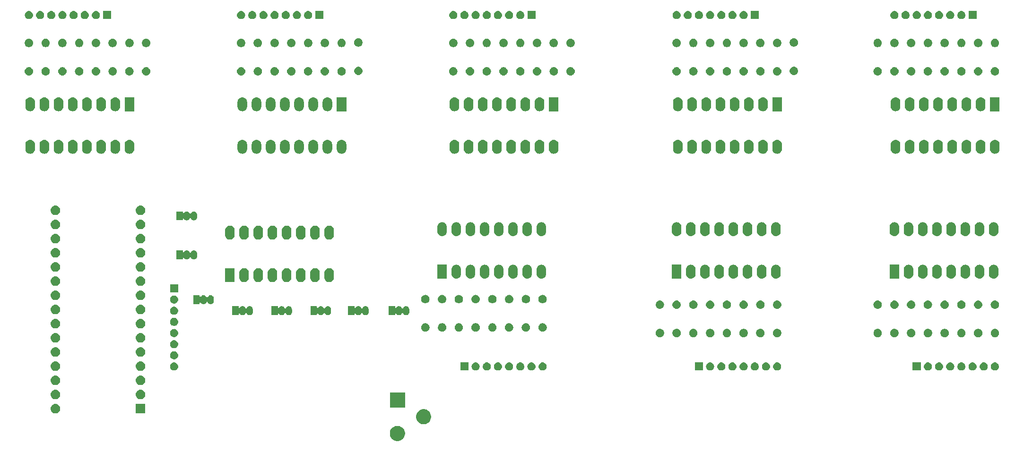
<source format=gts>
G04 #@! TF.GenerationSoftware,KiCad,Pcbnew,(5.1.4-0-10_14)*
G04 #@! TF.CreationDate,2019-12-07T21:02:57+00:00*
G04 #@! TF.ProjectId,LED_cube_with_74HCT595,4c45445f-6375-4626-955f-776974685f37,rev?*
G04 #@! TF.SameCoordinates,Original*
G04 #@! TF.FileFunction,Soldermask,Top*
G04 #@! TF.FilePolarity,Negative*
%FSLAX46Y46*%
G04 Gerber Fmt 4.6, Leading zero omitted, Abs format (unit mm)*
G04 Created by KiCad (PCBNEW (5.1.4-0-10_14)) date 2019-12-07 21:02:57*
%MOMM*%
%LPD*%
G04 APERTURE LIST*
%ADD10C,0.100000*%
G04 APERTURE END LIST*
D10*
G36*
X93394072Y-101700918D02*
G01*
X93639939Y-101802759D01*
X93861212Y-101950610D01*
X94049390Y-102138788D01*
X94197241Y-102360061D01*
X94299082Y-102605928D01*
X94351000Y-102866938D01*
X94351000Y-103133062D01*
X94299082Y-103394072D01*
X94197241Y-103639939D01*
X94049390Y-103861212D01*
X93861212Y-104049390D01*
X93639939Y-104197241D01*
X93639938Y-104197242D01*
X93639937Y-104197242D01*
X93394072Y-104299082D01*
X93133063Y-104351000D01*
X92866937Y-104351000D01*
X92605928Y-104299082D01*
X92360063Y-104197242D01*
X92360062Y-104197242D01*
X92360061Y-104197241D01*
X92138788Y-104049390D01*
X91950610Y-103861212D01*
X91802759Y-103639939D01*
X91700918Y-103394072D01*
X91649000Y-103133062D01*
X91649000Y-102866938D01*
X91700918Y-102605928D01*
X91802759Y-102360061D01*
X91950610Y-102138788D01*
X92138788Y-101950610D01*
X92360061Y-101802759D01*
X92605928Y-101700918D01*
X92866937Y-101649000D01*
X93133063Y-101649000D01*
X93394072Y-101700918D01*
X93394072Y-101700918D01*
G37*
G36*
X98094072Y-98700918D02*
G01*
X98156613Y-98726823D01*
X98339939Y-98802759D01*
X98561212Y-98950610D01*
X98749390Y-99138788D01*
X98897241Y-99360061D01*
X98999082Y-99605928D01*
X99051000Y-99866938D01*
X99051000Y-100133062D01*
X98999082Y-100394072D01*
X98897241Y-100639939D01*
X98749390Y-100861212D01*
X98561212Y-101049390D01*
X98339939Y-101197241D01*
X98339938Y-101197242D01*
X98339937Y-101197242D01*
X98094072Y-101299082D01*
X97833063Y-101351000D01*
X97566937Y-101351000D01*
X97305928Y-101299082D01*
X97060063Y-101197242D01*
X97060062Y-101197242D01*
X97060061Y-101197241D01*
X96838788Y-101049390D01*
X96650610Y-100861212D01*
X96502759Y-100639939D01*
X96400918Y-100394072D01*
X96349000Y-100133062D01*
X96349000Y-99866938D01*
X96400918Y-99605928D01*
X96502759Y-99360061D01*
X96650610Y-99138788D01*
X96838788Y-98950610D01*
X97060061Y-98802759D01*
X97243388Y-98726823D01*
X97305928Y-98700918D01*
X97566937Y-98649000D01*
X97833063Y-98649000D01*
X98094072Y-98700918D01*
X98094072Y-98700918D01*
G37*
G36*
X31926823Y-97721313D02*
G01*
X32087242Y-97769976D01*
X32219906Y-97840886D01*
X32235078Y-97848996D01*
X32364659Y-97955341D01*
X32471004Y-98084922D01*
X32471005Y-98084924D01*
X32550024Y-98232758D01*
X32598687Y-98393177D01*
X32615117Y-98560000D01*
X32598687Y-98726823D01*
X32550024Y-98887242D01*
X32516153Y-98950610D01*
X32471004Y-99035078D01*
X32364659Y-99164659D01*
X32235078Y-99271004D01*
X32235076Y-99271005D01*
X32087242Y-99350024D01*
X31926823Y-99398687D01*
X31801804Y-99411000D01*
X31718196Y-99411000D01*
X31593177Y-99398687D01*
X31432758Y-99350024D01*
X31284924Y-99271005D01*
X31284922Y-99271004D01*
X31155341Y-99164659D01*
X31048996Y-99035078D01*
X31003847Y-98950610D01*
X30969976Y-98887242D01*
X30921313Y-98726823D01*
X30904883Y-98560000D01*
X30921313Y-98393177D01*
X30969976Y-98232758D01*
X31048995Y-98084924D01*
X31048996Y-98084922D01*
X31155341Y-97955341D01*
X31284922Y-97848996D01*
X31300094Y-97840886D01*
X31432758Y-97769976D01*
X31593177Y-97721313D01*
X31718196Y-97709000D01*
X31801804Y-97709000D01*
X31926823Y-97721313D01*
X31926823Y-97721313D01*
G37*
G36*
X47851000Y-99411000D02*
G01*
X46149000Y-99411000D01*
X46149000Y-97709000D01*
X47851000Y-97709000D01*
X47851000Y-99411000D01*
X47851000Y-99411000D01*
G37*
G36*
X94351000Y-98351000D02*
G01*
X91649000Y-98351000D01*
X91649000Y-95649000D01*
X94351000Y-95649000D01*
X94351000Y-98351000D01*
X94351000Y-98351000D01*
G37*
G36*
X47166823Y-95181313D02*
G01*
X47327242Y-95229976D01*
X47459906Y-95300886D01*
X47475078Y-95308996D01*
X47604659Y-95415341D01*
X47711004Y-95544922D01*
X47711005Y-95544924D01*
X47790024Y-95692758D01*
X47838687Y-95853177D01*
X47855117Y-96020000D01*
X47838687Y-96186823D01*
X47790024Y-96347242D01*
X47719114Y-96479906D01*
X47711004Y-96495078D01*
X47604659Y-96624659D01*
X47475078Y-96731004D01*
X47475076Y-96731005D01*
X47327242Y-96810024D01*
X47166823Y-96858687D01*
X47041804Y-96871000D01*
X46958196Y-96871000D01*
X46833177Y-96858687D01*
X46672758Y-96810024D01*
X46524924Y-96731005D01*
X46524922Y-96731004D01*
X46395341Y-96624659D01*
X46288996Y-96495078D01*
X46280886Y-96479906D01*
X46209976Y-96347242D01*
X46161313Y-96186823D01*
X46144883Y-96020000D01*
X46161313Y-95853177D01*
X46209976Y-95692758D01*
X46288995Y-95544924D01*
X46288996Y-95544922D01*
X46395341Y-95415341D01*
X46524922Y-95308996D01*
X46540094Y-95300886D01*
X46672758Y-95229976D01*
X46833177Y-95181313D01*
X46958196Y-95169000D01*
X47041804Y-95169000D01*
X47166823Y-95181313D01*
X47166823Y-95181313D01*
G37*
G36*
X31926823Y-95181313D02*
G01*
X32087242Y-95229976D01*
X32219906Y-95300886D01*
X32235078Y-95308996D01*
X32364659Y-95415341D01*
X32471004Y-95544922D01*
X32471005Y-95544924D01*
X32550024Y-95692758D01*
X32598687Y-95853177D01*
X32615117Y-96020000D01*
X32598687Y-96186823D01*
X32550024Y-96347242D01*
X32479114Y-96479906D01*
X32471004Y-96495078D01*
X32364659Y-96624659D01*
X32235078Y-96731004D01*
X32235076Y-96731005D01*
X32087242Y-96810024D01*
X31926823Y-96858687D01*
X31801804Y-96871000D01*
X31718196Y-96871000D01*
X31593177Y-96858687D01*
X31432758Y-96810024D01*
X31284924Y-96731005D01*
X31284922Y-96731004D01*
X31155341Y-96624659D01*
X31048996Y-96495078D01*
X31040886Y-96479906D01*
X30969976Y-96347242D01*
X30921313Y-96186823D01*
X30904883Y-96020000D01*
X30921313Y-95853177D01*
X30969976Y-95692758D01*
X31048995Y-95544924D01*
X31048996Y-95544922D01*
X31155341Y-95415341D01*
X31284922Y-95308996D01*
X31300094Y-95300886D01*
X31432758Y-95229976D01*
X31593177Y-95181313D01*
X31718196Y-95169000D01*
X31801804Y-95169000D01*
X31926823Y-95181313D01*
X31926823Y-95181313D01*
G37*
G36*
X47166823Y-92641313D02*
G01*
X47327242Y-92689976D01*
X47459906Y-92760886D01*
X47475078Y-92768996D01*
X47604659Y-92875341D01*
X47711004Y-93004922D01*
X47711005Y-93004924D01*
X47790024Y-93152758D01*
X47838687Y-93313177D01*
X47855117Y-93480000D01*
X47838687Y-93646823D01*
X47790024Y-93807242D01*
X47719114Y-93939906D01*
X47711004Y-93955078D01*
X47604659Y-94084659D01*
X47475078Y-94191004D01*
X47475076Y-94191005D01*
X47327242Y-94270024D01*
X47166823Y-94318687D01*
X47041804Y-94331000D01*
X46958196Y-94331000D01*
X46833177Y-94318687D01*
X46672758Y-94270024D01*
X46524924Y-94191005D01*
X46524922Y-94191004D01*
X46395341Y-94084659D01*
X46288996Y-93955078D01*
X46280886Y-93939906D01*
X46209976Y-93807242D01*
X46161313Y-93646823D01*
X46144883Y-93480000D01*
X46161313Y-93313177D01*
X46209976Y-93152758D01*
X46288995Y-93004924D01*
X46288996Y-93004922D01*
X46395341Y-92875341D01*
X46524922Y-92768996D01*
X46540094Y-92760886D01*
X46672758Y-92689976D01*
X46833177Y-92641313D01*
X46958196Y-92629000D01*
X47041804Y-92629000D01*
X47166823Y-92641313D01*
X47166823Y-92641313D01*
G37*
G36*
X31926823Y-92641313D02*
G01*
X32087242Y-92689976D01*
X32219906Y-92760886D01*
X32235078Y-92768996D01*
X32364659Y-92875341D01*
X32471004Y-93004922D01*
X32471005Y-93004924D01*
X32550024Y-93152758D01*
X32598687Y-93313177D01*
X32615117Y-93480000D01*
X32598687Y-93646823D01*
X32550024Y-93807242D01*
X32479114Y-93939906D01*
X32471004Y-93955078D01*
X32364659Y-94084659D01*
X32235078Y-94191004D01*
X32235076Y-94191005D01*
X32087242Y-94270024D01*
X31926823Y-94318687D01*
X31801804Y-94331000D01*
X31718196Y-94331000D01*
X31593177Y-94318687D01*
X31432758Y-94270024D01*
X31284924Y-94191005D01*
X31284922Y-94191004D01*
X31155341Y-94084659D01*
X31048996Y-93955078D01*
X31040886Y-93939906D01*
X30969976Y-93807242D01*
X30921313Y-93646823D01*
X30904883Y-93480000D01*
X30921313Y-93313177D01*
X30969976Y-93152758D01*
X31048995Y-93004924D01*
X31048996Y-93004922D01*
X31155341Y-92875341D01*
X31284922Y-92768996D01*
X31300094Y-92760886D01*
X31432758Y-92689976D01*
X31593177Y-92641313D01*
X31718196Y-92629000D01*
X31801804Y-92629000D01*
X31926823Y-92641313D01*
X31926823Y-92641313D01*
G37*
G36*
X47166823Y-90101313D02*
G01*
X47327242Y-90149976D01*
X47459906Y-90220886D01*
X47475078Y-90228996D01*
X47604659Y-90335341D01*
X47711004Y-90464922D01*
X47711005Y-90464924D01*
X47790024Y-90612758D01*
X47838687Y-90773177D01*
X47855117Y-90940000D01*
X47838687Y-91106823D01*
X47790024Y-91267242D01*
X47719114Y-91399906D01*
X47711004Y-91415078D01*
X47604659Y-91544659D01*
X47475078Y-91651004D01*
X47475076Y-91651005D01*
X47327242Y-91730024D01*
X47166823Y-91778687D01*
X47041804Y-91791000D01*
X46958196Y-91791000D01*
X46833177Y-91778687D01*
X46672758Y-91730024D01*
X46524924Y-91651005D01*
X46524922Y-91651004D01*
X46395341Y-91544659D01*
X46288996Y-91415078D01*
X46280886Y-91399906D01*
X46209976Y-91267242D01*
X46161313Y-91106823D01*
X46144883Y-90940000D01*
X46161313Y-90773177D01*
X46209976Y-90612758D01*
X46288995Y-90464924D01*
X46288996Y-90464922D01*
X46395341Y-90335341D01*
X46524922Y-90228996D01*
X46540094Y-90220886D01*
X46672758Y-90149976D01*
X46833177Y-90101313D01*
X46958196Y-90089000D01*
X47041804Y-90089000D01*
X47166823Y-90101313D01*
X47166823Y-90101313D01*
G37*
G36*
X31926823Y-90101313D02*
G01*
X32087242Y-90149976D01*
X32219906Y-90220886D01*
X32235078Y-90228996D01*
X32364659Y-90335341D01*
X32471004Y-90464922D01*
X32471005Y-90464924D01*
X32550024Y-90612758D01*
X32598687Y-90773177D01*
X32615117Y-90940000D01*
X32598687Y-91106823D01*
X32550024Y-91267242D01*
X32479114Y-91399906D01*
X32471004Y-91415078D01*
X32364659Y-91544659D01*
X32235078Y-91651004D01*
X32235076Y-91651005D01*
X32087242Y-91730024D01*
X31926823Y-91778687D01*
X31801804Y-91791000D01*
X31718196Y-91791000D01*
X31593177Y-91778687D01*
X31432758Y-91730024D01*
X31284924Y-91651005D01*
X31284922Y-91651004D01*
X31155341Y-91544659D01*
X31048996Y-91415078D01*
X31040886Y-91399906D01*
X30969976Y-91267242D01*
X30921313Y-91106823D01*
X30904883Y-90940000D01*
X30921313Y-90773177D01*
X30969976Y-90612758D01*
X31048995Y-90464924D01*
X31048996Y-90464922D01*
X31155341Y-90335341D01*
X31284922Y-90228996D01*
X31300094Y-90220886D01*
X31432758Y-90149976D01*
X31593177Y-90101313D01*
X31718196Y-90089000D01*
X31801804Y-90089000D01*
X31926823Y-90101313D01*
X31926823Y-90101313D01*
G37*
G36*
X155071213Y-90277502D02*
G01*
X155142321Y-90284505D01*
X155279172Y-90326019D01*
X155279175Y-90326020D01*
X155405294Y-90393432D01*
X155515843Y-90484157D01*
X155606568Y-90594706D01*
X155673980Y-90720825D01*
X155673981Y-90720828D01*
X155715495Y-90857679D01*
X155729512Y-91000000D01*
X155715495Y-91142321D01*
X155677601Y-91267239D01*
X155673980Y-91279175D01*
X155606568Y-91405294D01*
X155515843Y-91515843D01*
X155405294Y-91606568D01*
X155279175Y-91673980D01*
X155279172Y-91673981D01*
X155142321Y-91715495D01*
X155071213Y-91722498D01*
X155035660Y-91726000D01*
X154964340Y-91726000D01*
X154928787Y-91722498D01*
X154857679Y-91715495D01*
X154720828Y-91673981D01*
X154720825Y-91673980D01*
X154594706Y-91606568D01*
X154484157Y-91515843D01*
X154393432Y-91405294D01*
X154326020Y-91279175D01*
X154322399Y-91267239D01*
X154284505Y-91142321D01*
X154270488Y-91000000D01*
X154284505Y-90857679D01*
X154326019Y-90720828D01*
X154326020Y-90720825D01*
X154393432Y-90594706D01*
X154484157Y-90484157D01*
X154594706Y-90393432D01*
X154720825Y-90326020D01*
X154720828Y-90326019D01*
X154857679Y-90284505D01*
X154928787Y-90277502D01*
X154964340Y-90274000D01*
X155035660Y-90274000D01*
X155071213Y-90277502D01*
X155071213Y-90277502D01*
G37*
G36*
X153071213Y-90277502D02*
G01*
X153142321Y-90284505D01*
X153279172Y-90326019D01*
X153279175Y-90326020D01*
X153405294Y-90393432D01*
X153515843Y-90484157D01*
X153606568Y-90594706D01*
X153673980Y-90720825D01*
X153673981Y-90720828D01*
X153715495Y-90857679D01*
X153729512Y-91000000D01*
X153715495Y-91142321D01*
X153677601Y-91267239D01*
X153673980Y-91279175D01*
X153606568Y-91405294D01*
X153515843Y-91515843D01*
X153405294Y-91606568D01*
X153279175Y-91673980D01*
X153279172Y-91673981D01*
X153142321Y-91715495D01*
X153071213Y-91722498D01*
X153035660Y-91726000D01*
X152964340Y-91726000D01*
X152928787Y-91722498D01*
X152857679Y-91715495D01*
X152720828Y-91673981D01*
X152720825Y-91673980D01*
X152594706Y-91606568D01*
X152484157Y-91515843D01*
X152393432Y-91405294D01*
X152326020Y-91279175D01*
X152322399Y-91267239D01*
X152284505Y-91142321D01*
X152270488Y-91000000D01*
X152284505Y-90857679D01*
X152326019Y-90720828D01*
X152326020Y-90720825D01*
X152393432Y-90594706D01*
X152484157Y-90484157D01*
X152594706Y-90393432D01*
X152720825Y-90326020D01*
X152720828Y-90326019D01*
X152857679Y-90284505D01*
X152928787Y-90277502D01*
X152964340Y-90274000D01*
X153035660Y-90274000D01*
X153071213Y-90277502D01*
X153071213Y-90277502D01*
G37*
G36*
X151071213Y-90277502D02*
G01*
X151142321Y-90284505D01*
X151279172Y-90326019D01*
X151279175Y-90326020D01*
X151405294Y-90393432D01*
X151515843Y-90484157D01*
X151606568Y-90594706D01*
X151673980Y-90720825D01*
X151673981Y-90720828D01*
X151715495Y-90857679D01*
X151729512Y-91000000D01*
X151715495Y-91142321D01*
X151677601Y-91267239D01*
X151673980Y-91279175D01*
X151606568Y-91405294D01*
X151515843Y-91515843D01*
X151405294Y-91606568D01*
X151279175Y-91673980D01*
X151279172Y-91673981D01*
X151142321Y-91715495D01*
X151071213Y-91722498D01*
X151035660Y-91726000D01*
X150964340Y-91726000D01*
X150928787Y-91722498D01*
X150857679Y-91715495D01*
X150720828Y-91673981D01*
X150720825Y-91673980D01*
X150594706Y-91606568D01*
X150484157Y-91515843D01*
X150393432Y-91405294D01*
X150326020Y-91279175D01*
X150322399Y-91267239D01*
X150284505Y-91142321D01*
X150270488Y-91000000D01*
X150284505Y-90857679D01*
X150326019Y-90720828D01*
X150326020Y-90720825D01*
X150393432Y-90594706D01*
X150484157Y-90484157D01*
X150594706Y-90393432D01*
X150720825Y-90326020D01*
X150720828Y-90326019D01*
X150857679Y-90284505D01*
X150928787Y-90277502D01*
X150964340Y-90274000D01*
X151035660Y-90274000D01*
X151071213Y-90277502D01*
X151071213Y-90277502D01*
G37*
G36*
X149071213Y-90277502D02*
G01*
X149142321Y-90284505D01*
X149279172Y-90326019D01*
X149279175Y-90326020D01*
X149405294Y-90393432D01*
X149515843Y-90484157D01*
X149606568Y-90594706D01*
X149673980Y-90720825D01*
X149673981Y-90720828D01*
X149715495Y-90857679D01*
X149729512Y-91000000D01*
X149715495Y-91142321D01*
X149677601Y-91267239D01*
X149673980Y-91279175D01*
X149606568Y-91405294D01*
X149515843Y-91515843D01*
X149405294Y-91606568D01*
X149279175Y-91673980D01*
X149279172Y-91673981D01*
X149142321Y-91715495D01*
X149071213Y-91722498D01*
X149035660Y-91726000D01*
X148964340Y-91726000D01*
X148928787Y-91722498D01*
X148857679Y-91715495D01*
X148720828Y-91673981D01*
X148720825Y-91673980D01*
X148594706Y-91606568D01*
X148484157Y-91515843D01*
X148393432Y-91405294D01*
X148326020Y-91279175D01*
X148322399Y-91267239D01*
X148284505Y-91142321D01*
X148270488Y-91000000D01*
X148284505Y-90857679D01*
X148326019Y-90720828D01*
X148326020Y-90720825D01*
X148393432Y-90594706D01*
X148484157Y-90484157D01*
X148594706Y-90393432D01*
X148720825Y-90326020D01*
X148720828Y-90326019D01*
X148857679Y-90284505D01*
X148928787Y-90277502D01*
X148964340Y-90274000D01*
X149035660Y-90274000D01*
X149071213Y-90277502D01*
X149071213Y-90277502D01*
G37*
G36*
X147726000Y-91726000D02*
G01*
X146274000Y-91726000D01*
X146274000Y-90274000D01*
X147726000Y-90274000D01*
X147726000Y-91726000D01*
X147726000Y-91726000D01*
G37*
G36*
X119071213Y-90277502D02*
G01*
X119142321Y-90284505D01*
X119279172Y-90326019D01*
X119279175Y-90326020D01*
X119405294Y-90393432D01*
X119515843Y-90484157D01*
X119606568Y-90594706D01*
X119673980Y-90720825D01*
X119673981Y-90720828D01*
X119715495Y-90857679D01*
X119729512Y-91000000D01*
X119715495Y-91142321D01*
X119677601Y-91267239D01*
X119673980Y-91279175D01*
X119606568Y-91405294D01*
X119515843Y-91515843D01*
X119405294Y-91606568D01*
X119279175Y-91673980D01*
X119279172Y-91673981D01*
X119142321Y-91715495D01*
X119071213Y-91722498D01*
X119035660Y-91726000D01*
X118964340Y-91726000D01*
X118928787Y-91722498D01*
X118857679Y-91715495D01*
X118720828Y-91673981D01*
X118720825Y-91673980D01*
X118594706Y-91606568D01*
X118484157Y-91515843D01*
X118393432Y-91405294D01*
X118326020Y-91279175D01*
X118322399Y-91267239D01*
X118284505Y-91142321D01*
X118270488Y-91000000D01*
X118284505Y-90857679D01*
X118326019Y-90720828D01*
X118326020Y-90720825D01*
X118393432Y-90594706D01*
X118484157Y-90484157D01*
X118594706Y-90393432D01*
X118720825Y-90326020D01*
X118720828Y-90326019D01*
X118857679Y-90284505D01*
X118928787Y-90277502D01*
X118964340Y-90274000D01*
X119035660Y-90274000D01*
X119071213Y-90277502D01*
X119071213Y-90277502D01*
G37*
G36*
X117071213Y-90277502D02*
G01*
X117142321Y-90284505D01*
X117279172Y-90326019D01*
X117279175Y-90326020D01*
X117405294Y-90393432D01*
X117515843Y-90484157D01*
X117606568Y-90594706D01*
X117673980Y-90720825D01*
X117673981Y-90720828D01*
X117715495Y-90857679D01*
X117729512Y-91000000D01*
X117715495Y-91142321D01*
X117677601Y-91267239D01*
X117673980Y-91279175D01*
X117606568Y-91405294D01*
X117515843Y-91515843D01*
X117405294Y-91606568D01*
X117279175Y-91673980D01*
X117279172Y-91673981D01*
X117142321Y-91715495D01*
X117071213Y-91722498D01*
X117035660Y-91726000D01*
X116964340Y-91726000D01*
X116928787Y-91722498D01*
X116857679Y-91715495D01*
X116720828Y-91673981D01*
X116720825Y-91673980D01*
X116594706Y-91606568D01*
X116484157Y-91515843D01*
X116393432Y-91405294D01*
X116326020Y-91279175D01*
X116322399Y-91267239D01*
X116284505Y-91142321D01*
X116270488Y-91000000D01*
X116284505Y-90857679D01*
X116326019Y-90720828D01*
X116326020Y-90720825D01*
X116393432Y-90594706D01*
X116484157Y-90484157D01*
X116594706Y-90393432D01*
X116720825Y-90326020D01*
X116720828Y-90326019D01*
X116857679Y-90284505D01*
X116928787Y-90277502D01*
X116964340Y-90274000D01*
X117035660Y-90274000D01*
X117071213Y-90277502D01*
X117071213Y-90277502D01*
G37*
G36*
X115071213Y-90277502D02*
G01*
X115142321Y-90284505D01*
X115279172Y-90326019D01*
X115279175Y-90326020D01*
X115405294Y-90393432D01*
X115515843Y-90484157D01*
X115606568Y-90594706D01*
X115673980Y-90720825D01*
X115673981Y-90720828D01*
X115715495Y-90857679D01*
X115729512Y-91000000D01*
X115715495Y-91142321D01*
X115677601Y-91267239D01*
X115673980Y-91279175D01*
X115606568Y-91405294D01*
X115515843Y-91515843D01*
X115405294Y-91606568D01*
X115279175Y-91673980D01*
X115279172Y-91673981D01*
X115142321Y-91715495D01*
X115071213Y-91722498D01*
X115035660Y-91726000D01*
X114964340Y-91726000D01*
X114928787Y-91722498D01*
X114857679Y-91715495D01*
X114720828Y-91673981D01*
X114720825Y-91673980D01*
X114594706Y-91606568D01*
X114484157Y-91515843D01*
X114393432Y-91405294D01*
X114326020Y-91279175D01*
X114322399Y-91267239D01*
X114284505Y-91142321D01*
X114270488Y-91000000D01*
X114284505Y-90857679D01*
X114326019Y-90720828D01*
X114326020Y-90720825D01*
X114393432Y-90594706D01*
X114484157Y-90484157D01*
X114594706Y-90393432D01*
X114720825Y-90326020D01*
X114720828Y-90326019D01*
X114857679Y-90284505D01*
X114928787Y-90277502D01*
X114964340Y-90274000D01*
X115035660Y-90274000D01*
X115071213Y-90277502D01*
X115071213Y-90277502D01*
G37*
G36*
X113071213Y-90277502D02*
G01*
X113142321Y-90284505D01*
X113279172Y-90326019D01*
X113279175Y-90326020D01*
X113405294Y-90393432D01*
X113515843Y-90484157D01*
X113606568Y-90594706D01*
X113673980Y-90720825D01*
X113673981Y-90720828D01*
X113715495Y-90857679D01*
X113729512Y-91000000D01*
X113715495Y-91142321D01*
X113677601Y-91267239D01*
X113673980Y-91279175D01*
X113606568Y-91405294D01*
X113515843Y-91515843D01*
X113405294Y-91606568D01*
X113279175Y-91673980D01*
X113279172Y-91673981D01*
X113142321Y-91715495D01*
X113071213Y-91722498D01*
X113035660Y-91726000D01*
X112964340Y-91726000D01*
X112928787Y-91722498D01*
X112857679Y-91715495D01*
X112720828Y-91673981D01*
X112720825Y-91673980D01*
X112594706Y-91606568D01*
X112484157Y-91515843D01*
X112393432Y-91405294D01*
X112326020Y-91279175D01*
X112322399Y-91267239D01*
X112284505Y-91142321D01*
X112270488Y-91000000D01*
X112284505Y-90857679D01*
X112326019Y-90720828D01*
X112326020Y-90720825D01*
X112393432Y-90594706D01*
X112484157Y-90484157D01*
X112594706Y-90393432D01*
X112720825Y-90326020D01*
X112720828Y-90326019D01*
X112857679Y-90284505D01*
X112928787Y-90277502D01*
X112964340Y-90274000D01*
X113035660Y-90274000D01*
X113071213Y-90277502D01*
X113071213Y-90277502D01*
G37*
G36*
X111071213Y-90277502D02*
G01*
X111142321Y-90284505D01*
X111279172Y-90326019D01*
X111279175Y-90326020D01*
X111405294Y-90393432D01*
X111515843Y-90484157D01*
X111606568Y-90594706D01*
X111673980Y-90720825D01*
X111673981Y-90720828D01*
X111715495Y-90857679D01*
X111729512Y-91000000D01*
X111715495Y-91142321D01*
X111677601Y-91267239D01*
X111673980Y-91279175D01*
X111606568Y-91405294D01*
X111515843Y-91515843D01*
X111405294Y-91606568D01*
X111279175Y-91673980D01*
X111279172Y-91673981D01*
X111142321Y-91715495D01*
X111071213Y-91722498D01*
X111035660Y-91726000D01*
X110964340Y-91726000D01*
X110928787Y-91722498D01*
X110857679Y-91715495D01*
X110720828Y-91673981D01*
X110720825Y-91673980D01*
X110594706Y-91606568D01*
X110484157Y-91515843D01*
X110393432Y-91405294D01*
X110326020Y-91279175D01*
X110322399Y-91267239D01*
X110284505Y-91142321D01*
X110270488Y-91000000D01*
X110284505Y-90857679D01*
X110326019Y-90720828D01*
X110326020Y-90720825D01*
X110393432Y-90594706D01*
X110484157Y-90484157D01*
X110594706Y-90393432D01*
X110720825Y-90326020D01*
X110720828Y-90326019D01*
X110857679Y-90284505D01*
X110928787Y-90277502D01*
X110964340Y-90274000D01*
X111035660Y-90274000D01*
X111071213Y-90277502D01*
X111071213Y-90277502D01*
G37*
G36*
X109071213Y-90277502D02*
G01*
X109142321Y-90284505D01*
X109279172Y-90326019D01*
X109279175Y-90326020D01*
X109405294Y-90393432D01*
X109515843Y-90484157D01*
X109606568Y-90594706D01*
X109673980Y-90720825D01*
X109673981Y-90720828D01*
X109715495Y-90857679D01*
X109729512Y-91000000D01*
X109715495Y-91142321D01*
X109677601Y-91267239D01*
X109673980Y-91279175D01*
X109606568Y-91405294D01*
X109515843Y-91515843D01*
X109405294Y-91606568D01*
X109279175Y-91673980D01*
X109279172Y-91673981D01*
X109142321Y-91715495D01*
X109071213Y-91722498D01*
X109035660Y-91726000D01*
X108964340Y-91726000D01*
X108928787Y-91722498D01*
X108857679Y-91715495D01*
X108720828Y-91673981D01*
X108720825Y-91673980D01*
X108594706Y-91606568D01*
X108484157Y-91515843D01*
X108393432Y-91405294D01*
X108326020Y-91279175D01*
X108322399Y-91267239D01*
X108284505Y-91142321D01*
X108270488Y-91000000D01*
X108284505Y-90857679D01*
X108326019Y-90720828D01*
X108326020Y-90720825D01*
X108393432Y-90594706D01*
X108484157Y-90484157D01*
X108594706Y-90393432D01*
X108720825Y-90326020D01*
X108720828Y-90326019D01*
X108857679Y-90284505D01*
X108928787Y-90277502D01*
X108964340Y-90274000D01*
X109035660Y-90274000D01*
X109071213Y-90277502D01*
X109071213Y-90277502D01*
G37*
G36*
X107071213Y-90277502D02*
G01*
X107142321Y-90284505D01*
X107279172Y-90326019D01*
X107279175Y-90326020D01*
X107405294Y-90393432D01*
X107515843Y-90484157D01*
X107606568Y-90594706D01*
X107673980Y-90720825D01*
X107673981Y-90720828D01*
X107715495Y-90857679D01*
X107729512Y-91000000D01*
X107715495Y-91142321D01*
X107677601Y-91267239D01*
X107673980Y-91279175D01*
X107606568Y-91405294D01*
X107515843Y-91515843D01*
X107405294Y-91606568D01*
X107279175Y-91673980D01*
X107279172Y-91673981D01*
X107142321Y-91715495D01*
X107071213Y-91722498D01*
X107035660Y-91726000D01*
X106964340Y-91726000D01*
X106928787Y-91722498D01*
X106857679Y-91715495D01*
X106720828Y-91673981D01*
X106720825Y-91673980D01*
X106594706Y-91606568D01*
X106484157Y-91515843D01*
X106393432Y-91405294D01*
X106326020Y-91279175D01*
X106322399Y-91267239D01*
X106284505Y-91142321D01*
X106270488Y-91000000D01*
X106284505Y-90857679D01*
X106326019Y-90720828D01*
X106326020Y-90720825D01*
X106393432Y-90594706D01*
X106484157Y-90484157D01*
X106594706Y-90393432D01*
X106720825Y-90326020D01*
X106720828Y-90326019D01*
X106857679Y-90284505D01*
X106928787Y-90277502D01*
X106964340Y-90274000D01*
X107035660Y-90274000D01*
X107071213Y-90277502D01*
X107071213Y-90277502D01*
G37*
G36*
X105726000Y-91726000D02*
G01*
X104274000Y-91726000D01*
X104274000Y-90274000D01*
X105726000Y-90274000D01*
X105726000Y-91726000D01*
X105726000Y-91726000D01*
G37*
G36*
X53071213Y-90277502D02*
G01*
X53142321Y-90284505D01*
X53279172Y-90326019D01*
X53279175Y-90326020D01*
X53405294Y-90393432D01*
X53515843Y-90484157D01*
X53606568Y-90594706D01*
X53673980Y-90720825D01*
X53673981Y-90720828D01*
X53715495Y-90857679D01*
X53729512Y-91000000D01*
X53715495Y-91142321D01*
X53677601Y-91267239D01*
X53673980Y-91279175D01*
X53606568Y-91405294D01*
X53515843Y-91515843D01*
X53405294Y-91606568D01*
X53279175Y-91673980D01*
X53279172Y-91673981D01*
X53142321Y-91715495D01*
X53071213Y-91722498D01*
X53035660Y-91726000D01*
X52964340Y-91726000D01*
X52928787Y-91722498D01*
X52857679Y-91715495D01*
X52720828Y-91673981D01*
X52720825Y-91673980D01*
X52594706Y-91606568D01*
X52484157Y-91515843D01*
X52393432Y-91405294D01*
X52326020Y-91279175D01*
X52322399Y-91267239D01*
X52284505Y-91142321D01*
X52270488Y-91000000D01*
X52284505Y-90857679D01*
X52326019Y-90720828D01*
X52326020Y-90720825D01*
X52393432Y-90594706D01*
X52484157Y-90484157D01*
X52594706Y-90393432D01*
X52720825Y-90326020D01*
X52720828Y-90326019D01*
X52857679Y-90284505D01*
X52928787Y-90277502D01*
X52964340Y-90274000D01*
X53035660Y-90274000D01*
X53071213Y-90277502D01*
X53071213Y-90277502D01*
G37*
G36*
X157071213Y-90277502D02*
G01*
X157142321Y-90284505D01*
X157279172Y-90326019D01*
X157279175Y-90326020D01*
X157405294Y-90393432D01*
X157515843Y-90484157D01*
X157606568Y-90594706D01*
X157673980Y-90720825D01*
X157673981Y-90720828D01*
X157715495Y-90857679D01*
X157729512Y-91000000D01*
X157715495Y-91142321D01*
X157677601Y-91267239D01*
X157673980Y-91279175D01*
X157606568Y-91405294D01*
X157515843Y-91515843D01*
X157405294Y-91606568D01*
X157279175Y-91673980D01*
X157279172Y-91673981D01*
X157142321Y-91715495D01*
X157071213Y-91722498D01*
X157035660Y-91726000D01*
X156964340Y-91726000D01*
X156928787Y-91722498D01*
X156857679Y-91715495D01*
X156720828Y-91673981D01*
X156720825Y-91673980D01*
X156594706Y-91606568D01*
X156484157Y-91515843D01*
X156393432Y-91405294D01*
X156326020Y-91279175D01*
X156322399Y-91267239D01*
X156284505Y-91142321D01*
X156270488Y-91000000D01*
X156284505Y-90857679D01*
X156326019Y-90720828D01*
X156326020Y-90720825D01*
X156393432Y-90594706D01*
X156484157Y-90484157D01*
X156594706Y-90393432D01*
X156720825Y-90326020D01*
X156720828Y-90326019D01*
X156857679Y-90284505D01*
X156928787Y-90277502D01*
X156964340Y-90274000D01*
X157035660Y-90274000D01*
X157071213Y-90277502D01*
X157071213Y-90277502D01*
G37*
G36*
X159071213Y-90277502D02*
G01*
X159142321Y-90284505D01*
X159279172Y-90326019D01*
X159279175Y-90326020D01*
X159405294Y-90393432D01*
X159515843Y-90484157D01*
X159606568Y-90594706D01*
X159673980Y-90720825D01*
X159673981Y-90720828D01*
X159715495Y-90857679D01*
X159729512Y-91000000D01*
X159715495Y-91142321D01*
X159677601Y-91267239D01*
X159673980Y-91279175D01*
X159606568Y-91405294D01*
X159515843Y-91515843D01*
X159405294Y-91606568D01*
X159279175Y-91673980D01*
X159279172Y-91673981D01*
X159142321Y-91715495D01*
X159071213Y-91722498D01*
X159035660Y-91726000D01*
X158964340Y-91726000D01*
X158928787Y-91722498D01*
X158857679Y-91715495D01*
X158720828Y-91673981D01*
X158720825Y-91673980D01*
X158594706Y-91606568D01*
X158484157Y-91515843D01*
X158393432Y-91405294D01*
X158326020Y-91279175D01*
X158322399Y-91267239D01*
X158284505Y-91142321D01*
X158270488Y-91000000D01*
X158284505Y-90857679D01*
X158326019Y-90720828D01*
X158326020Y-90720825D01*
X158393432Y-90594706D01*
X158484157Y-90484157D01*
X158594706Y-90393432D01*
X158720825Y-90326020D01*
X158720828Y-90326019D01*
X158857679Y-90284505D01*
X158928787Y-90277502D01*
X158964340Y-90274000D01*
X159035660Y-90274000D01*
X159071213Y-90277502D01*
X159071213Y-90277502D01*
G37*
G36*
X161071213Y-90277502D02*
G01*
X161142321Y-90284505D01*
X161279172Y-90326019D01*
X161279175Y-90326020D01*
X161405294Y-90393432D01*
X161515843Y-90484157D01*
X161606568Y-90594706D01*
X161673980Y-90720825D01*
X161673981Y-90720828D01*
X161715495Y-90857679D01*
X161729512Y-91000000D01*
X161715495Y-91142321D01*
X161677601Y-91267239D01*
X161673980Y-91279175D01*
X161606568Y-91405294D01*
X161515843Y-91515843D01*
X161405294Y-91606568D01*
X161279175Y-91673980D01*
X161279172Y-91673981D01*
X161142321Y-91715495D01*
X161071213Y-91722498D01*
X161035660Y-91726000D01*
X160964340Y-91726000D01*
X160928787Y-91722498D01*
X160857679Y-91715495D01*
X160720828Y-91673981D01*
X160720825Y-91673980D01*
X160594706Y-91606568D01*
X160484157Y-91515843D01*
X160393432Y-91405294D01*
X160326020Y-91279175D01*
X160322399Y-91267239D01*
X160284505Y-91142321D01*
X160270488Y-91000000D01*
X160284505Y-90857679D01*
X160326019Y-90720828D01*
X160326020Y-90720825D01*
X160393432Y-90594706D01*
X160484157Y-90484157D01*
X160594706Y-90393432D01*
X160720825Y-90326020D01*
X160720828Y-90326019D01*
X160857679Y-90284505D01*
X160928787Y-90277502D01*
X160964340Y-90274000D01*
X161035660Y-90274000D01*
X161071213Y-90277502D01*
X161071213Y-90277502D01*
G37*
G36*
X186726000Y-91726000D02*
G01*
X185274000Y-91726000D01*
X185274000Y-90274000D01*
X186726000Y-90274000D01*
X186726000Y-91726000D01*
X186726000Y-91726000D01*
G37*
G36*
X188071213Y-90277502D02*
G01*
X188142321Y-90284505D01*
X188279172Y-90326019D01*
X188279175Y-90326020D01*
X188405294Y-90393432D01*
X188515843Y-90484157D01*
X188606568Y-90594706D01*
X188673980Y-90720825D01*
X188673981Y-90720828D01*
X188715495Y-90857679D01*
X188729512Y-91000000D01*
X188715495Y-91142321D01*
X188677601Y-91267239D01*
X188673980Y-91279175D01*
X188606568Y-91405294D01*
X188515843Y-91515843D01*
X188405294Y-91606568D01*
X188279175Y-91673980D01*
X188279172Y-91673981D01*
X188142321Y-91715495D01*
X188071213Y-91722498D01*
X188035660Y-91726000D01*
X187964340Y-91726000D01*
X187928787Y-91722498D01*
X187857679Y-91715495D01*
X187720828Y-91673981D01*
X187720825Y-91673980D01*
X187594706Y-91606568D01*
X187484157Y-91515843D01*
X187393432Y-91405294D01*
X187326020Y-91279175D01*
X187322399Y-91267239D01*
X187284505Y-91142321D01*
X187270488Y-91000000D01*
X187284505Y-90857679D01*
X187326019Y-90720828D01*
X187326020Y-90720825D01*
X187393432Y-90594706D01*
X187484157Y-90484157D01*
X187594706Y-90393432D01*
X187720825Y-90326020D01*
X187720828Y-90326019D01*
X187857679Y-90284505D01*
X187928787Y-90277502D01*
X187964340Y-90274000D01*
X188035660Y-90274000D01*
X188071213Y-90277502D01*
X188071213Y-90277502D01*
G37*
G36*
X190071213Y-90277502D02*
G01*
X190142321Y-90284505D01*
X190279172Y-90326019D01*
X190279175Y-90326020D01*
X190405294Y-90393432D01*
X190515843Y-90484157D01*
X190606568Y-90594706D01*
X190673980Y-90720825D01*
X190673981Y-90720828D01*
X190715495Y-90857679D01*
X190729512Y-91000000D01*
X190715495Y-91142321D01*
X190677601Y-91267239D01*
X190673980Y-91279175D01*
X190606568Y-91405294D01*
X190515843Y-91515843D01*
X190405294Y-91606568D01*
X190279175Y-91673980D01*
X190279172Y-91673981D01*
X190142321Y-91715495D01*
X190071213Y-91722498D01*
X190035660Y-91726000D01*
X189964340Y-91726000D01*
X189928787Y-91722498D01*
X189857679Y-91715495D01*
X189720828Y-91673981D01*
X189720825Y-91673980D01*
X189594706Y-91606568D01*
X189484157Y-91515843D01*
X189393432Y-91405294D01*
X189326020Y-91279175D01*
X189322399Y-91267239D01*
X189284505Y-91142321D01*
X189270488Y-91000000D01*
X189284505Y-90857679D01*
X189326019Y-90720828D01*
X189326020Y-90720825D01*
X189393432Y-90594706D01*
X189484157Y-90484157D01*
X189594706Y-90393432D01*
X189720825Y-90326020D01*
X189720828Y-90326019D01*
X189857679Y-90284505D01*
X189928787Y-90277502D01*
X189964340Y-90274000D01*
X190035660Y-90274000D01*
X190071213Y-90277502D01*
X190071213Y-90277502D01*
G37*
G36*
X192071213Y-90277502D02*
G01*
X192142321Y-90284505D01*
X192279172Y-90326019D01*
X192279175Y-90326020D01*
X192405294Y-90393432D01*
X192515843Y-90484157D01*
X192606568Y-90594706D01*
X192673980Y-90720825D01*
X192673981Y-90720828D01*
X192715495Y-90857679D01*
X192729512Y-91000000D01*
X192715495Y-91142321D01*
X192677601Y-91267239D01*
X192673980Y-91279175D01*
X192606568Y-91405294D01*
X192515843Y-91515843D01*
X192405294Y-91606568D01*
X192279175Y-91673980D01*
X192279172Y-91673981D01*
X192142321Y-91715495D01*
X192071213Y-91722498D01*
X192035660Y-91726000D01*
X191964340Y-91726000D01*
X191928787Y-91722498D01*
X191857679Y-91715495D01*
X191720828Y-91673981D01*
X191720825Y-91673980D01*
X191594706Y-91606568D01*
X191484157Y-91515843D01*
X191393432Y-91405294D01*
X191326020Y-91279175D01*
X191322399Y-91267239D01*
X191284505Y-91142321D01*
X191270488Y-91000000D01*
X191284505Y-90857679D01*
X191326019Y-90720828D01*
X191326020Y-90720825D01*
X191393432Y-90594706D01*
X191484157Y-90484157D01*
X191594706Y-90393432D01*
X191720825Y-90326020D01*
X191720828Y-90326019D01*
X191857679Y-90284505D01*
X191928787Y-90277502D01*
X191964340Y-90274000D01*
X192035660Y-90274000D01*
X192071213Y-90277502D01*
X192071213Y-90277502D01*
G37*
G36*
X194071213Y-90277502D02*
G01*
X194142321Y-90284505D01*
X194279172Y-90326019D01*
X194279175Y-90326020D01*
X194405294Y-90393432D01*
X194515843Y-90484157D01*
X194606568Y-90594706D01*
X194673980Y-90720825D01*
X194673981Y-90720828D01*
X194715495Y-90857679D01*
X194729512Y-91000000D01*
X194715495Y-91142321D01*
X194677601Y-91267239D01*
X194673980Y-91279175D01*
X194606568Y-91405294D01*
X194515843Y-91515843D01*
X194405294Y-91606568D01*
X194279175Y-91673980D01*
X194279172Y-91673981D01*
X194142321Y-91715495D01*
X194071213Y-91722498D01*
X194035660Y-91726000D01*
X193964340Y-91726000D01*
X193928787Y-91722498D01*
X193857679Y-91715495D01*
X193720828Y-91673981D01*
X193720825Y-91673980D01*
X193594706Y-91606568D01*
X193484157Y-91515843D01*
X193393432Y-91405294D01*
X193326020Y-91279175D01*
X193322399Y-91267239D01*
X193284505Y-91142321D01*
X193270488Y-91000000D01*
X193284505Y-90857679D01*
X193326019Y-90720828D01*
X193326020Y-90720825D01*
X193393432Y-90594706D01*
X193484157Y-90484157D01*
X193594706Y-90393432D01*
X193720825Y-90326020D01*
X193720828Y-90326019D01*
X193857679Y-90284505D01*
X193928787Y-90277502D01*
X193964340Y-90274000D01*
X194035660Y-90274000D01*
X194071213Y-90277502D01*
X194071213Y-90277502D01*
G37*
G36*
X196071213Y-90277502D02*
G01*
X196142321Y-90284505D01*
X196279172Y-90326019D01*
X196279175Y-90326020D01*
X196405294Y-90393432D01*
X196515843Y-90484157D01*
X196606568Y-90594706D01*
X196673980Y-90720825D01*
X196673981Y-90720828D01*
X196715495Y-90857679D01*
X196729512Y-91000000D01*
X196715495Y-91142321D01*
X196677601Y-91267239D01*
X196673980Y-91279175D01*
X196606568Y-91405294D01*
X196515843Y-91515843D01*
X196405294Y-91606568D01*
X196279175Y-91673980D01*
X196279172Y-91673981D01*
X196142321Y-91715495D01*
X196071213Y-91722498D01*
X196035660Y-91726000D01*
X195964340Y-91726000D01*
X195928787Y-91722498D01*
X195857679Y-91715495D01*
X195720828Y-91673981D01*
X195720825Y-91673980D01*
X195594706Y-91606568D01*
X195484157Y-91515843D01*
X195393432Y-91405294D01*
X195326020Y-91279175D01*
X195322399Y-91267239D01*
X195284505Y-91142321D01*
X195270488Y-91000000D01*
X195284505Y-90857679D01*
X195326019Y-90720828D01*
X195326020Y-90720825D01*
X195393432Y-90594706D01*
X195484157Y-90484157D01*
X195594706Y-90393432D01*
X195720825Y-90326020D01*
X195720828Y-90326019D01*
X195857679Y-90284505D01*
X195928787Y-90277502D01*
X195964340Y-90274000D01*
X196035660Y-90274000D01*
X196071213Y-90277502D01*
X196071213Y-90277502D01*
G37*
G36*
X198071213Y-90277502D02*
G01*
X198142321Y-90284505D01*
X198279172Y-90326019D01*
X198279175Y-90326020D01*
X198405294Y-90393432D01*
X198515843Y-90484157D01*
X198606568Y-90594706D01*
X198673980Y-90720825D01*
X198673981Y-90720828D01*
X198715495Y-90857679D01*
X198729512Y-91000000D01*
X198715495Y-91142321D01*
X198677601Y-91267239D01*
X198673980Y-91279175D01*
X198606568Y-91405294D01*
X198515843Y-91515843D01*
X198405294Y-91606568D01*
X198279175Y-91673980D01*
X198279172Y-91673981D01*
X198142321Y-91715495D01*
X198071213Y-91722498D01*
X198035660Y-91726000D01*
X197964340Y-91726000D01*
X197928787Y-91722498D01*
X197857679Y-91715495D01*
X197720828Y-91673981D01*
X197720825Y-91673980D01*
X197594706Y-91606568D01*
X197484157Y-91515843D01*
X197393432Y-91405294D01*
X197326020Y-91279175D01*
X197322399Y-91267239D01*
X197284505Y-91142321D01*
X197270488Y-91000000D01*
X197284505Y-90857679D01*
X197326019Y-90720828D01*
X197326020Y-90720825D01*
X197393432Y-90594706D01*
X197484157Y-90484157D01*
X197594706Y-90393432D01*
X197720825Y-90326020D01*
X197720828Y-90326019D01*
X197857679Y-90284505D01*
X197928787Y-90277502D01*
X197964340Y-90274000D01*
X198035660Y-90274000D01*
X198071213Y-90277502D01*
X198071213Y-90277502D01*
G37*
G36*
X200071213Y-90277502D02*
G01*
X200142321Y-90284505D01*
X200279172Y-90326019D01*
X200279175Y-90326020D01*
X200405294Y-90393432D01*
X200515843Y-90484157D01*
X200606568Y-90594706D01*
X200673980Y-90720825D01*
X200673981Y-90720828D01*
X200715495Y-90857679D01*
X200729512Y-91000000D01*
X200715495Y-91142321D01*
X200677601Y-91267239D01*
X200673980Y-91279175D01*
X200606568Y-91405294D01*
X200515843Y-91515843D01*
X200405294Y-91606568D01*
X200279175Y-91673980D01*
X200279172Y-91673981D01*
X200142321Y-91715495D01*
X200071213Y-91722498D01*
X200035660Y-91726000D01*
X199964340Y-91726000D01*
X199928787Y-91722498D01*
X199857679Y-91715495D01*
X199720828Y-91673981D01*
X199720825Y-91673980D01*
X199594706Y-91606568D01*
X199484157Y-91515843D01*
X199393432Y-91405294D01*
X199326020Y-91279175D01*
X199322399Y-91267239D01*
X199284505Y-91142321D01*
X199270488Y-91000000D01*
X199284505Y-90857679D01*
X199326019Y-90720828D01*
X199326020Y-90720825D01*
X199393432Y-90594706D01*
X199484157Y-90484157D01*
X199594706Y-90393432D01*
X199720825Y-90326020D01*
X199720828Y-90326019D01*
X199857679Y-90284505D01*
X199928787Y-90277502D01*
X199964340Y-90274000D01*
X200035660Y-90274000D01*
X200071213Y-90277502D01*
X200071213Y-90277502D01*
G37*
G36*
X53071213Y-88277502D02*
G01*
X53142321Y-88284505D01*
X53279172Y-88326019D01*
X53279175Y-88326020D01*
X53405294Y-88393432D01*
X53515843Y-88484157D01*
X53606568Y-88594706D01*
X53673980Y-88720825D01*
X53673981Y-88720828D01*
X53715495Y-88857679D01*
X53729512Y-89000000D01*
X53715495Y-89142321D01*
X53686262Y-89238687D01*
X53673980Y-89279175D01*
X53606568Y-89405294D01*
X53515843Y-89515843D01*
X53405294Y-89606568D01*
X53279175Y-89673980D01*
X53279172Y-89673981D01*
X53142321Y-89715495D01*
X53071213Y-89722498D01*
X53035660Y-89726000D01*
X52964340Y-89726000D01*
X52928787Y-89722498D01*
X52857679Y-89715495D01*
X52720828Y-89673981D01*
X52720825Y-89673980D01*
X52594706Y-89606568D01*
X52484157Y-89515843D01*
X52393432Y-89405294D01*
X52326020Y-89279175D01*
X52313738Y-89238687D01*
X52284505Y-89142321D01*
X52270488Y-89000000D01*
X52284505Y-88857679D01*
X52326019Y-88720828D01*
X52326020Y-88720825D01*
X52393432Y-88594706D01*
X52484157Y-88484157D01*
X52594706Y-88393432D01*
X52720825Y-88326020D01*
X52720828Y-88326019D01*
X52857679Y-88284505D01*
X52928787Y-88277502D01*
X52964340Y-88274000D01*
X53035660Y-88274000D01*
X53071213Y-88277502D01*
X53071213Y-88277502D01*
G37*
G36*
X31926823Y-87561313D02*
G01*
X32057380Y-87600917D01*
X32076008Y-87606568D01*
X32087242Y-87609976D01*
X32206985Y-87673980D01*
X32235078Y-87688996D01*
X32364659Y-87795341D01*
X32471004Y-87924922D01*
X32471005Y-87924924D01*
X32550024Y-88072758D01*
X32598687Y-88233177D01*
X32615117Y-88400000D01*
X32598687Y-88566823D01*
X32550024Y-88727242D01*
X32480304Y-88857679D01*
X32471004Y-88875078D01*
X32364659Y-89004659D01*
X32235078Y-89111004D01*
X32235076Y-89111005D01*
X32087242Y-89190024D01*
X31926823Y-89238687D01*
X31801804Y-89251000D01*
X31718196Y-89251000D01*
X31593177Y-89238687D01*
X31432758Y-89190024D01*
X31284924Y-89111005D01*
X31284922Y-89111004D01*
X31155341Y-89004659D01*
X31048996Y-88875078D01*
X31039696Y-88857679D01*
X30969976Y-88727242D01*
X30921313Y-88566823D01*
X30904883Y-88400000D01*
X30921313Y-88233177D01*
X30969976Y-88072758D01*
X31048995Y-87924924D01*
X31048996Y-87924922D01*
X31155341Y-87795341D01*
X31284922Y-87688996D01*
X31313015Y-87673980D01*
X31432758Y-87609976D01*
X31443993Y-87606568D01*
X31462620Y-87600917D01*
X31593177Y-87561313D01*
X31718196Y-87549000D01*
X31801804Y-87549000D01*
X31926823Y-87561313D01*
X31926823Y-87561313D01*
G37*
G36*
X47166823Y-87561313D02*
G01*
X47297380Y-87600917D01*
X47316008Y-87606568D01*
X47327242Y-87609976D01*
X47446985Y-87673980D01*
X47475078Y-87688996D01*
X47604659Y-87795341D01*
X47711004Y-87924922D01*
X47711005Y-87924924D01*
X47790024Y-88072758D01*
X47838687Y-88233177D01*
X47855117Y-88400000D01*
X47838687Y-88566823D01*
X47790024Y-88727242D01*
X47720304Y-88857679D01*
X47711004Y-88875078D01*
X47604659Y-89004659D01*
X47475078Y-89111004D01*
X47475076Y-89111005D01*
X47327242Y-89190024D01*
X47166823Y-89238687D01*
X47041804Y-89251000D01*
X46958196Y-89251000D01*
X46833177Y-89238687D01*
X46672758Y-89190024D01*
X46524924Y-89111005D01*
X46524922Y-89111004D01*
X46395341Y-89004659D01*
X46288996Y-88875078D01*
X46279696Y-88857679D01*
X46209976Y-88727242D01*
X46161313Y-88566823D01*
X46144883Y-88400000D01*
X46161313Y-88233177D01*
X46209976Y-88072758D01*
X46288995Y-87924924D01*
X46288996Y-87924922D01*
X46395341Y-87795341D01*
X46524922Y-87688996D01*
X46553015Y-87673980D01*
X46672758Y-87609976D01*
X46683993Y-87606568D01*
X46702620Y-87600917D01*
X46833177Y-87561313D01*
X46958196Y-87549000D01*
X47041804Y-87549000D01*
X47166823Y-87561313D01*
X47166823Y-87561313D01*
G37*
G36*
X53071213Y-86277502D02*
G01*
X53142321Y-86284505D01*
X53279172Y-86326019D01*
X53279175Y-86326020D01*
X53405294Y-86393432D01*
X53515843Y-86484157D01*
X53606568Y-86594706D01*
X53673980Y-86720825D01*
X53673981Y-86720828D01*
X53715495Y-86857679D01*
X53729512Y-87000000D01*
X53715495Y-87142321D01*
X53673981Y-87279172D01*
X53673980Y-87279175D01*
X53606568Y-87405294D01*
X53515843Y-87515843D01*
X53405294Y-87606568D01*
X53279175Y-87673980D01*
X53279172Y-87673981D01*
X53142321Y-87715495D01*
X53071213Y-87722498D01*
X53035660Y-87726000D01*
X52964340Y-87726000D01*
X52928787Y-87722498D01*
X52857679Y-87715495D01*
X52720828Y-87673981D01*
X52720825Y-87673980D01*
X52594706Y-87606568D01*
X52484157Y-87515843D01*
X52393432Y-87405294D01*
X52326020Y-87279175D01*
X52326019Y-87279172D01*
X52284505Y-87142321D01*
X52270488Y-87000000D01*
X52284505Y-86857679D01*
X52326019Y-86720828D01*
X52326020Y-86720825D01*
X52393432Y-86594706D01*
X52484157Y-86484157D01*
X52594706Y-86393432D01*
X52720825Y-86326020D01*
X52720828Y-86326019D01*
X52857679Y-86284505D01*
X52928787Y-86277502D01*
X52964340Y-86274000D01*
X53035660Y-86274000D01*
X53071213Y-86277502D01*
X53071213Y-86277502D01*
G37*
G36*
X31926823Y-85021313D02*
G01*
X32087242Y-85069976D01*
X32219906Y-85140886D01*
X32235078Y-85148996D01*
X32364659Y-85255341D01*
X32471004Y-85384922D01*
X32471005Y-85384924D01*
X32550024Y-85532758D01*
X32598687Y-85693177D01*
X32615117Y-85860000D01*
X32598687Y-86026823D01*
X32550024Y-86187242D01*
X32503651Y-86274000D01*
X32471004Y-86335078D01*
X32364659Y-86464659D01*
X32235078Y-86571004D01*
X32235076Y-86571005D01*
X32087242Y-86650024D01*
X31926823Y-86698687D01*
X31801804Y-86711000D01*
X31718196Y-86711000D01*
X31593177Y-86698687D01*
X31432758Y-86650024D01*
X31284924Y-86571005D01*
X31284922Y-86571004D01*
X31155341Y-86464659D01*
X31048996Y-86335078D01*
X31016349Y-86274000D01*
X30969976Y-86187242D01*
X30921313Y-86026823D01*
X30904883Y-85860000D01*
X30921313Y-85693177D01*
X30969976Y-85532758D01*
X31048995Y-85384924D01*
X31048996Y-85384922D01*
X31155341Y-85255341D01*
X31284922Y-85148996D01*
X31300094Y-85140886D01*
X31432758Y-85069976D01*
X31593177Y-85021313D01*
X31718196Y-85009000D01*
X31801804Y-85009000D01*
X31926823Y-85021313D01*
X31926823Y-85021313D01*
G37*
G36*
X47166823Y-85021313D02*
G01*
X47327242Y-85069976D01*
X47459906Y-85140886D01*
X47475078Y-85148996D01*
X47604659Y-85255341D01*
X47711004Y-85384922D01*
X47711005Y-85384924D01*
X47790024Y-85532758D01*
X47838687Y-85693177D01*
X47855117Y-85860000D01*
X47838687Y-86026823D01*
X47790024Y-86187242D01*
X47743651Y-86274000D01*
X47711004Y-86335078D01*
X47604659Y-86464659D01*
X47475078Y-86571004D01*
X47475076Y-86571005D01*
X47327242Y-86650024D01*
X47166823Y-86698687D01*
X47041804Y-86711000D01*
X46958196Y-86711000D01*
X46833177Y-86698687D01*
X46672758Y-86650024D01*
X46524924Y-86571005D01*
X46524922Y-86571004D01*
X46395341Y-86464659D01*
X46288996Y-86335078D01*
X46256349Y-86274000D01*
X46209976Y-86187242D01*
X46161313Y-86026823D01*
X46144883Y-85860000D01*
X46161313Y-85693177D01*
X46209976Y-85532758D01*
X46288995Y-85384924D01*
X46288996Y-85384922D01*
X46395341Y-85255341D01*
X46524922Y-85148996D01*
X46540094Y-85140886D01*
X46672758Y-85069976D01*
X46833177Y-85021313D01*
X46958196Y-85009000D01*
X47041804Y-85009000D01*
X47166823Y-85021313D01*
X47166823Y-85021313D01*
G37*
G36*
X191199653Y-84274000D02*
G01*
X191219059Y-84277860D01*
X191355732Y-84334472D01*
X191478735Y-84416660D01*
X191583340Y-84521265D01*
X191665528Y-84644268D01*
X191722140Y-84780941D01*
X191751000Y-84926033D01*
X191751000Y-85073967D01*
X191722140Y-85219059D01*
X191665528Y-85355732D01*
X191583340Y-85478735D01*
X191478735Y-85583340D01*
X191355732Y-85665528D01*
X191355731Y-85665529D01*
X191355730Y-85665529D01*
X191219059Y-85722140D01*
X191073968Y-85751000D01*
X190926032Y-85751000D01*
X190780941Y-85722140D01*
X190644270Y-85665529D01*
X190644269Y-85665529D01*
X190644268Y-85665528D01*
X190521265Y-85583340D01*
X190416660Y-85478735D01*
X190334472Y-85355732D01*
X190277860Y-85219059D01*
X190249000Y-85073967D01*
X190249000Y-84926033D01*
X190277860Y-84780941D01*
X190334472Y-84644268D01*
X190416660Y-84521265D01*
X190521265Y-84416660D01*
X190644268Y-84334472D01*
X190780941Y-84277860D01*
X190800347Y-84274000D01*
X190926032Y-84249000D01*
X191073968Y-84249000D01*
X191199653Y-84274000D01*
X191199653Y-84274000D01*
G37*
G36*
X179199653Y-84274000D02*
G01*
X179219059Y-84277860D01*
X179355732Y-84334472D01*
X179478735Y-84416660D01*
X179583340Y-84521265D01*
X179665528Y-84644268D01*
X179722140Y-84780941D01*
X179751000Y-84926033D01*
X179751000Y-85073967D01*
X179722140Y-85219059D01*
X179665528Y-85355732D01*
X179583340Y-85478735D01*
X179478735Y-85583340D01*
X179355732Y-85665528D01*
X179355731Y-85665529D01*
X179355730Y-85665529D01*
X179219059Y-85722140D01*
X179073968Y-85751000D01*
X178926032Y-85751000D01*
X178780941Y-85722140D01*
X178644270Y-85665529D01*
X178644269Y-85665529D01*
X178644268Y-85665528D01*
X178521265Y-85583340D01*
X178416660Y-85478735D01*
X178334472Y-85355732D01*
X178277860Y-85219059D01*
X178249000Y-85073967D01*
X178249000Y-84926033D01*
X178277860Y-84780941D01*
X178334472Y-84644268D01*
X178416660Y-84521265D01*
X178521265Y-84416660D01*
X178644268Y-84334472D01*
X178780941Y-84277860D01*
X178800347Y-84274000D01*
X178926032Y-84249000D01*
X179073968Y-84249000D01*
X179199653Y-84274000D01*
X179199653Y-84274000D01*
G37*
G36*
X182199653Y-84274000D02*
G01*
X182219059Y-84277860D01*
X182355732Y-84334472D01*
X182478735Y-84416660D01*
X182583340Y-84521265D01*
X182665528Y-84644268D01*
X182722140Y-84780941D01*
X182751000Y-84926033D01*
X182751000Y-85073967D01*
X182722140Y-85219059D01*
X182665528Y-85355732D01*
X182583340Y-85478735D01*
X182478735Y-85583340D01*
X182355732Y-85665528D01*
X182355731Y-85665529D01*
X182355730Y-85665529D01*
X182219059Y-85722140D01*
X182073968Y-85751000D01*
X181926032Y-85751000D01*
X181780941Y-85722140D01*
X181644270Y-85665529D01*
X181644269Y-85665529D01*
X181644268Y-85665528D01*
X181521265Y-85583340D01*
X181416660Y-85478735D01*
X181334472Y-85355732D01*
X181277860Y-85219059D01*
X181249000Y-85073967D01*
X181249000Y-84926033D01*
X181277860Y-84780941D01*
X181334472Y-84644268D01*
X181416660Y-84521265D01*
X181521265Y-84416660D01*
X181644268Y-84334472D01*
X181780941Y-84277860D01*
X181800347Y-84274000D01*
X181926032Y-84249000D01*
X182073968Y-84249000D01*
X182199653Y-84274000D01*
X182199653Y-84274000D01*
G37*
G36*
X155199653Y-84274000D02*
G01*
X155219059Y-84277860D01*
X155355732Y-84334472D01*
X155478735Y-84416660D01*
X155583340Y-84521265D01*
X155665528Y-84644268D01*
X155722140Y-84780941D01*
X155751000Y-84926033D01*
X155751000Y-85073967D01*
X155722140Y-85219059D01*
X155665528Y-85355732D01*
X155583340Y-85478735D01*
X155478735Y-85583340D01*
X155355732Y-85665528D01*
X155355731Y-85665529D01*
X155355730Y-85665529D01*
X155219059Y-85722140D01*
X155073968Y-85751000D01*
X154926032Y-85751000D01*
X154780941Y-85722140D01*
X154644270Y-85665529D01*
X154644269Y-85665529D01*
X154644268Y-85665528D01*
X154521265Y-85583340D01*
X154416660Y-85478735D01*
X154334472Y-85355732D01*
X154277860Y-85219059D01*
X154249000Y-85073967D01*
X154249000Y-84926033D01*
X154277860Y-84780941D01*
X154334472Y-84644268D01*
X154416660Y-84521265D01*
X154521265Y-84416660D01*
X154644268Y-84334472D01*
X154780941Y-84277860D01*
X154800347Y-84274000D01*
X154926032Y-84249000D01*
X155073968Y-84249000D01*
X155199653Y-84274000D01*
X155199653Y-84274000D01*
G37*
G36*
X161199653Y-84274000D02*
G01*
X161219059Y-84277860D01*
X161355732Y-84334472D01*
X161478735Y-84416660D01*
X161583340Y-84521265D01*
X161665528Y-84644268D01*
X161722140Y-84780941D01*
X161751000Y-84926033D01*
X161751000Y-85073967D01*
X161722140Y-85219059D01*
X161665528Y-85355732D01*
X161583340Y-85478735D01*
X161478735Y-85583340D01*
X161355732Y-85665528D01*
X161355731Y-85665529D01*
X161355730Y-85665529D01*
X161219059Y-85722140D01*
X161073968Y-85751000D01*
X160926032Y-85751000D01*
X160780941Y-85722140D01*
X160644270Y-85665529D01*
X160644269Y-85665529D01*
X160644268Y-85665528D01*
X160521265Y-85583340D01*
X160416660Y-85478735D01*
X160334472Y-85355732D01*
X160277860Y-85219059D01*
X160249000Y-85073967D01*
X160249000Y-84926033D01*
X160277860Y-84780941D01*
X160334472Y-84644268D01*
X160416660Y-84521265D01*
X160521265Y-84416660D01*
X160644268Y-84334472D01*
X160780941Y-84277860D01*
X160800347Y-84274000D01*
X160926032Y-84249000D01*
X161073968Y-84249000D01*
X161199653Y-84274000D01*
X161199653Y-84274000D01*
G37*
G36*
X158199653Y-84274000D02*
G01*
X158219059Y-84277860D01*
X158355732Y-84334472D01*
X158478735Y-84416660D01*
X158583340Y-84521265D01*
X158665528Y-84644268D01*
X158722140Y-84780941D01*
X158751000Y-84926033D01*
X158751000Y-85073967D01*
X158722140Y-85219059D01*
X158665528Y-85355732D01*
X158583340Y-85478735D01*
X158478735Y-85583340D01*
X158355732Y-85665528D01*
X158355731Y-85665529D01*
X158355730Y-85665529D01*
X158219059Y-85722140D01*
X158073968Y-85751000D01*
X157926032Y-85751000D01*
X157780941Y-85722140D01*
X157644270Y-85665529D01*
X157644269Y-85665529D01*
X157644268Y-85665528D01*
X157521265Y-85583340D01*
X157416660Y-85478735D01*
X157334472Y-85355732D01*
X157277860Y-85219059D01*
X157249000Y-85073967D01*
X157249000Y-84926033D01*
X157277860Y-84780941D01*
X157334472Y-84644268D01*
X157416660Y-84521265D01*
X157521265Y-84416660D01*
X157644268Y-84334472D01*
X157780941Y-84277860D01*
X157800347Y-84274000D01*
X157926032Y-84249000D01*
X158073968Y-84249000D01*
X158199653Y-84274000D01*
X158199653Y-84274000D01*
G37*
G36*
X185199653Y-84274000D02*
G01*
X185219059Y-84277860D01*
X185355732Y-84334472D01*
X185478735Y-84416660D01*
X185583340Y-84521265D01*
X185665528Y-84644268D01*
X185722140Y-84780941D01*
X185751000Y-84926033D01*
X185751000Y-85073967D01*
X185722140Y-85219059D01*
X185665528Y-85355732D01*
X185583340Y-85478735D01*
X185478735Y-85583340D01*
X185355732Y-85665528D01*
X185355731Y-85665529D01*
X185355730Y-85665529D01*
X185219059Y-85722140D01*
X185073968Y-85751000D01*
X184926032Y-85751000D01*
X184780941Y-85722140D01*
X184644270Y-85665529D01*
X184644269Y-85665529D01*
X184644268Y-85665528D01*
X184521265Y-85583340D01*
X184416660Y-85478735D01*
X184334472Y-85355732D01*
X184277860Y-85219059D01*
X184249000Y-85073967D01*
X184249000Y-84926033D01*
X184277860Y-84780941D01*
X184334472Y-84644268D01*
X184416660Y-84521265D01*
X184521265Y-84416660D01*
X184644268Y-84334472D01*
X184780941Y-84277860D01*
X184800347Y-84274000D01*
X184926032Y-84249000D01*
X185073968Y-84249000D01*
X185199653Y-84274000D01*
X185199653Y-84274000D01*
G37*
G36*
X188199653Y-84274000D02*
G01*
X188219059Y-84277860D01*
X188355732Y-84334472D01*
X188478735Y-84416660D01*
X188583340Y-84521265D01*
X188665528Y-84644268D01*
X188722140Y-84780941D01*
X188751000Y-84926033D01*
X188751000Y-85073967D01*
X188722140Y-85219059D01*
X188665528Y-85355732D01*
X188583340Y-85478735D01*
X188478735Y-85583340D01*
X188355732Y-85665528D01*
X188355731Y-85665529D01*
X188355730Y-85665529D01*
X188219059Y-85722140D01*
X188073968Y-85751000D01*
X187926032Y-85751000D01*
X187780941Y-85722140D01*
X187644270Y-85665529D01*
X187644269Y-85665529D01*
X187644268Y-85665528D01*
X187521265Y-85583340D01*
X187416660Y-85478735D01*
X187334472Y-85355732D01*
X187277860Y-85219059D01*
X187249000Y-85073967D01*
X187249000Y-84926033D01*
X187277860Y-84780941D01*
X187334472Y-84644268D01*
X187416660Y-84521265D01*
X187521265Y-84416660D01*
X187644268Y-84334472D01*
X187780941Y-84277860D01*
X187800347Y-84274000D01*
X187926032Y-84249000D01*
X188073968Y-84249000D01*
X188199653Y-84274000D01*
X188199653Y-84274000D01*
G37*
G36*
X200199653Y-84274000D02*
G01*
X200219059Y-84277860D01*
X200355732Y-84334472D01*
X200478735Y-84416660D01*
X200583340Y-84521265D01*
X200665528Y-84644268D01*
X200722140Y-84780941D01*
X200751000Y-84926033D01*
X200751000Y-85073967D01*
X200722140Y-85219059D01*
X200665528Y-85355732D01*
X200583340Y-85478735D01*
X200478735Y-85583340D01*
X200355732Y-85665528D01*
X200355731Y-85665529D01*
X200355730Y-85665529D01*
X200219059Y-85722140D01*
X200073968Y-85751000D01*
X199926032Y-85751000D01*
X199780941Y-85722140D01*
X199644270Y-85665529D01*
X199644269Y-85665529D01*
X199644268Y-85665528D01*
X199521265Y-85583340D01*
X199416660Y-85478735D01*
X199334472Y-85355732D01*
X199277860Y-85219059D01*
X199249000Y-85073967D01*
X199249000Y-84926033D01*
X199277860Y-84780941D01*
X199334472Y-84644268D01*
X199416660Y-84521265D01*
X199521265Y-84416660D01*
X199644268Y-84334472D01*
X199780941Y-84277860D01*
X199800347Y-84274000D01*
X199926032Y-84249000D01*
X200073968Y-84249000D01*
X200199653Y-84274000D01*
X200199653Y-84274000D01*
G37*
G36*
X197199653Y-84274000D02*
G01*
X197219059Y-84277860D01*
X197355732Y-84334472D01*
X197478735Y-84416660D01*
X197583340Y-84521265D01*
X197665528Y-84644268D01*
X197722140Y-84780941D01*
X197751000Y-84926033D01*
X197751000Y-85073967D01*
X197722140Y-85219059D01*
X197665528Y-85355732D01*
X197583340Y-85478735D01*
X197478735Y-85583340D01*
X197355732Y-85665528D01*
X197355731Y-85665529D01*
X197355730Y-85665529D01*
X197219059Y-85722140D01*
X197073968Y-85751000D01*
X196926032Y-85751000D01*
X196780941Y-85722140D01*
X196644270Y-85665529D01*
X196644269Y-85665529D01*
X196644268Y-85665528D01*
X196521265Y-85583340D01*
X196416660Y-85478735D01*
X196334472Y-85355732D01*
X196277860Y-85219059D01*
X196249000Y-85073967D01*
X196249000Y-84926033D01*
X196277860Y-84780941D01*
X196334472Y-84644268D01*
X196416660Y-84521265D01*
X196521265Y-84416660D01*
X196644268Y-84334472D01*
X196780941Y-84277860D01*
X196800347Y-84274000D01*
X196926032Y-84249000D01*
X197073968Y-84249000D01*
X197199653Y-84274000D01*
X197199653Y-84274000D01*
G37*
G36*
X152199653Y-84274000D02*
G01*
X152219059Y-84277860D01*
X152355732Y-84334472D01*
X152478735Y-84416660D01*
X152583340Y-84521265D01*
X152665528Y-84644268D01*
X152722140Y-84780941D01*
X152751000Y-84926033D01*
X152751000Y-85073967D01*
X152722140Y-85219059D01*
X152665528Y-85355732D01*
X152583340Y-85478735D01*
X152478735Y-85583340D01*
X152355732Y-85665528D01*
X152355731Y-85665529D01*
X152355730Y-85665529D01*
X152219059Y-85722140D01*
X152073968Y-85751000D01*
X151926032Y-85751000D01*
X151780941Y-85722140D01*
X151644270Y-85665529D01*
X151644269Y-85665529D01*
X151644268Y-85665528D01*
X151521265Y-85583340D01*
X151416660Y-85478735D01*
X151334472Y-85355732D01*
X151277860Y-85219059D01*
X151249000Y-85073967D01*
X151249000Y-84926033D01*
X151277860Y-84780941D01*
X151334472Y-84644268D01*
X151416660Y-84521265D01*
X151521265Y-84416660D01*
X151644268Y-84334472D01*
X151780941Y-84277860D01*
X151800347Y-84274000D01*
X151926032Y-84249000D01*
X152073968Y-84249000D01*
X152199653Y-84274000D01*
X152199653Y-84274000D01*
G37*
G36*
X149199653Y-84274000D02*
G01*
X149219059Y-84277860D01*
X149355732Y-84334472D01*
X149478735Y-84416660D01*
X149583340Y-84521265D01*
X149665528Y-84644268D01*
X149722140Y-84780941D01*
X149751000Y-84926033D01*
X149751000Y-85073967D01*
X149722140Y-85219059D01*
X149665528Y-85355732D01*
X149583340Y-85478735D01*
X149478735Y-85583340D01*
X149355732Y-85665528D01*
X149355731Y-85665529D01*
X149355730Y-85665529D01*
X149219059Y-85722140D01*
X149073968Y-85751000D01*
X148926032Y-85751000D01*
X148780941Y-85722140D01*
X148644270Y-85665529D01*
X148644269Y-85665529D01*
X148644268Y-85665528D01*
X148521265Y-85583340D01*
X148416660Y-85478735D01*
X148334472Y-85355732D01*
X148277860Y-85219059D01*
X148249000Y-85073967D01*
X148249000Y-84926033D01*
X148277860Y-84780941D01*
X148334472Y-84644268D01*
X148416660Y-84521265D01*
X148521265Y-84416660D01*
X148644268Y-84334472D01*
X148780941Y-84277860D01*
X148800347Y-84274000D01*
X148926032Y-84249000D01*
X149073968Y-84249000D01*
X149199653Y-84274000D01*
X149199653Y-84274000D01*
G37*
G36*
X194199653Y-84274000D02*
G01*
X194219059Y-84277860D01*
X194355732Y-84334472D01*
X194478735Y-84416660D01*
X194583340Y-84521265D01*
X194665528Y-84644268D01*
X194722140Y-84780941D01*
X194751000Y-84926033D01*
X194751000Y-85073967D01*
X194722140Y-85219059D01*
X194665528Y-85355732D01*
X194583340Y-85478735D01*
X194478735Y-85583340D01*
X194355732Y-85665528D01*
X194355731Y-85665529D01*
X194355730Y-85665529D01*
X194219059Y-85722140D01*
X194073968Y-85751000D01*
X193926032Y-85751000D01*
X193780941Y-85722140D01*
X193644270Y-85665529D01*
X193644269Y-85665529D01*
X193644268Y-85665528D01*
X193521265Y-85583340D01*
X193416660Y-85478735D01*
X193334472Y-85355732D01*
X193277860Y-85219059D01*
X193249000Y-85073967D01*
X193249000Y-84926033D01*
X193277860Y-84780941D01*
X193334472Y-84644268D01*
X193416660Y-84521265D01*
X193521265Y-84416660D01*
X193644268Y-84334472D01*
X193780941Y-84277860D01*
X193800347Y-84274000D01*
X193926032Y-84249000D01*
X194073968Y-84249000D01*
X194199653Y-84274000D01*
X194199653Y-84274000D01*
G37*
G36*
X146199653Y-84274000D02*
G01*
X146219059Y-84277860D01*
X146355732Y-84334472D01*
X146478735Y-84416660D01*
X146583340Y-84521265D01*
X146665528Y-84644268D01*
X146722140Y-84780941D01*
X146751000Y-84926033D01*
X146751000Y-85073967D01*
X146722140Y-85219059D01*
X146665528Y-85355732D01*
X146583340Y-85478735D01*
X146478735Y-85583340D01*
X146355732Y-85665528D01*
X146355731Y-85665529D01*
X146355730Y-85665529D01*
X146219059Y-85722140D01*
X146073968Y-85751000D01*
X145926032Y-85751000D01*
X145780941Y-85722140D01*
X145644270Y-85665529D01*
X145644269Y-85665529D01*
X145644268Y-85665528D01*
X145521265Y-85583340D01*
X145416660Y-85478735D01*
X145334472Y-85355732D01*
X145277860Y-85219059D01*
X145249000Y-85073967D01*
X145249000Y-84926033D01*
X145277860Y-84780941D01*
X145334472Y-84644268D01*
X145416660Y-84521265D01*
X145521265Y-84416660D01*
X145644268Y-84334472D01*
X145780941Y-84277860D01*
X145800347Y-84274000D01*
X145926032Y-84249000D01*
X146073968Y-84249000D01*
X146199653Y-84274000D01*
X146199653Y-84274000D01*
G37*
G36*
X143199653Y-84274000D02*
G01*
X143219059Y-84277860D01*
X143355732Y-84334472D01*
X143478735Y-84416660D01*
X143583340Y-84521265D01*
X143665528Y-84644268D01*
X143722140Y-84780941D01*
X143751000Y-84926033D01*
X143751000Y-85073967D01*
X143722140Y-85219059D01*
X143665528Y-85355732D01*
X143583340Y-85478735D01*
X143478735Y-85583340D01*
X143355732Y-85665528D01*
X143355731Y-85665529D01*
X143355730Y-85665529D01*
X143219059Y-85722140D01*
X143073968Y-85751000D01*
X142926032Y-85751000D01*
X142780941Y-85722140D01*
X142644270Y-85665529D01*
X142644269Y-85665529D01*
X142644268Y-85665528D01*
X142521265Y-85583340D01*
X142416660Y-85478735D01*
X142334472Y-85355732D01*
X142277860Y-85219059D01*
X142249000Y-85073967D01*
X142249000Y-84926033D01*
X142277860Y-84780941D01*
X142334472Y-84644268D01*
X142416660Y-84521265D01*
X142521265Y-84416660D01*
X142644268Y-84334472D01*
X142780941Y-84277860D01*
X142800347Y-84274000D01*
X142926032Y-84249000D01*
X143073968Y-84249000D01*
X143199653Y-84274000D01*
X143199653Y-84274000D01*
G37*
G36*
X140199653Y-84274000D02*
G01*
X140219059Y-84277860D01*
X140355732Y-84334472D01*
X140478735Y-84416660D01*
X140583340Y-84521265D01*
X140665528Y-84644268D01*
X140722140Y-84780941D01*
X140751000Y-84926033D01*
X140751000Y-85073967D01*
X140722140Y-85219059D01*
X140665528Y-85355732D01*
X140583340Y-85478735D01*
X140478735Y-85583340D01*
X140355732Y-85665528D01*
X140355731Y-85665529D01*
X140355730Y-85665529D01*
X140219059Y-85722140D01*
X140073968Y-85751000D01*
X139926032Y-85751000D01*
X139780941Y-85722140D01*
X139644270Y-85665529D01*
X139644269Y-85665529D01*
X139644268Y-85665528D01*
X139521265Y-85583340D01*
X139416660Y-85478735D01*
X139334472Y-85355732D01*
X139277860Y-85219059D01*
X139249000Y-85073967D01*
X139249000Y-84926033D01*
X139277860Y-84780941D01*
X139334472Y-84644268D01*
X139416660Y-84521265D01*
X139521265Y-84416660D01*
X139644268Y-84334472D01*
X139780941Y-84277860D01*
X139800347Y-84274000D01*
X139926032Y-84249000D01*
X140073968Y-84249000D01*
X140199653Y-84274000D01*
X140199653Y-84274000D01*
G37*
G36*
X53071213Y-84277502D02*
G01*
X53142321Y-84284505D01*
X53279172Y-84326019D01*
X53279175Y-84326020D01*
X53405294Y-84393432D01*
X53515843Y-84484157D01*
X53606568Y-84594706D01*
X53673980Y-84720825D01*
X53673981Y-84720828D01*
X53715495Y-84857679D01*
X53729512Y-85000000D01*
X53715495Y-85142321D01*
X53713470Y-85148995D01*
X53673980Y-85279175D01*
X53606568Y-85405294D01*
X53515843Y-85515843D01*
X53405294Y-85606568D01*
X53279175Y-85673980D01*
X53279172Y-85673981D01*
X53142321Y-85715495D01*
X53074851Y-85722140D01*
X53035660Y-85726000D01*
X52964340Y-85726000D01*
X52925149Y-85722140D01*
X52857679Y-85715495D01*
X52720828Y-85673981D01*
X52720825Y-85673980D01*
X52594706Y-85606568D01*
X52484157Y-85515843D01*
X52393432Y-85405294D01*
X52326020Y-85279175D01*
X52286530Y-85148995D01*
X52284505Y-85142321D01*
X52270488Y-85000000D01*
X52284505Y-84857679D01*
X52326019Y-84720828D01*
X52326020Y-84720825D01*
X52393432Y-84594706D01*
X52484157Y-84484157D01*
X52594706Y-84393432D01*
X52720825Y-84326020D01*
X52720828Y-84326019D01*
X52857679Y-84284505D01*
X52928787Y-84277502D01*
X52964340Y-84274000D01*
X53035660Y-84274000D01*
X53071213Y-84277502D01*
X53071213Y-84277502D01*
G37*
G36*
X98219059Y-83277860D02*
G01*
X98355732Y-83334472D01*
X98478735Y-83416660D01*
X98583340Y-83521265D01*
X98665528Y-83644268D01*
X98665529Y-83644270D01*
X98722140Y-83780941D01*
X98751000Y-83926032D01*
X98751000Y-84073968D01*
X98731699Y-84171000D01*
X98722140Y-84219059D01*
X98665528Y-84355732D01*
X98583340Y-84478735D01*
X98478735Y-84583340D01*
X98355732Y-84665528D01*
X98355731Y-84665529D01*
X98355730Y-84665529D01*
X98219059Y-84722140D01*
X98073968Y-84751000D01*
X97926032Y-84751000D01*
X97780941Y-84722140D01*
X97644270Y-84665529D01*
X97644269Y-84665529D01*
X97644268Y-84665528D01*
X97521265Y-84583340D01*
X97416660Y-84478735D01*
X97334472Y-84355732D01*
X97277860Y-84219059D01*
X97268301Y-84171000D01*
X97249000Y-84073968D01*
X97249000Y-83926032D01*
X97277860Y-83780941D01*
X97334471Y-83644270D01*
X97334472Y-83644268D01*
X97416660Y-83521265D01*
X97521265Y-83416660D01*
X97644268Y-83334472D01*
X97780941Y-83277860D01*
X97926032Y-83249000D01*
X98073968Y-83249000D01*
X98219059Y-83277860D01*
X98219059Y-83277860D01*
G37*
G36*
X119219059Y-83277860D02*
G01*
X119355732Y-83334472D01*
X119478735Y-83416660D01*
X119583340Y-83521265D01*
X119665528Y-83644268D01*
X119665529Y-83644270D01*
X119722140Y-83780941D01*
X119751000Y-83926032D01*
X119751000Y-84073968D01*
X119731699Y-84171000D01*
X119722140Y-84219059D01*
X119665528Y-84355732D01*
X119583340Y-84478735D01*
X119478735Y-84583340D01*
X119355732Y-84665528D01*
X119355731Y-84665529D01*
X119355730Y-84665529D01*
X119219059Y-84722140D01*
X119073968Y-84751000D01*
X118926032Y-84751000D01*
X118780941Y-84722140D01*
X118644270Y-84665529D01*
X118644269Y-84665529D01*
X118644268Y-84665528D01*
X118521265Y-84583340D01*
X118416660Y-84478735D01*
X118334472Y-84355732D01*
X118277860Y-84219059D01*
X118268301Y-84171000D01*
X118249000Y-84073968D01*
X118249000Y-83926032D01*
X118277860Y-83780941D01*
X118334471Y-83644270D01*
X118334472Y-83644268D01*
X118416660Y-83521265D01*
X118521265Y-83416660D01*
X118644268Y-83334472D01*
X118780941Y-83277860D01*
X118926032Y-83249000D01*
X119073968Y-83249000D01*
X119219059Y-83277860D01*
X119219059Y-83277860D01*
G37*
G36*
X116219059Y-83277860D02*
G01*
X116355732Y-83334472D01*
X116478735Y-83416660D01*
X116583340Y-83521265D01*
X116665528Y-83644268D01*
X116665529Y-83644270D01*
X116722140Y-83780941D01*
X116751000Y-83926032D01*
X116751000Y-84073968D01*
X116731699Y-84171000D01*
X116722140Y-84219059D01*
X116665528Y-84355732D01*
X116583340Y-84478735D01*
X116478735Y-84583340D01*
X116355732Y-84665528D01*
X116355731Y-84665529D01*
X116355730Y-84665529D01*
X116219059Y-84722140D01*
X116073968Y-84751000D01*
X115926032Y-84751000D01*
X115780941Y-84722140D01*
X115644270Y-84665529D01*
X115644269Y-84665529D01*
X115644268Y-84665528D01*
X115521265Y-84583340D01*
X115416660Y-84478735D01*
X115334472Y-84355732D01*
X115277860Y-84219059D01*
X115268301Y-84171000D01*
X115249000Y-84073968D01*
X115249000Y-83926032D01*
X115277860Y-83780941D01*
X115334471Y-83644270D01*
X115334472Y-83644268D01*
X115416660Y-83521265D01*
X115521265Y-83416660D01*
X115644268Y-83334472D01*
X115780941Y-83277860D01*
X115926032Y-83249000D01*
X116073968Y-83249000D01*
X116219059Y-83277860D01*
X116219059Y-83277860D01*
G37*
G36*
X113219059Y-83277860D02*
G01*
X113355732Y-83334472D01*
X113478735Y-83416660D01*
X113583340Y-83521265D01*
X113665528Y-83644268D01*
X113665529Y-83644270D01*
X113722140Y-83780941D01*
X113751000Y-83926032D01*
X113751000Y-84073968D01*
X113731699Y-84171000D01*
X113722140Y-84219059D01*
X113665528Y-84355732D01*
X113583340Y-84478735D01*
X113478735Y-84583340D01*
X113355732Y-84665528D01*
X113355731Y-84665529D01*
X113355730Y-84665529D01*
X113219059Y-84722140D01*
X113073968Y-84751000D01*
X112926032Y-84751000D01*
X112780941Y-84722140D01*
X112644270Y-84665529D01*
X112644269Y-84665529D01*
X112644268Y-84665528D01*
X112521265Y-84583340D01*
X112416660Y-84478735D01*
X112334472Y-84355732D01*
X112277860Y-84219059D01*
X112268301Y-84171000D01*
X112249000Y-84073968D01*
X112249000Y-83926032D01*
X112277860Y-83780941D01*
X112334471Y-83644270D01*
X112334472Y-83644268D01*
X112416660Y-83521265D01*
X112521265Y-83416660D01*
X112644268Y-83334472D01*
X112780941Y-83277860D01*
X112926032Y-83249000D01*
X113073968Y-83249000D01*
X113219059Y-83277860D01*
X113219059Y-83277860D01*
G37*
G36*
X110219059Y-83277860D02*
G01*
X110355732Y-83334472D01*
X110478735Y-83416660D01*
X110583340Y-83521265D01*
X110665528Y-83644268D01*
X110665529Y-83644270D01*
X110722140Y-83780941D01*
X110751000Y-83926032D01*
X110751000Y-84073968D01*
X110731699Y-84171000D01*
X110722140Y-84219059D01*
X110665528Y-84355732D01*
X110583340Y-84478735D01*
X110478735Y-84583340D01*
X110355732Y-84665528D01*
X110355731Y-84665529D01*
X110355730Y-84665529D01*
X110219059Y-84722140D01*
X110073968Y-84751000D01*
X109926032Y-84751000D01*
X109780941Y-84722140D01*
X109644270Y-84665529D01*
X109644269Y-84665529D01*
X109644268Y-84665528D01*
X109521265Y-84583340D01*
X109416660Y-84478735D01*
X109334472Y-84355732D01*
X109277860Y-84219059D01*
X109268301Y-84171000D01*
X109249000Y-84073968D01*
X109249000Y-83926032D01*
X109277860Y-83780941D01*
X109334471Y-83644270D01*
X109334472Y-83644268D01*
X109416660Y-83521265D01*
X109521265Y-83416660D01*
X109644268Y-83334472D01*
X109780941Y-83277860D01*
X109926032Y-83249000D01*
X110073968Y-83249000D01*
X110219059Y-83277860D01*
X110219059Y-83277860D01*
G37*
G36*
X107219059Y-83277860D02*
G01*
X107355732Y-83334472D01*
X107478735Y-83416660D01*
X107583340Y-83521265D01*
X107665528Y-83644268D01*
X107665529Y-83644270D01*
X107722140Y-83780941D01*
X107751000Y-83926032D01*
X107751000Y-84073968D01*
X107731699Y-84171000D01*
X107722140Y-84219059D01*
X107665528Y-84355732D01*
X107583340Y-84478735D01*
X107478735Y-84583340D01*
X107355732Y-84665528D01*
X107355731Y-84665529D01*
X107355730Y-84665529D01*
X107219059Y-84722140D01*
X107073968Y-84751000D01*
X106926032Y-84751000D01*
X106780941Y-84722140D01*
X106644270Y-84665529D01*
X106644269Y-84665529D01*
X106644268Y-84665528D01*
X106521265Y-84583340D01*
X106416660Y-84478735D01*
X106334472Y-84355732D01*
X106277860Y-84219059D01*
X106268301Y-84171000D01*
X106249000Y-84073968D01*
X106249000Y-83926032D01*
X106277860Y-83780941D01*
X106334471Y-83644270D01*
X106334472Y-83644268D01*
X106416660Y-83521265D01*
X106521265Y-83416660D01*
X106644268Y-83334472D01*
X106780941Y-83277860D01*
X106926032Y-83249000D01*
X107073968Y-83249000D01*
X107219059Y-83277860D01*
X107219059Y-83277860D01*
G37*
G36*
X104219059Y-83277860D02*
G01*
X104355732Y-83334472D01*
X104478735Y-83416660D01*
X104583340Y-83521265D01*
X104665528Y-83644268D01*
X104665529Y-83644270D01*
X104722140Y-83780941D01*
X104751000Y-83926032D01*
X104751000Y-84073968D01*
X104731699Y-84171000D01*
X104722140Y-84219059D01*
X104665528Y-84355732D01*
X104583340Y-84478735D01*
X104478735Y-84583340D01*
X104355732Y-84665528D01*
X104355731Y-84665529D01*
X104355730Y-84665529D01*
X104219059Y-84722140D01*
X104073968Y-84751000D01*
X103926032Y-84751000D01*
X103780941Y-84722140D01*
X103644270Y-84665529D01*
X103644269Y-84665529D01*
X103644268Y-84665528D01*
X103521265Y-84583340D01*
X103416660Y-84478735D01*
X103334472Y-84355732D01*
X103277860Y-84219059D01*
X103268301Y-84171000D01*
X103249000Y-84073968D01*
X103249000Y-83926032D01*
X103277860Y-83780941D01*
X103334471Y-83644270D01*
X103334472Y-83644268D01*
X103416660Y-83521265D01*
X103521265Y-83416660D01*
X103644268Y-83334472D01*
X103780941Y-83277860D01*
X103926032Y-83249000D01*
X104073968Y-83249000D01*
X104219059Y-83277860D01*
X104219059Y-83277860D01*
G37*
G36*
X101219059Y-83277860D02*
G01*
X101355732Y-83334472D01*
X101478735Y-83416660D01*
X101583340Y-83521265D01*
X101665528Y-83644268D01*
X101665529Y-83644270D01*
X101722140Y-83780941D01*
X101751000Y-83926032D01*
X101751000Y-84073968D01*
X101731699Y-84171000D01*
X101722140Y-84219059D01*
X101665528Y-84355732D01*
X101583340Y-84478735D01*
X101478735Y-84583340D01*
X101355732Y-84665528D01*
X101355731Y-84665529D01*
X101355730Y-84665529D01*
X101219059Y-84722140D01*
X101073968Y-84751000D01*
X100926032Y-84751000D01*
X100780941Y-84722140D01*
X100644270Y-84665529D01*
X100644269Y-84665529D01*
X100644268Y-84665528D01*
X100521265Y-84583340D01*
X100416660Y-84478735D01*
X100334472Y-84355732D01*
X100277860Y-84219059D01*
X100268301Y-84171000D01*
X100249000Y-84073968D01*
X100249000Y-83926032D01*
X100277860Y-83780941D01*
X100334471Y-83644270D01*
X100334472Y-83644268D01*
X100416660Y-83521265D01*
X100521265Y-83416660D01*
X100644268Y-83334472D01*
X100780941Y-83277860D01*
X100926032Y-83249000D01*
X101073968Y-83249000D01*
X101219059Y-83277860D01*
X101219059Y-83277860D01*
G37*
G36*
X47166823Y-82481313D02*
G01*
X47327242Y-82529976D01*
X47448341Y-82594705D01*
X47475078Y-82608996D01*
X47604659Y-82715341D01*
X47711004Y-82844922D01*
X47711005Y-82844924D01*
X47790024Y-82992758D01*
X47838687Y-83153177D01*
X47855117Y-83320000D01*
X47838687Y-83486823D01*
X47790024Y-83647242D01*
X47753542Y-83715495D01*
X47711004Y-83795078D01*
X47604659Y-83924659D01*
X47475078Y-84031004D01*
X47475076Y-84031005D01*
X47327242Y-84110024D01*
X47166823Y-84158687D01*
X47041804Y-84171000D01*
X46958196Y-84171000D01*
X46833177Y-84158687D01*
X46672758Y-84110024D01*
X46524924Y-84031005D01*
X46524922Y-84031004D01*
X46395341Y-83924659D01*
X46288996Y-83795078D01*
X46246458Y-83715495D01*
X46209976Y-83647242D01*
X46161313Y-83486823D01*
X46144883Y-83320000D01*
X46161313Y-83153177D01*
X46209976Y-82992758D01*
X46288995Y-82844924D01*
X46288996Y-82844922D01*
X46395341Y-82715341D01*
X46524922Y-82608996D01*
X46551659Y-82594705D01*
X46672758Y-82529976D01*
X46833177Y-82481313D01*
X46958196Y-82469000D01*
X47041804Y-82469000D01*
X47166823Y-82481313D01*
X47166823Y-82481313D01*
G37*
G36*
X31926823Y-82481313D02*
G01*
X32087242Y-82529976D01*
X32208341Y-82594705D01*
X32235078Y-82608996D01*
X32364659Y-82715341D01*
X32471004Y-82844922D01*
X32471005Y-82844924D01*
X32550024Y-82992758D01*
X32598687Y-83153177D01*
X32615117Y-83320000D01*
X32598687Y-83486823D01*
X32550024Y-83647242D01*
X32513542Y-83715495D01*
X32471004Y-83795078D01*
X32364659Y-83924659D01*
X32235078Y-84031004D01*
X32235076Y-84031005D01*
X32087242Y-84110024D01*
X31926823Y-84158687D01*
X31801804Y-84171000D01*
X31718196Y-84171000D01*
X31593177Y-84158687D01*
X31432758Y-84110024D01*
X31284924Y-84031005D01*
X31284922Y-84031004D01*
X31155341Y-83924659D01*
X31048996Y-83795078D01*
X31006458Y-83715495D01*
X30969976Y-83647242D01*
X30921313Y-83486823D01*
X30904883Y-83320000D01*
X30921313Y-83153177D01*
X30969976Y-82992758D01*
X31048995Y-82844924D01*
X31048996Y-82844922D01*
X31155341Y-82715341D01*
X31284922Y-82608996D01*
X31311659Y-82594705D01*
X31432758Y-82529976D01*
X31593177Y-82481313D01*
X31718196Y-82469000D01*
X31801804Y-82469000D01*
X31926823Y-82481313D01*
X31926823Y-82481313D01*
G37*
G36*
X53071213Y-82277502D02*
G01*
X53142321Y-82284505D01*
X53279172Y-82326019D01*
X53279175Y-82326020D01*
X53405294Y-82393432D01*
X53515843Y-82484157D01*
X53606568Y-82594706D01*
X53673980Y-82720825D01*
X53673981Y-82720828D01*
X53715495Y-82857679D01*
X53729512Y-83000000D01*
X53715495Y-83142321D01*
X53683134Y-83249000D01*
X53673980Y-83279175D01*
X53606568Y-83405294D01*
X53515843Y-83515843D01*
X53405294Y-83606568D01*
X53279175Y-83673980D01*
X53279172Y-83673981D01*
X53142321Y-83715495D01*
X53071213Y-83722498D01*
X53035660Y-83726000D01*
X52964340Y-83726000D01*
X52928787Y-83722498D01*
X52857679Y-83715495D01*
X52720828Y-83673981D01*
X52720825Y-83673980D01*
X52594706Y-83606568D01*
X52484157Y-83515843D01*
X52393432Y-83405294D01*
X52326020Y-83279175D01*
X52316866Y-83249000D01*
X52284505Y-83142321D01*
X52270488Y-83000000D01*
X52284505Y-82857679D01*
X52326019Y-82720828D01*
X52326020Y-82720825D01*
X52393432Y-82594706D01*
X52484157Y-82484157D01*
X52594706Y-82393432D01*
X52720825Y-82326020D01*
X52720828Y-82326019D01*
X52857679Y-82284505D01*
X52928787Y-82277502D01*
X52964340Y-82274000D01*
X53035660Y-82274000D01*
X53071213Y-82277502D01*
X53071213Y-82277502D01*
G37*
G36*
X94652915Y-80207334D02*
G01*
X94761491Y-80240271D01*
X94761494Y-80240272D01*
X94797600Y-80259571D01*
X94861556Y-80293756D01*
X94949264Y-80365736D01*
X95021244Y-80453443D01*
X95055429Y-80517399D01*
X95074728Y-80553505D01*
X95074729Y-80553508D01*
X95107666Y-80662084D01*
X95116000Y-80746702D01*
X95116000Y-81253297D01*
X95107666Y-81337916D01*
X95075252Y-81444767D01*
X95074728Y-81446495D01*
X95064761Y-81465141D01*
X95021244Y-81546557D01*
X94949264Y-81634264D01*
X94861557Y-81706244D01*
X94797601Y-81740429D01*
X94761495Y-81759728D01*
X94761492Y-81759729D01*
X94652916Y-81792666D01*
X94540000Y-81803787D01*
X94427085Y-81792666D01*
X94318509Y-81759729D01*
X94318506Y-81759728D01*
X94282400Y-81740429D01*
X94218444Y-81706244D01*
X94130737Y-81634264D01*
X94058757Y-81546557D01*
X94015239Y-81465141D01*
X94001625Y-81444766D01*
X93984298Y-81427439D01*
X93963924Y-81413826D01*
X93941285Y-81404448D01*
X93917252Y-81399668D01*
X93892748Y-81399668D01*
X93868715Y-81404448D01*
X93846076Y-81413826D01*
X93825701Y-81427440D01*
X93808374Y-81444767D01*
X93794761Y-81465141D01*
X93751244Y-81546557D01*
X93679264Y-81634264D01*
X93591557Y-81706244D01*
X93527601Y-81740429D01*
X93491495Y-81759728D01*
X93491492Y-81759729D01*
X93382916Y-81792666D01*
X93270000Y-81803787D01*
X93157085Y-81792666D01*
X93048509Y-81759729D01*
X93048506Y-81759728D01*
X93012400Y-81740429D01*
X92948444Y-81706244D01*
X92860737Y-81634264D01*
X92797622Y-81557359D01*
X92780297Y-81540034D01*
X92759923Y-81526420D01*
X92737284Y-81517043D01*
X92713250Y-81512263D01*
X92688746Y-81512263D01*
X92664713Y-81517044D01*
X92642074Y-81526421D01*
X92621700Y-81540035D01*
X92604373Y-81557362D01*
X92590759Y-81577736D01*
X92581382Y-81600375D01*
X92576000Y-81636660D01*
X92576000Y-81801000D01*
X91424000Y-81801000D01*
X91424000Y-80199000D01*
X92576000Y-80199000D01*
X92576000Y-80363341D01*
X92578402Y-80387727D01*
X92585515Y-80411176D01*
X92597066Y-80432787D01*
X92612611Y-80451729D01*
X92631553Y-80467274D01*
X92653164Y-80478825D01*
X92676613Y-80485938D01*
X92700999Y-80488340D01*
X92725385Y-80485938D01*
X92748834Y-80478825D01*
X92770445Y-80467274D01*
X92789387Y-80451729D01*
X92797608Y-80442657D01*
X92860736Y-80365736D01*
X92948443Y-80293756D01*
X93012399Y-80259571D01*
X93048505Y-80240272D01*
X93048508Y-80240271D01*
X93157084Y-80207334D01*
X93270000Y-80196213D01*
X93382915Y-80207334D01*
X93491491Y-80240271D01*
X93491494Y-80240272D01*
X93527600Y-80259571D01*
X93591556Y-80293756D01*
X93679264Y-80365736D01*
X93751244Y-80453443D01*
X93794761Y-80534859D01*
X93808375Y-80555234D01*
X93825702Y-80572561D01*
X93846076Y-80586174D01*
X93868715Y-80595552D01*
X93892748Y-80600332D01*
X93917252Y-80600332D01*
X93941285Y-80595552D01*
X93963924Y-80586174D01*
X93984299Y-80572560D01*
X94001626Y-80555233D01*
X94015239Y-80534860D01*
X94058756Y-80453444D01*
X94130736Y-80365736D01*
X94218443Y-80293756D01*
X94282399Y-80259571D01*
X94318505Y-80240272D01*
X94318508Y-80240271D01*
X94427084Y-80207334D01*
X94540000Y-80196213D01*
X94652915Y-80207334D01*
X94652915Y-80207334D01*
G37*
G36*
X80652915Y-80207334D02*
G01*
X80761491Y-80240271D01*
X80761494Y-80240272D01*
X80797600Y-80259571D01*
X80861556Y-80293756D01*
X80949264Y-80365736D01*
X81021244Y-80453443D01*
X81055429Y-80517399D01*
X81074728Y-80553505D01*
X81074729Y-80553508D01*
X81107666Y-80662084D01*
X81116000Y-80746702D01*
X81116000Y-81253297D01*
X81107666Y-81337916D01*
X81075252Y-81444767D01*
X81074728Y-81446495D01*
X81064761Y-81465141D01*
X81021244Y-81546557D01*
X80949264Y-81634264D01*
X80861557Y-81706244D01*
X80797601Y-81740429D01*
X80761495Y-81759728D01*
X80761492Y-81759729D01*
X80652916Y-81792666D01*
X80540000Y-81803787D01*
X80427085Y-81792666D01*
X80318509Y-81759729D01*
X80318506Y-81759728D01*
X80282400Y-81740429D01*
X80218444Y-81706244D01*
X80130737Y-81634264D01*
X80058757Y-81546557D01*
X80015239Y-81465141D01*
X80001625Y-81444766D01*
X79984298Y-81427439D01*
X79963924Y-81413826D01*
X79941285Y-81404448D01*
X79917252Y-81399668D01*
X79892748Y-81399668D01*
X79868715Y-81404448D01*
X79846076Y-81413826D01*
X79825701Y-81427440D01*
X79808374Y-81444767D01*
X79794761Y-81465141D01*
X79751244Y-81546557D01*
X79679264Y-81634264D01*
X79591557Y-81706244D01*
X79527601Y-81740429D01*
X79491495Y-81759728D01*
X79491492Y-81759729D01*
X79382916Y-81792666D01*
X79270000Y-81803787D01*
X79157085Y-81792666D01*
X79048509Y-81759729D01*
X79048506Y-81759728D01*
X79012400Y-81740429D01*
X78948444Y-81706244D01*
X78860737Y-81634264D01*
X78797622Y-81557359D01*
X78780297Y-81540034D01*
X78759923Y-81526420D01*
X78737284Y-81517043D01*
X78713250Y-81512263D01*
X78688746Y-81512263D01*
X78664713Y-81517044D01*
X78642074Y-81526421D01*
X78621700Y-81540035D01*
X78604373Y-81557362D01*
X78590759Y-81577736D01*
X78581382Y-81600375D01*
X78576000Y-81636660D01*
X78576000Y-81801000D01*
X77424000Y-81801000D01*
X77424000Y-80199000D01*
X78576000Y-80199000D01*
X78576000Y-80363341D01*
X78578402Y-80387727D01*
X78585515Y-80411176D01*
X78597066Y-80432787D01*
X78612611Y-80451729D01*
X78631553Y-80467274D01*
X78653164Y-80478825D01*
X78676613Y-80485938D01*
X78700999Y-80488340D01*
X78725385Y-80485938D01*
X78748834Y-80478825D01*
X78770445Y-80467274D01*
X78789387Y-80451729D01*
X78797608Y-80442657D01*
X78860736Y-80365736D01*
X78948443Y-80293756D01*
X79012399Y-80259571D01*
X79048505Y-80240272D01*
X79048508Y-80240271D01*
X79157084Y-80207334D01*
X79270000Y-80196213D01*
X79382915Y-80207334D01*
X79491491Y-80240271D01*
X79491494Y-80240272D01*
X79527600Y-80259571D01*
X79591556Y-80293756D01*
X79679264Y-80365736D01*
X79751244Y-80453443D01*
X79794761Y-80534859D01*
X79808375Y-80555234D01*
X79825702Y-80572561D01*
X79846076Y-80586174D01*
X79868715Y-80595552D01*
X79892748Y-80600332D01*
X79917252Y-80600332D01*
X79941285Y-80595552D01*
X79963924Y-80586174D01*
X79984299Y-80572560D01*
X80001626Y-80555233D01*
X80015239Y-80534860D01*
X80058756Y-80453444D01*
X80130736Y-80365736D01*
X80218443Y-80293756D01*
X80282399Y-80259571D01*
X80318505Y-80240272D01*
X80318508Y-80240271D01*
X80427084Y-80207334D01*
X80540000Y-80196213D01*
X80652915Y-80207334D01*
X80652915Y-80207334D01*
G37*
G36*
X66652915Y-80207334D02*
G01*
X66761491Y-80240271D01*
X66761494Y-80240272D01*
X66797600Y-80259571D01*
X66861556Y-80293756D01*
X66949264Y-80365736D01*
X67021244Y-80453443D01*
X67055429Y-80517399D01*
X67074728Y-80553505D01*
X67074729Y-80553508D01*
X67107666Y-80662084D01*
X67116000Y-80746702D01*
X67116000Y-81253297D01*
X67107666Y-81337916D01*
X67075252Y-81444767D01*
X67074728Y-81446495D01*
X67064761Y-81465141D01*
X67021244Y-81546557D01*
X66949264Y-81634264D01*
X66861557Y-81706244D01*
X66797601Y-81740429D01*
X66761495Y-81759728D01*
X66761492Y-81759729D01*
X66652916Y-81792666D01*
X66540000Y-81803787D01*
X66427085Y-81792666D01*
X66318509Y-81759729D01*
X66318506Y-81759728D01*
X66282400Y-81740429D01*
X66218444Y-81706244D01*
X66130737Y-81634264D01*
X66058757Y-81546557D01*
X66015239Y-81465141D01*
X66001625Y-81444766D01*
X65984298Y-81427439D01*
X65963924Y-81413826D01*
X65941285Y-81404448D01*
X65917252Y-81399668D01*
X65892748Y-81399668D01*
X65868715Y-81404448D01*
X65846076Y-81413826D01*
X65825701Y-81427440D01*
X65808374Y-81444767D01*
X65794761Y-81465141D01*
X65751244Y-81546557D01*
X65679264Y-81634264D01*
X65591557Y-81706244D01*
X65527601Y-81740429D01*
X65491495Y-81759728D01*
X65491492Y-81759729D01*
X65382916Y-81792666D01*
X65270000Y-81803787D01*
X65157085Y-81792666D01*
X65048509Y-81759729D01*
X65048506Y-81759728D01*
X65012400Y-81740429D01*
X64948444Y-81706244D01*
X64860737Y-81634264D01*
X64797622Y-81557359D01*
X64780297Y-81540034D01*
X64759923Y-81526420D01*
X64737284Y-81517043D01*
X64713250Y-81512263D01*
X64688746Y-81512263D01*
X64664713Y-81517044D01*
X64642074Y-81526421D01*
X64621700Y-81540035D01*
X64604373Y-81557362D01*
X64590759Y-81577736D01*
X64581382Y-81600375D01*
X64576000Y-81636660D01*
X64576000Y-81801000D01*
X63424000Y-81801000D01*
X63424000Y-80199000D01*
X64576000Y-80199000D01*
X64576000Y-80363341D01*
X64578402Y-80387727D01*
X64585515Y-80411176D01*
X64597066Y-80432787D01*
X64612611Y-80451729D01*
X64631553Y-80467274D01*
X64653164Y-80478825D01*
X64676613Y-80485938D01*
X64700999Y-80488340D01*
X64725385Y-80485938D01*
X64748834Y-80478825D01*
X64770445Y-80467274D01*
X64789387Y-80451729D01*
X64797608Y-80442657D01*
X64860736Y-80365736D01*
X64948443Y-80293756D01*
X65012399Y-80259571D01*
X65048505Y-80240272D01*
X65048508Y-80240271D01*
X65157084Y-80207334D01*
X65270000Y-80196213D01*
X65382915Y-80207334D01*
X65491491Y-80240271D01*
X65491494Y-80240272D01*
X65527600Y-80259571D01*
X65591556Y-80293756D01*
X65679264Y-80365736D01*
X65751244Y-80453443D01*
X65794761Y-80534859D01*
X65808375Y-80555234D01*
X65825702Y-80572561D01*
X65846076Y-80586174D01*
X65868715Y-80595552D01*
X65892748Y-80600332D01*
X65917252Y-80600332D01*
X65941285Y-80595552D01*
X65963924Y-80586174D01*
X65984299Y-80572560D01*
X66001626Y-80555233D01*
X66015239Y-80534860D01*
X66058756Y-80453444D01*
X66130736Y-80365736D01*
X66218443Y-80293756D01*
X66282399Y-80259571D01*
X66318505Y-80240272D01*
X66318508Y-80240271D01*
X66427084Y-80207334D01*
X66540000Y-80196213D01*
X66652915Y-80207334D01*
X66652915Y-80207334D01*
G37*
G36*
X73652915Y-80207334D02*
G01*
X73761491Y-80240271D01*
X73761494Y-80240272D01*
X73797600Y-80259571D01*
X73861556Y-80293756D01*
X73949264Y-80365736D01*
X74021244Y-80453443D01*
X74055429Y-80517399D01*
X74074728Y-80553505D01*
X74074729Y-80553508D01*
X74107666Y-80662084D01*
X74116000Y-80746702D01*
X74116000Y-81253297D01*
X74107666Y-81337916D01*
X74075252Y-81444767D01*
X74074728Y-81446495D01*
X74064761Y-81465141D01*
X74021244Y-81546557D01*
X73949264Y-81634264D01*
X73861557Y-81706244D01*
X73797601Y-81740429D01*
X73761495Y-81759728D01*
X73761492Y-81759729D01*
X73652916Y-81792666D01*
X73540000Y-81803787D01*
X73427085Y-81792666D01*
X73318509Y-81759729D01*
X73318506Y-81759728D01*
X73282400Y-81740429D01*
X73218444Y-81706244D01*
X73130737Y-81634264D01*
X73058757Y-81546557D01*
X73015239Y-81465141D01*
X73001625Y-81444766D01*
X72984298Y-81427439D01*
X72963924Y-81413826D01*
X72941285Y-81404448D01*
X72917252Y-81399668D01*
X72892748Y-81399668D01*
X72868715Y-81404448D01*
X72846076Y-81413826D01*
X72825701Y-81427440D01*
X72808374Y-81444767D01*
X72794761Y-81465141D01*
X72751244Y-81546557D01*
X72679264Y-81634264D01*
X72591557Y-81706244D01*
X72527601Y-81740429D01*
X72491495Y-81759728D01*
X72491492Y-81759729D01*
X72382916Y-81792666D01*
X72270000Y-81803787D01*
X72157085Y-81792666D01*
X72048509Y-81759729D01*
X72048506Y-81759728D01*
X72012400Y-81740429D01*
X71948444Y-81706244D01*
X71860737Y-81634264D01*
X71797622Y-81557359D01*
X71780297Y-81540034D01*
X71759923Y-81526420D01*
X71737284Y-81517043D01*
X71713250Y-81512263D01*
X71688746Y-81512263D01*
X71664713Y-81517044D01*
X71642074Y-81526421D01*
X71621700Y-81540035D01*
X71604373Y-81557362D01*
X71590759Y-81577736D01*
X71581382Y-81600375D01*
X71576000Y-81636660D01*
X71576000Y-81801000D01*
X70424000Y-81801000D01*
X70424000Y-80199000D01*
X71576000Y-80199000D01*
X71576000Y-80363341D01*
X71578402Y-80387727D01*
X71585515Y-80411176D01*
X71597066Y-80432787D01*
X71612611Y-80451729D01*
X71631553Y-80467274D01*
X71653164Y-80478825D01*
X71676613Y-80485938D01*
X71700999Y-80488340D01*
X71725385Y-80485938D01*
X71748834Y-80478825D01*
X71770445Y-80467274D01*
X71789387Y-80451729D01*
X71797608Y-80442657D01*
X71860736Y-80365736D01*
X71948443Y-80293756D01*
X72012399Y-80259571D01*
X72048505Y-80240272D01*
X72048508Y-80240271D01*
X72157084Y-80207334D01*
X72270000Y-80196213D01*
X72382915Y-80207334D01*
X72491491Y-80240271D01*
X72491494Y-80240272D01*
X72527600Y-80259571D01*
X72591556Y-80293756D01*
X72679264Y-80365736D01*
X72751244Y-80453443D01*
X72794761Y-80534859D01*
X72808375Y-80555234D01*
X72825702Y-80572561D01*
X72846076Y-80586174D01*
X72868715Y-80595552D01*
X72892748Y-80600332D01*
X72917252Y-80600332D01*
X72941285Y-80595552D01*
X72963924Y-80586174D01*
X72984299Y-80572560D01*
X73001626Y-80555233D01*
X73015239Y-80534860D01*
X73058756Y-80453444D01*
X73130736Y-80365736D01*
X73218443Y-80293756D01*
X73282399Y-80259571D01*
X73318505Y-80240272D01*
X73318508Y-80240271D01*
X73427084Y-80207334D01*
X73540000Y-80196213D01*
X73652915Y-80207334D01*
X73652915Y-80207334D01*
G37*
G36*
X87382915Y-80207334D02*
G01*
X87491491Y-80240271D01*
X87491494Y-80240272D01*
X87527600Y-80259571D01*
X87591556Y-80293756D01*
X87679264Y-80365736D01*
X87751244Y-80453443D01*
X87785429Y-80517399D01*
X87804728Y-80553505D01*
X87804729Y-80553508D01*
X87837666Y-80662084D01*
X87846000Y-80746702D01*
X87846000Y-81253297D01*
X87837666Y-81337916D01*
X87805252Y-81444767D01*
X87804728Y-81446495D01*
X87794761Y-81465141D01*
X87751244Y-81546557D01*
X87679264Y-81634264D01*
X87591557Y-81706244D01*
X87527601Y-81740429D01*
X87491495Y-81759728D01*
X87491492Y-81759729D01*
X87382916Y-81792666D01*
X87270000Y-81803787D01*
X87157085Y-81792666D01*
X87048509Y-81759729D01*
X87048506Y-81759728D01*
X87012400Y-81740429D01*
X86948444Y-81706244D01*
X86860737Y-81634264D01*
X86788757Y-81546557D01*
X86745239Y-81465141D01*
X86731625Y-81444766D01*
X86714298Y-81427439D01*
X86693924Y-81413826D01*
X86671285Y-81404448D01*
X86647252Y-81399668D01*
X86622748Y-81399668D01*
X86598715Y-81404448D01*
X86576076Y-81413826D01*
X86555701Y-81427440D01*
X86538374Y-81444767D01*
X86524761Y-81465141D01*
X86481244Y-81546557D01*
X86409264Y-81634264D01*
X86321557Y-81706244D01*
X86257601Y-81740429D01*
X86221495Y-81759728D01*
X86221492Y-81759729D01*
X86112916Y-81792666D01*
X86000000Y-81803787D01*
X85887085Y-81792666D01*
X85778509Y-81759729D01*
X85778506Y-81759728D01*
X85742400Y-81740429D01*
X85678444Y-81706244D01*
X85590737Y-81634264D01*
X85527622Y-81557359D01*
X85510297Y-81540034D01*
X85489923Y-81526420D01*
X85467284Y-81517043D01*
X85443250Y-81512263D01*
X85418746Y-81512263D01*
X85394713Y-81517044D01*
X85372074Y-81526421D01*
X85351700Y-81540035D01*
X85334373Y-81557362D01*
X85320759Y-81577736D01*
X85311382Y-81600375D01*
X85306000Y-81636660D01*
X85306000Y-81801000D01*
X84154000Y-81801000D01*
X84154000Y-80199000D01*
X85306000Y-80199000D01*
X85306000Y-80363341D01*
X85308402Y-80387727D01*
X85315515Y-80411176D01*
X85327066Y-80432787D01*
X85342611Y-80451729D01*
X85361553Y-80467274D01*
X85383164Y-80478825D01*
X85406613Y-80485938D01*
X85430999Y-80488340D01*
X85455385Y-80485938D01*
X85478834Y-80478825D01*
X85500445Y-80467274D01*
X85519387Y-80451729D01*
X85527608Y-80442657D01*
X85590736Y-80365736D01*
X85678443Y-80293756D01*
X85742399Y-80259571D01*
X85778505Y-80240272D01*
X85778508Y-80240271D01*
X85887084Y-80207334D01*
X86000000Y-80196213D01*
X86112915Y-80207334D01*
X86221491Y-80240271D01*
X86221494Y-80240272D01*
X86257600Y-80259571D01*
X86321556Y-80293756D01*
X86409264Y-80365736D01*
X86481244Y-80453443D01*
X86524761Y-80534859D01*
X86538375Y-80555234D01*
X86555702Y-80572561D01*
X86576076Y-80586174D01*
X86598715Y-80595552D01*
X86622748Y-80600332D01*
X86647252Y-80600332D01*
X86671285Y-80595552D01*
X86693924Y-80586174D01*
X86714299Y-80572560D01*
X86731626Y-80555233D01*
X86745239Y-80534860D01*
X86788756Y-80453444D01*
X86860736Y-80365736D01*
X86948443Y-80293756D01*
X87012399Y-80259571D01*
X87048505Y-80240272D01*
X87048508Y-80240271D01*
X87157084Y-80207334D01*
X87270000Y-80196213D01*
X87382915Y-80207334D01*
X87382915Y-80207334D01*
G37*
G36*
X53071213Y-80277502D02*
G01*
X53142321Y-80284505D01*
X53279172Y-80326019D01*
X53279175Y-80326020D01*
X53405294Y-80393432D01*
X53515843Y-80484157D01*
X53606568Y-80594706D01*
X53673980Y-80720825D01*
X53673981Y-80720828D01*
X53715495Y-80857679D01*
X53729512Y-81000000D01*
X53715495Y-81142321D01*
X53681290Y-81255078D01*
X53673980Y-81279175D01*
X53606568Y-81405294D01*
X53515843Y-81515843D01*
X53405294Y-81606568D01*
X53279175Y-81673980D01*
X53279172Y-81673981D01*
X53142321Y-81715495D01*
X53071213Y-81722498D01*
X53035660Y-81726000D01*
X52964340Y-81726000D01*
X52928787Y-81722498D01*
X52857679Y-81715495D01*
X52720828Y-81673981D01*
X52720825Y-81673980D01*
X52594706Y-81606568D01*
X52484157Y-81515843D01*
X52393432Y-81405294D01*
X52326020Y-81279175D01*
X52318710Y-81255078D01*
X52284505Y-81142321D01*
X52270488Y-81000000D01*
X52284505Y-80857679D01*
X52326019Y-80720828D01*
X52326020Y-80720825D01*
X52393432Y-80594706D01*
X52484157Y-80484157D01*
X52594706Y-80393432D01*
X52720825Y-80326020D01*
X52720828Y-80326019D01*
X52857679Y-80284505D01*
X52928787Y-80277502D01*
X52964340Y-80274000D01*
X53035660Y-80274000D01*
X53071213Y-80277502D01*
X53071213Y-80277502D01*
G37*
G36*
X47166823Y-79941313D02*
G01*
X47327242Y-79989976D01*
X47459906Y-80060886D01*
X47475078Y-80068996D01*
X47604659Y-80175341D01*
X47711004Y-80304922D01*
X47711005Y-80304924D01*
X47790024Y-80452758D01*
X47838687Y-80613177D01*
X47855117Y-80780000D01*
X47838687Y-80946823D01*
X47790024Y-81107242D01*
X47719114Y-81239906D01*
X47711004Y-81255078D01*
X47604659Y-81384659D01*
X47475078Y-81491004D01*
X47475076Y-81491005D01*
X47327242Y-81570024D01*
X47166823Y-81618687D01*
X47041804Y-81631000D01*
X46958196Y-81631000D01*
X46833177Y-81618687D01*
X46672758Y-81570024D01*
X46524924Y-81491005D01*
X46524922Y-81491004D01*
X46395341Y-81384659D01*
X46288996Y-81255078D01*
X46280886Y-81239906D01*
X46209976Y-81107242D01*
X46161313Y-80946823D01*
X46144883Y-80780000D01*
X46161313Y-80613177D01*
X46209976Y-80452758D01*
X46288995Y-80304924D01*
X46288996Y-80304922D01*
X46395341Y-80175341D01*
X46524922Y-80068996D01*
X46540094Y-80060886D01*
X46672758Y-79989976D01*
X46833177Y-79941313D01*
X46958196Y-79929000D01*
X47041804Y-79929000D01*
X47166823Y-79941313D01*
X47166823Y-79941313D01*
G37*
G36*
X31926823Y-79941313D02*
G01*
X32087242Y-79989976D01*
X32219906Y-80060886D01*
X32235078Y-80068996D01*
X32364659Y-80175341D01*
X32471004Y-80304922D01*
X32471005Y-80304924D01*
X32550024Y-80452758D01*
X32598687Y-80613177D01*
X32615117Y-80780000D01*
X32598687Y-80946823D01*
X32550024Y-81107242D01*
X32479114Y-81239906D01*
X32471004Y-81255078D01*
X32364659Y-81384659D01*
X32235078Y-81491004D01*
X32235076Y-81491005D01*
X32087242Y-81570024D01*
X31926823Y-81618687D01*
X31801804Y-81631000D01*
X31718196Y-81631000D01*
X31593177Y-81618687D01*
X31432758Y-81570024D01*
X31284924Y-81491005D01*
X31284922Y-81491004D01*
X31155341Y-81384659D01*
X31048996Y-81255078D01*
X31040886Y-81239906D01*
X30969976Y-81107242D01*
X30921313Y-80946823D01*
X30904883Y-80780000D01*
X30921313Y-80613177D01*
X30969976Y-80452758D01*
X31048995Y-80304924D01*
X31048996Y-80304922D01*
X31155341Y-80175341D01*
X31284922Y-80068996D01*
X31300094Y-80060886D01*
X31432758Y-79989976D01*
X31593177Y-79941313D01*
X31718196Y-79929000D01*
X31801804Y-79929000D01*
X31926823Y-79941313D01*
X31926823Y-79941313D01*
G37*
G36*
X197073665Y-79172622D02*
G01*
X197147222Y-79179867D01*
X197288786Y-79222810D01*
X197419252Y-79292546D01*
X197449040Y-79316992D01*
X197533607Y-79386393D01*
X197598232Y-79465141D01*
X197627454Y-79500748D01*
X197697190Y-79631214D01*
X197740133Y-79772778D01*
X197754633Y-79920000D01*
X197740133Y-80067222D01*
X197697190Y-80208786D01*
X197627454Y-80339252D01*
X197607685Y-80363341D01*
X197533607Y-80453607D01*
X197449040Y-80523008D01*
X197419252Y-80547454D01*
X197419250Y-80547455D01*
X197296298Y-80613175D01*
X197288786Y-80617190D01*
X197147222Y-80660133D01*
X197073665Y-80667378D01*
X197036888Y-80671000D01*
X196963112Y-80671000D01*
X196926335Y-80667378D01*
X196852778Y-80660133D01*
X196711214Y-80617190D01*
X196703703Y-80613175D01*
X196580750Y-80547455D01*
X196580748Y-80547454D01*
X196550960Y-80523008D01*
X196466393Y-80453607D01*
X196392315Y-80363341D01*
X196372546Y-80339252D01*
X196302810Y-80208786D01*
X196259867Y-80067222D01*
X196245367Y-79920000D01*
X196259867Y-79772778D01*
X196302810Y-79631214D01*
X196372546Y-79500748D01*
X196401768Y-79465141D01*
X196466393Y-79386393D01*
X196550960Y-79316992D01*
X196580748Y-79292546D01*
X196711214Y-79222810D01*
X196852778Y-79179867D01*
X196926335Y-79172622D01*
X196963112Y-79169000D01*
X197036888Y-79169000D01*
X197073665Y-79172622D01*
X197073665Y-79172622D01*
G37*
G36*
X158073665Y-79172622D02*
G01*
X158147222Y-79179867D01*
X158288786Y-79222810D01*
X158419252Y-79292546D01*
X158449040Y-79316992D01*
X158533607Y-79386393D01*
X158598232Y-79465141D01*
X158627454Y-79500748D01*
X158697190Y-79631214D01*
X158740133Y-79772778D01*
X158754633Y-79920000D01*
X158740133Y-80067222D01*
X158697190Y-80208786D01*
X158627454Y-80339252D01*
X158607685Y-80363341D01*
X158533607Y-80453607D01*
X158449040Y-80523008D01*
X158419252Y-80547454D01*
X158419250Y-80547455D01*
X158296298Y-80613175D01*
X158288786Y-80617190D01*
X158147222Y-80660133D01*
X158073665Y-80667378D01*
X158036888Y-80671000D01*
X157963112Y-80671000D01*
X157926335Y-80667378D01*
X157852778Y-80660133D01*
X157711214Y-80617190D01*
X157703703Y-80613175D01*
X157580750Y-80547455D01*
X157580748Y-80547454D01*
X157550960Y-80523008D01*
X157466393Y-80453607D01*
X157392315Y-80363341D01*
X157372546Y-80339252D01*
X157302810Y-80208786D01*
X157259867Y-80067222D01*
X157245367Y-79920000D01*
X157259867Y-79772778D01*
X157302810Y-79631214D01*
X157372546Y-79500748D01*
X157401768Y-79465141D01*
X157466393Y-79386393D01*
X157550960Y-79316992D01*
X157580748Y-79292546D01*
X157711214Y-79222810D01*
X157852778Y-79179867D01*
X157926335Y-79172622D01*
X157963112Y-79169000D01*
X158036888Y-79169000D01*
X158073665Y-79172622D01*
X158073665Y-79172622D01*
G37*
G36*
X149073665Y-79172622D02*
G01*
X149147222Y-79179867D01*
X149288786Y-79222810D01*
X149419252Y-79292546D01*
X149449040Y-79316992D01*
X149533607Y-79386393D01*
X149598232Y-79465141D01*
X149627454Y-79500748D01*
X149697190Y-79631214D01*
X149740133Y-79772778D01*
X149754633Y-79920000D01*
X149740133Y-80067222D01*
X149697190Y-80208786D01*
X149627454Y-80339252D01*
X149607685Y-80363341D01*
X149533607Y-80453607D01*
X149449040Y-80523008D01*
X149419252Y-80547454D01*
X149419250Y-80547455D01*
X149296298Y-80613175D01*
X149288786Y-80617190D01*
X149147222Y-80660133D01*
X149073665Y-80667378D01*
X149036888Y-80671000D01*
X148963112Y-80671000D01*
X148926335Y-80667378D01*
X148852778Y-80660133D01*
X148711214Y-80617190D01*
X148703703Y-80613175D01*
X148580750Y-80547455D01*
X148580748Y-80547454D01*
X148550960Y-80523008D01*
X148466393Y-80453607D01*
X148392315Y-80363341D01*
X148372546Y-80339252D01*
X148302810Y-80208786D01*
X148259867Y-80067222D01*
X148245367Y-79920000D01*
X148259867Y-79772778D01*
X148302810Y-79631214D01*
X148372546Y-79500748D01*
X148401768Y-79465141D01*
X148466393Y-79386393D01*
X148550960Y-79316992D01*
X148580748Y-79292546D01*
X148711214Y-79222810D01*
X148852778Y-79179867D01*
X148926335Y-79172622D01*
X148963112Y-79169000D01*
X149036888Y-79169000D01*
X149073665Y-79172622D01*
X149073665Y-79172622D01*
G37*
G36*
X188073665Y-79172622D02*
G01*
X188147222Y-79179867D01*
X188288786Y-79222810D01*
X188419252Y-79292546D01*
X188449040Y-79316992D01*
X188533607Y-79386393D01*
X188598232Y-79465141D01*
X188627454Y-79500748D01*
X188697190Y-79631214D01*
X188740133Y-79772778D01*
X188754633Y-79920000D01*
X188740133Y-80067222D01*
X188697190Y-80208786D01*
X188627454Y-80339252D01*
X188607685Y-80363341D01*
X188533607Y-80453607D01*
X188449040Y-80523008D01*
X188419252Y-80547454D01*
X188419250Y-80547455D01*
X188296298Y-80613175D01*
X188288786Y-80617190D01*
X188147222Y-80660133D01*
X188073665Y-80667378D01*
X188036888Y-80671000D01*
X187963112Y-80671000D01*
X187926335Y-80667378D01*
X187852778Y-80660133D01*
X187711214Y-80617190D01*
X187703703Y-80613175D01*
X187580750Y-80547455D01*
X187580748Y-80547454D01*
X187550960Y-80523008D01*
X187466393Y-80453607D01*
X187392315Y-80363341D01*
X187372546Y-80339252D01*
X187302810Y-80208786D01*
X187259867Y-80067222D01*
X187245367Y-79920000D01*
X187259867Y-79772778D01*
X187302810Y-79631214D01*
X187372546Y-79500748D01*
X187401768Y-79465141D01*
X187466393Y-79386393D01*
X187550960Y-79316992D01*
X187580748Y-79292546D01*
X187711214Y-79222810D01*
X187852778Y-79179867D01*
X187926335Y-79172622D01*
X187963112Y-79169000D01*
X188036888Y-79169000D01*
X188073665Y-79172622D01*
X188073665Y-79172622D01*
G37*
G36*
X146073665Y-79172622D02*
G01*
X146147222Y-79179867D01*
X146288786Y-79222810D01*
X146419252Y-79292546D01*
X146449040Y-79316992D01*
X146533607Y-79386393D01*
X146598232Y-79465141D01*
X146627454Y-79500748D01*
X146697190Y-79631214D01*
X146740133Y-79772778D01*
X146754633Y-79920000D01*
X146740133Y-80067222D01*
X146697190Y-80208786D01*
X146627454Y-80339252D01*
X146607685Y-80363341D01*
X146533607Y-80453607D01*
X146449040Y-80523008D01*
X146419252Y-80547454D01*
X146419250Y-80547455D01*
X146296298Y-80613175D01*
X146288786Y-80617190D01*
X146147222Y-80660133D01*
X146073665Y-80667378D01*
X146036888Y-80671000D01*
X145963112Y-80671000D01*
X145926335Y-80667378D01*
X145852778Y-80660133D01*
X145711214Y-80617190D01*
X145703703Y-80613175D01*
X145580750Y-80547455D01*
X145580748Y-80547454D01*
X145550960Y-80523008D01*
X145466393Y-80453607D01*
X145392315Y-80363341D01*
X145372546Y-80339252D01*
X145302810Y-80208786D01*
X145259867Y-80067222D01*
X145245367Y-79920000D01*
X145259867Y-79772778D01*
X145302810Y-79631214D01*
X145372546Y-79500748D01*
X145401768Y-79465141D01*
X145466393Y-79386393D01*
X145550960Y-79316992D01*
X145580748Y-79292546D01*
X145711214Y-79222810D01*
X145852778Y-79179867D01*
X145926335Y-79172622D01*
X145963112Y-79169000D01*
X146036888Y-79169000D01*
X146073665Y-79172622D01*
X146073665Y-79172622D01*
G37*
G36*
X194073665Y-79172622D02*
G01*
X194147222Y-79179867D01*
X194288786Y-79222810D01*
X194419252Y-79292546D01*
X194449040Y-79316992D01*
X194533607Y-79386393D01*
X194598232Y-79465141D01*
X194627454Y-79500748D01*
X194697190Y-79631214D01*
X194740133Y-79772778D01*
X194754633Y-79920000D01*
X194740133Y-80067222D01*
X194697190Y-80208786D01*
X194627454Y-80339252D01*
X194607685Y-80363341D01*
X194533607Y-80453607D01*
X194449040Y-80523008D01*
X194419252Y-80547454D01*
X194419250Y-80547455D01*
X194296298Y-80613175D01*
X194288786Y-80617190D01*
X194147222Y-80660133D01*
X194073665Y-80667378D01*
X194036888Y-80671000D01*
X193963112Y-80671000D01*
X193926335Y-80667378D01*
X193852778Y-80660133D01*
X193711214Y-80617190D01*
X193703703Y-80613175D01*
X193580750Y-80547455D01*
X193580748Y-80547454D01*
X193550960Y-80523008D01*
X193466393Y-80453607D01*
X193392315Y-80363341D01*
X193372546Y-80339252D01*
X193302810Y-80208786D01*
X193259867Y-80067222D01*
X193245367Y-79920000D01*
X193259867Y-79772778D01*
X193302810Y-79631214D01*
X193372546Y-79500748D01*
X193401768Y-79465141D01*
X193466393Y-79386393D01*
X193550960Y-79316992D01*
X193580748Y-79292546D01*
X193711214Y-79222810D01*
X193852778Y-79179867D01*
X193926335Y-79172622D01*
X193963112Y-79169000D01*
X194036888Y-79169000D01*
X194073665Y-79172622D01*
X194073665Y-79172622D01*
G37*
G36*
X152073665Y-79172622D02*
G01*
X152147222Y-79179867D01*
X152288786Y-79222810D01*
X152419252Y-79292546D01*
X152449040Y-79316992D01*
X152533607Y-79386393D01*
X152598232Y-79465141D01*
X152627454Y-79500748D01*
X152697190Y-79631214D01*
X152740133Y-79772778D01*
X152754633Y-79920000D01*
X152740133Y-80067222D01*
X152697190Y-80208786D01*
X152627454Y-80339252D01*
X152607685Y-80363341D01*
X152533607Y-80453607D01*
X152449040Y-80523008D01*
X152419252Y-80547454D01*
X152419250Y-80547455D01*
X152296298Y-80613175D01*
X152288786Y-80617190D01*
X152147222Y-80660133D01*
X152073665Y-80667378D01*
X152036888Y-80671000D01*
X151963112Y-80671000D01*
X151926335Y-80667378D01*
X151852778Y-80660133D01*
X151711214Y-80617190D01*
X151703703Y-80613175D01*
X151580750Y-80547455D01*
X151580748Y-80547454D01*
X151550960Y-80523008D01*
X151466393Y-80453607D01*
X151392315Y-80363341D01*
X151372546Y-80339252D01*
X151302810Y-80208786D01*
X151259867Y-80067222D01*
X151245367Y-79920000D01*
X151259867Y-79772778D01*
X151302810Y-79631214D01*
X151372546Y-79500748D01*
X151401768Y-79465141D01*
X151466393Y-79386393D01*
X151550960Y-79316992D01*
X151580748Y-79292546D01*
X151711214Y-79222810D01*
X151852778Y-79179867D01*
X151926335Y-79172622D01*
X151963112Y-79169000D01*
X152036888Y-79169000D01*
X152073665Y-79172622D01*
X152073665Y-79172622D01*
G37*
G36*
X182073665Y-79172622D02*
G01*
X182147222Y-79179867D01*
X182288786Y-79222810D01*
X182419252Y-79292546D01*
X182449040Y-79316992D01*
X182533607Y-79386393D01*
X182598232Y-79465141D01*
X182627454Y-79500748D01*
X182697190Y-79631214D01*
X182740133Y-79772778D01*
X182754633Y-79920000D01*
X182740133Y-80067222D01*
X182697190Y-80208786D01*
X182627454Y-80339252D01*
X182607685Y-80363341D01*
X182533607Y-80453607D01*
X182449040Y-80523008D01*
X182419252Y-80547454D01*
X182419250Y-80547455D01*
X182296298Y-80613175D01*
X182288786Y-80617190D01*
X182147222Y-80660133D01*
X182073665Y-80667378D01*
X182036888Y-80671000D01*
X181963112Y-80671000D01*
X181926335Y-80667378D01*
X181852778Y-80660133D01*
X181711214Y-80617190D01*
X181703703Y-80613175D01*
X181580750Y-80547455D01*
X181580748Y-80547454D01*
X181550960Y-80523008D01*
X181466393Y-80453607D01*
X181392315Y-80363341D01*
X181372546Y-80339252D01*
X181302810Y-80208786D01*
X181259867Y-80067222D01*
X181245367Y-79920000D01*
X181259867Y-79772778D01*
X181302810Y-79631214D01*
X181372546Y-79500748D01*
X181401768Y-79465141D01*
X181466393Y-79386393D01*
X181550960Y-79316992D01*
X181580748Y-79292546D01*
X181711214Y-79222810D01*
X181852778Y-79179867D01*
X181926335Y-79172622D01*
X181963112Y-79169000D01*
X182036888Y-79169000D01*
X182073665Y-79172622D01*
X182073665Y-79172622D01*
G37*
G36*
X191073665Y-79172622D02*
G01*
X191147222Y-79179867D01*
X191288786Y-79222810D01*
X191419252Y-79292546D01*
X191449040Y-79316992D01*
X191533607Y-79386393D01*
X191598232Y-79465141D01*
X191627454Y-79500748D01*
X191697190Y-79631214D01*
X191740133Y-79772778D01*
X191754633Y-79920000D01*
X191740133Y-80067222D01*
X191697190Y-80208786D01*
X191627454Y-80339252D01*
X191607685Y-80363341D01*
X191533607Y-80453607D01*
X191449040Y-80523008D01*
X191419252Y-80547454D01*
X191419250Y-80547455D01*
X191296298Y-80613175D01*
X191288786Y-80617190D01*
X191147222Y-80660133D01*
X191073665Y-80667378D01*
X191036888Y-80671000D01*
X190963112Y-80671000D01*
X190926335Y-80667378D01*
X190852778Y-80660133D01*
X190711214Y-80617190D01*
X190703703Y-80613175D01*
X190580750Y-80547455D01*
X190580748Y-80547454D01*
X190550960Y-80523008D01*
X190466393Y-80453607D01*
X190392315Y-80363341D01*
X190372546Y-80339252D01*
X190302810Y-80208786D01*
X190259867Y-80067222D01*
X190245367Y-79920000D01*
X190259867Y-79772778D01*
X190302810Y-79631214D01*
X190372546Y-79500748D01*
X190401768Y-79465141D01*
X190466393Y-79386393D01*
X190550960Y-79316992D01*
X190580748Y-79292546D01*
X190711214Y-79222810D01*
X190852778Y-79179867D01*
X190926335Y-79172622D01*
X190963112Y-79169000D01*
X191036888Y-79169000D01*
X191073665Y-79172622D01*
X191073665Y-79172622D01*
G37*
G36*
X200073665Y-79172622D02*
G01*
X200147222Y-79179867D01*
X200288786Y-79222810D01*
X200419252Y-79292546D01*
X200449040Y-79316992D01*
X200533607Y-79386393D01*
X200598232Y-79465141D01*
X200627454Y-79500748D01*
X200697190Y-79631214D01*
X200740133Y-79772778D01*
X200754633Y-79920000D01*
X200740133Y-80067222D01*
X200697190Y-80208786D01*
X200627454Y-80339252D01*
X200607685Y-80363341D01*
X200533607Y-80453607D01*
X200449040Y-80523008D01*
X200419252Y-80547454D01*
X200419250Y-80547455D01*
X200296298Y-80613175D01*
X200288786Y-80617190D01*
X200147222Y-80660133D01*
X200073665Y-80667378D01*
X200036888Y-80671000D01*
X199963112Y-80671000D01*
X199926335Y-80667378D01*
X199852778Y-80660133D01*
X199711214Y-80617190D01*
X199703703Y-80613175D01*
X199580750Y-80547455D01*
X199580748Y-80547454D01*
X199550960Y-80523008D01*
X199466393Y-80453607D01*
X199392315Y-80363341D01*
X199372546Y-80339252D01*
X199302810Y-80208786D01*
X199259867Y-80067222D01*
X199245367Y-79920000D01*
X199259867Y-79772778D01*
X199302810Y-79631214D01*
X199372546Y-79500748D01*
X199401768Y-79465141D01*
X199466393Y-79386393D01*
X199550960Y-79316992D01*
X199580748Y-79292546D01*
X199711214Y-79222810D01*
X199852778Y-79179867D01*
X199926335Y-79172622D01*
X199963112Y-79169000D01*
X200036888Y-79169000D01*
X200073665Y-79172622D01*
X200073665Y-79172622D01*
G37*
G36*
X179073665Y-79172622D02*
G01*
X179147222Y-79179867D01*
X179288786Y-79222810D01*
X179419252Y-79292546D01*
X179449040Y-79316992D01*
X179533607Y-79386393D01*
X179598232Y-79465141D01*
X179627454Y-79500748D01*
X179697190Y-79631214D01*
X179740133Y-79772778D01*
X179754633Y-79920000D01*
X179740133Y-80067222D01*
X179697190Y-80208786D01*
X179627454Y-80339252D01*
X179607685Y-80363341D01*
X179533607Y-80453607D01*
X179449040Y-80523008D01*
X179419252Y-80547454D01*
X179419250Y-80547455D01*
X179296298Y-80613175D01*
X179288786Y-80617190D01*
X179147222Y-80660133D01*
X179073665Y-80667378D01*
X179036888Y-80671000D01*
X178963112Y-80671000D01*
X178926335Y-80667378D01*
X178852778Y-80660133D01*
X178711214Y-80617190D01*
X178703703Y-80613175D01*
X178580750Y-80547455D01*
X178580748Y-80547454D01*
X178550960Y-80523008D01*
X178466393Y-80453607D01*
X178392315Y-80363341D01*
X178372546Y-80339252D01*
X178302810Y-80208786D01*
X178259867Y-80067222D01*
X178245367Y-79920000D01*
X178259867Y-79772778D01*
X178302810Y-79631214D01*
X178372546Y-79500748D01*
X178401768Y-79465141D01*
X178466393Y-79386393D01*
X178550960Y-79316992D01*
X178580748Y-79292546D01*
X178711214Y-79222810D01*
X178852778Y-79179867D01*
X178926335Y-79172622D01*
X178963112Y-79169000D01*
X179036888Y-79169000D01*
X179073665Y-79172622D01*
X179073665Y-79172622D01*
G37*
G36*
X161073665Y-79172622D02*
G01*
X161147222Y-79179867D01*
X161288786Y-79222810D01*
X161419252Y-79292546D01*
X161449040Y-79316992D01*
X161533607Y-79386393D01*
X161598232Y-79465141D01*
X161627454Y-79500748D01*
X161697190Y-79631214D01*
X161740133Y-79772778D01*
X161754633Y-79920000D01*
X161740133Y-80067222D01*
X161697190Y-80208786D01*
X161627454Y-80339252D01*
X161607685Y-80363341D01*
X161533607Y-80453607D01*
X161449040Y-80523008D01*
X161419252Y-80547454D01*
X161419250Y-80547455D01*
X161296298Y-80613175D01*
X161288786Y-80617190D01*
X161147222Y-80660133D01*
X161073665Y-80667378D01*
X161036888Y-80671000D01*
X160963112Y-80671000D01*
X160926335Y-80667378D01*
X160852778Y-80660133D01*
X160711214Y-80617190D01*
X160703703Y-80613175D01*
X160580750Y-80547455D01*
X160580748Y-80547454D01*
X160550960Y-80523008D01*
X160466393Y-80453607D01*
X160392315Y-80363341D01*
X160372546Y-80339252D01*
X160302810Y-80208786D01*
X160259867Y-80067222D01*
X160245367Y-79920000D01*
X160259867Y-79772778D01*
X160302810Y-79631214D01*
X160372546Y-79500748D01*
X160401768Y-79465141D01*
X160466393Y-79386393D01*
X160550960Y-79316992D01*
X160580748Y-79292546D01*
X160711214Y-79222810D01*
X160852778Y-79179867D01*
X160926335Y-79172622D01*
X160963112Y-79169000D01*
X161036888Y-79169000D01*
X161073665Y-79172622D01*
X161073665Y-79172622D01*
G37*
G36*
X185073665Y-79172622D02*
G01*
X185147222Y-79179867D01*
X185288786Y-79222810D01*
X185419252Y-79292546D01*
X185449040Y-79316992D01*
X185533607Y-79386393D01*
X185598232Y-79465141D01*
X185627454Y-79500748D01*
X185697190Y-79631214D01*
X185740133Y-79772778D01*
X185754633Y-79920000D01*
X185740133Y-80067222D01*
X185697190Y-80208786D01*
X185627454Y-80339252D01*
X185607685Y-80363341D01*
X185533607Y-80453607D01*
X185449040Y-80523008D01*
X185419252Y-80547454D01*
X185419250Y-80547455D01*
X185296298Y-80613175D01*
X185288786Y-80617190D01*
X185147222Y-80660133D01*
X185073665Y-80667378D01*
X185036888Y-80671000D01*
X184963112Y-80671000D01*
X184926335Y-80667378D01*
X184852778Y-80660133D01*
X184711214Y-80617190D01*
X184703703Y-80613175D01*
X184580750Y-80547455D01*
X184580748Y-80547454D01*
X184550960Y-80523008D01*
X184466393Y-80453607D01*
X184392315Y-80363341D01*
X184372546Y-80339252D01*
X184302810Y-80208786D01*
X184259867Y-80067222D01*
X184245367Y-79920000D01*
X184259867Y-79772778D01*
X184302810Y-79631214D01*
X184372546Y-79500748D01*
X184401768Y-79465141D01*
X184466393Y-79386393D01*
X184550960Y-79316992D01*
X184580748Y-79292546D01*
X184711214Y-79222810D01*
X184852778Y-79179867D01*
X184926335Y-79172622D01*
X184963112Y-79169000D01*
X185036888Y-79169000D01*
X185073665Y-79172622D01*
X185073665Y-79172622D01*
G37*
G36*
X155073665Y-79172622D02*
G01*
X155147222Y-79179867D01*
X155288786Y-79222810D01*
X155419252Y-79292546D01*
X155449040Y-79316992D01*
X155533607Y-79386393D01*
X155598232Y-79465141D01*
X155627454Y-79500748D01*
X155697190Y-79631214D01*
X155740133Y-79772778D01*
X155754633Y-79920000D01*
X155740133Y-80067222D01*
X155697190Y-80208786D01*
X155627454Y-80339252D01*
X155607685Y-80363341D01*
X155533607Y-80453607D01*
X155449040Y-80523008D01*
X155419252Y-80547454D01*
X155419250Y-80547455D01*
X155296298Y-80613175D01*
X155288786Y-80617190D01*
X155147222Y-80660133D01*
X155073665Y-80667378D01*
X155036888Y-80671000D01*
X154963112Y-80671000D01*
X154926335Y-80667378D01*
X154852778Y-80660133D01*
X154711214Y-80617190D01*
X154703703Y-80613175D01*
X154580750Y-80547455D01*
X154580748Y-80547454D01*
X154550960Y-80523008D01*
X154466393Y-80453607D01*
X154392315Y-80363341D01*
X154372546Y-80339252D01*
X154302810Y-80208786D01*
X154259867Y-80067222D01*
X154245367Y-79920000D01*
X154259867Y-79772778D01*
X154302810Y-79631214D01*
X154372546Y-79500748D01*
X154401768Y-79465141D01*
X154466393Y-79386393D01*
X154550960Y-79316992D01*
X154580748Y-79292546D01*
X154711214Y-79222810D01*
X154852778Y-79179867D01*
X154926335Y-79172622D01*
X154963112Y-79169000D01*
X155036888Y-79169000D01*
X155073665Y-79172622D01*
X155073665Y-79172622D01*
G37*
G36*
X143073665Y-79172622D02*
G01*
X143147222Y-79179867D01*
X143288786Y-79222810D01*
X143419252Y-79292546D01*
X143449040Y-79316992D01*
X143533607Y-79386393D01*
X143598232Y-79465141D01*
X143627454Y-79500748D01*
X143697190Y-79631214D01*
X143740133Y-79772778D01*
X143754633Y-79920000D01*
X143740133Y-80067222D01*
X143697190Y-80208786D01*
X143627454Y-80339252D01*
X143607685Y-80363341D01*
X143533607Y-80453607D01*
X143449040Y-80523008D01*
X143419252Y-80547454D01*
X143419250Y-80547455D01*
X143296298Y-80613175D01*
X143288786Y-80617190D01*
X143147222Y-80660133D01*
X143073665Y-80667378D01*
X143036888Y-80671000D01*
X142963112Y-80671000D01*
X142926335Y-80667378D01*
X142852778Y-80660133D01*
X142711214Y-80617190D01*
X142703703Y-80613175D01*
X142580750Y-80547455D01*
X142580748Y-80547454D01*
X142550960Y-80523008D01*
X142466393Y-80453607D01*
X142392315Y-80363341D01*
X142372546Y-80339252D01*
X142302810Y-80208786D01*
X142259867Y-80067222D01*
X142245367Y-79920000D01*
X142259867Y-79772778D01*
X142302810Y-79631214D01*
X142372546Y-79500748D01*
X142401768Y-79465141D01*
X142466393Y-79386393D01*
X142550960Y-79316992D01*
X142580748Y-79292546D01*
X142711214Y-79222810D01*
X142852778Y-79179867D01*
X142926335Y-79172622D01*
X142963112Y-79169000D01*
X143036888Y-79169000D01*
X143073665Y-79172622D01*
X143073665Y-79172622D01*
G37*
G36*
X140073665Y-79172622D02*
G01*
X140147222Y-79179867D01*
X140288786Y-79222810D01*
X140419252Y-79292546D01*
X140449040Y-79316992D01*
X140533607Y-79386393D01*
X140598232Y-79465141D01*
X140627454Y-79500748D01*
X140697190Y-79631214D01*
X140740133Y-79772778D01*
X140754633Y-79920000D01*
X140740133Y-80067222D01*
X140697190Y-80208786D01*
X140627454Y-80339252D01*
X140607685Y-80363341D01*
X140533607Y-80453607D01*
X140449040Y-80523008D01*
X140419252Y-80547454D01*
X140419250Y-80547455D01*
X140296298Y-80613175D01*
X140288786Y-80617190D01*
X140147222Y-80660133D01*
X140073665Y-80667378D01*
X140036888Y-80671000D01*
X139963112Y-80671000D01*
X139926335Y-80667378D01*
X139852778Y-80660133D01*
X139711214Y-80617190D01*
X139703703Y-80613175D01*
X139580750Y-80547455D01*
X139580748Y-80547454D01*
X139550960Y-80523008D01*
X139466393Y-80453607D01*
X139392315Y-80363341D01*
X139372546Y-80339252D01*
X139302810Y-80208786D01*
X139259867Y-80067222D01*
X139245367Y-79920000D01*
X139259867Y-79772778D01*
X139302810Y-79631214D01*
X139372546Y-79500748D01*
X139401768Y-79465141D01*
X139466393Y-79386393D01*
X139550960Y-79316992D01*
X139580748Y-79292546D01*
X139711214Y-79222810D01*
X139852778Y-79179867D01*
X139926335Y-79172622D01*
X139963112Y-79169000D01*
X140036888Y-79169000D01*
X140073665Y-79172622D01*
X140073665Y-79172622D01*
G37*
G36*
X59652915Y-78207334D02*
G01*
X59761491Y-78240271D01*
X59761494Y-78240272D01*
X59797600Y-78259571D01*
X59861556Y-78293756D01*
X59949264Y-78365736D01*
X60021244Y-78453443D01*
X60055429Y-78517399D01*
X60074728Y-78553505D01*
X60074729Y-78553508D01*
X60107666Y-78662084D01*
X60116000Y-78746702D01*
X60116000Y-79253297D01*
X60107666Y-79337916D01*
X60075252Y-79444767D01*
X60074728Y-79446495D01*
X60070927Y-79453606D01*
X60021244Y-79546557D01*
X59949264Y-79634264D01*
X59861557Y-79706244D01*
X59797601Y-79740429D01*
X59761495Y-79759728D01*
X59761492Y-79759729D01*
X59652916Y-79792666D01*
X59540000Y-79803787D01*
X59427085Y-79792666D01*
X59318509Y-79759729D01*
X59318506Y-79759728D01*
X59282400Y-79740429D01*
X59218444Y-79706244D01*
X59130737Y-79634264D01*
X59058757Y-79546557D01*
X59034273Y-79500750D01*
X59015239Y-79465141D01*
X59001625Y-79444766D01*
X58984298Y-79427439D01*
X58963924Y-79413826D01*
X58941285Y-79404448D01*
X58917252Y-79399668D01*
X58892748Y-79399668D01*
X58868715Y-79404448D01*
X58846076Y-79413826D01*
X58825701Y-79427440D01*
X58808374Y-79444767D01*
X58794761Y-79465141D01*
X58751244Y-79546557D01*
X58679264Y-79634264D01*
X58591557Y-79706244D01*
X58527601Y-79740429D01*
X58491495Y-79759728D01*
X58491492Y-79759729D01*
X58382916Y-79792666D01*
X58270000Y-79803787D01*
X58157085Y-79792666D01*
X58048509Y-79759729D01*
X58048506Y-79759728D01*
X58012400Y-79740429D01*
X57948444Y-79706244D01*
X57860737Y-79634264D01*
X57797622Y-79557359D01*
X57780297Y-79540034D01*
X57759923Y-79526420D01*
X57737284Y-79517043D01*
X57713250Y-79512263D01*
X57688746Y-79512263D01*
X57664713Y-79517044D01*
X57642074Y-79526421D01*
X57621700Y-79540035D01*
X57604373Y-79557362D01*
X57590759Y-79577736D01*
X57581382Y-79600375D01*
X57576000Y-79636660D01*
X57576000Y-79801000D01*
X56424000Y-79801000D01*
X56424000Y-78199000D01*
X57576000Y-78199000D01*
X57576000Y-78363341D01*
X57578402Y-78387727D01*
X57585515Y-78411176D01*
X57597066Y-78432787D01*
X57612611Y-78451729D01*
X57631553Y-78467274D01*
X57653164Y-78478825D01*
X57676613Y-78485938D01*
X57700999Y-78488340D01*
X57725385Y-78485938D01*
X57748834Y-78478825D01*
X57770445Y-78467274D01*
X57789387Y-78451729D01*
X57797608Y-78442657D01*
X57860736Y-78365736D01*
X57948443Y-78293756D01*
X58012399Y-78259571D01*
X58048505Y-78240272D01*
X58048508Y-78240271D01*
X58157084Y-78207334D01*
X58270000Y-78196213D01*
X58382915Y-78207334D01*
X58491491Y-78240271D01*
X58491494Y-78240272D01*
X58527600Y-78259571D01*
X58591556Y-78293756D01*
X58679264Y-78365736D01*
X58751244Y-78453443D01*
X58794761Y-78534859D01*
X58808375Y-78555234D01*
X58825702Y-78572561D01*
X58846076Y-78586174D01*
X58868715Y-78595552D01*
X58892748Y-78600332D01*
X58917252Y-78600332D01*
X58941285Y-78595552D01*
X58963924Y-78586174D01*
X58984299Y-78572560D01*
X59001626Y-78555233D01*
X59015239Y-78534860D01*
X59058756Y-78453444D01*
X59130736Y-78365736D01*
X59218443Y-78293756D01*
X59282399Y-78259571D01*
X59318505Y-78240272D01*
X59318508Y-78240271D01*
X59427084Y-78207334D01*
X59540000Y-78196213D01*
X59652915Y-78207334D01*
X59652915Y-78207334D01*
G37*
G36*
X53071213Y-78277502D02*
G01*
X53142321Y-78284505D01*
X53279172Y-78326019D01*
X53279175Y-78326020D01*
X53405294Y-78393432D01*
X53515843Y-78484157D01*
X53606568Y-78594706D01*
X53673980Y-78720825D01*
X53673981Y-78720828D01*
X53715495Y-78857679D01*
X53729512Y-79000000D01*
X53715495Y-79142321D01*
X53691078Y-79222811D01*
X53673980Y-79279175D01*
X53606568Y-79405294D01*
X53515843Y-79515843D01*
X53405294Y-79606568D01*
X53279175Y-79673980D01*
X53279172Y-79673981D01*
X53142321Y-79715495D01*
X53071213Y-79722498D01*
X53035660Y-79726000D01*
X52964340Y-79726000D01*
X52928787Y-79722498D01*
X52857679Y-79715495D01*
X52720828Y-79673981D01*
X52720825Y-79673980D01*
X52594706Y-79606568D01*
X52484157Y-79515843D01*
X52393432Y-79405294D01*
X52326020Y-79279175D01*
X52308922Y-79222811D01*
X52284505Y-79142321D01*
X52270488Y-79000000D01*
X52284505Y-78857679D01*
X52326019Y-78720828D01*
X52326020Y-78720825D01*
X52393432Y-78594706D01*
X52484157Y-78484157D01*
X52594706Y-78393432D01*
X52720825Y-78326020D01*
X52720828Y-78326019D01*
X52857679Y-78284505D01*
X52928787Y-78277502D01*
X52964340Y-78274000D01*
X53035660Y-78274000D01*
X53071213Y-78277502D01*
X53071213Y-78277502D01*
G37*
G36*
X107073665Y-78172622D02*
G01*
X107147222Y-78179867D01*
X107288786Y-78222810D01*
X107419252Y-78292546D01*
X107420726Y-78293756D01*
X107533607Y-78386393D01*
X107599983Y-78467274D01*
X107627454Y-78500748D01*
X107697190Y-78631214D01*
X107740133Y-78772778D01*
X107754633Y-78920000D01*
X107740133Y-79067222D01*
X107697190Y-79208786D01*
X107627454Y-79339252D01*
X107603008Y-79369040D01*
X107533607Y-79453607D01*
X107457770Y-79515843D01*
X107419252Y-79547454D01*
X107362599Y-79577736D01*
X107320245Y-79600375D01*
X107288786Y-79617190D01*
X107147222Y-79660133D01*
X107073665Y-79667378D01*
X107036888Y-79671000D01*
X106963112Y-79671000D01*
X106926335Y-79667378D01*
X106852778Y-79660133D01*
X106711214Y-79617190D01*
X106679756Y-79600375D01*
X106637401Y-79577736D01*
X106580748Y-79547454D01*
X106542230Y-79515843D01*
X106466393Y-79453607D01*
X106396992Y-79369040D01*
X106372546Y-79339252D01*
X106302810Y-79208786D01*
X106259867Y-79067222D01*
X106245367Y-78920000D01*
X106259867Y-78772778D01*
X106302810Y-78631214D01*
X106372546Y-78500748D01*
X106400017Y-78467274D01*
X106466393Y-78386393D01*
X106579274Y-78293756D01*
X106580748Y-78292546D01*
X106711214Y-78222810D01*
X106852778Y-78179867D01*
X106926335Y-78172622D01*
X106963112Y-78169000D01*
X107036888Y-78169000D01*
X107073665Y-78172622D01*
X107073665Y-78172622D01*
G37*
G36*
X119073665Y-78172622D02*
G01*
X119147222Y-78179867D01*
X119288786Y-78222810D01*
X119419252Y-78292546D01*
X119420726Y-78293756D01*
X119533607Y-78386393D01*
X119599983Y-78467274D01*
X119627454Y-78500748D01*
X119697190Y-78631214D01*
X119740133Y-78772778D01*
X119754633Y-78920000D01*
X119740133Y-79067222D01*
X119697190Y-79208786D01*
X119627454Y-79339252D01*
X119603008Y-79369040D01*
X119533607Y-79453607D01*
X119457770Y-79515843D01*
X119419252Y-79547454D01*
X119362599Y-79577736D01*
X119320245Y-79600375D01*
X119288786Y-79617190D01*
X119147222Y-79660133D01*
X119073665Y-79667378D01*
X119036888Y-79671000D01*
X118963112Y-79671000D01*
X118926335Y-79667378D01*
X118852778Y-79660133D01*
X118711214Y-79617190D01*
X118679756Y-79600375D01*
X118637401Y-79577736D01*
X118580748Y-79547454D01*
X118542230Y-79515843D01*
X118466393Y-79453607D01*
X118396992Y-79369040D01*
X118372546Y-79339252D01*
X118302810Y-79208786D01*
X118259867Y-79067222D01*
X118245367Y-78920000D01*
X118259867Y-78772778D01*
X118302810Y-78631214D01*
X118372546Y-78500748D01*
X118400017Y-78467274D01*
X118466393Y-78386393D01*
X118579274Y-78293756D01*
X118580748Y-78292546D01*
X118711214Y-78222810D01*
X118852778Y-78179867D01*
X118926335Y-78172622D01*
X118963112Y-78169000D01*
X119036888Y-78169000D01*
X119073665Y-78172622D01*
X119073665Y-78172622D01*
G37*
G36*
X110073665Y-78172622D02*
G01*
X110147222Y-78179867D01*
X110288786Y-78222810D01*
X110419252Y-78292546D01*
X110420726Y-78293756D01*
X110533607Y-78386393D01*
X110599983Y-78467274D01*
X110627454Y-78500748D01*
X110697190Y-78631214D01*
X110740133Y-78772778D01*
X110754633Y-78920000D01*
X110740133Y-79067222D01*
X110697190Y-79208786D01*
X110627454Y-79339252D01*
X110603008Y-79369040D01*
X110533607Y-79453607D01*
X110457770Y-79515843D01*
X110419252Y-79547454D01*
X110362599Y-79577736D01*
X110320245Y-79600375D01*
X110288786Y-79617190D01*
X110147222Y-79660133D01*
X110073665Y-79667378D01*
X110036888Y-79671000D01*
X109963112Y-79671000D01*
X109926335Y-79667378D01*
X109852778Y-79660133D01*
X109711214Y-79617190D01*
X109679756Y-79600375D01*
X109637401Y-79577736D01*
X109580748Y-79547454D01*
X109542230Y-79515843D01*
X109466393Y-79453607D01*
X109396992Y-79369040D01*
X109372546Y-79339252D01*
X109302810Y-79208786D01*
X109259867Y-79067222D01*
X109245367Y-78920000D01*
X109259867Y-78772778D01*
X109302810Y-78631214D01*
X109372546Y-78500748D01*
X109400017Y-78467274D01*
X109466393Y-78386393D01*
X109579274Y-78293756D01*
X109580748Y-78292546D01*
X109711214Y-78222810D01*
X109852778Y-78179867D01*
X109926335Y-78172622D01*
X109963112Y-78169000D01*
X110036888Y-78169000D01*
X110073665Y-78172622D01*
X110073665Y-78172622D01*
G37*
G36*
X113073665Y-78172622D02*
G01*
X113147222Y-78179867D01*
X113288786Y-78222810D01*
X113419252Y-78292546D01*
X113420726Y-78293756D01*
X113533607Y-78386393D01*
X113599983Y-78467274D01*
X113627454Y-78500748D01*
X113697190Y-78631214D01*
X113740133Y-78772778D01*
X113754633Y-78920000D01*
X113740133Y-79067222D01*
X113697190Y-79208786D01*
X113627454Y-79339252D01*
X113603008Y-79369040D01*
X113533607Y-79453607D01*
X113457770Y-79515843D01*
X113419252Y-79547454D01*
X113362599Y-79577736D01*
X113320245Y-79600375D01*
X113288786Y-79617190D01*
X113147222Y-79660133D01*
X113073665Y-79667378D01*
X113036888Y-79671000D01*
X112963112Y-79671000D01*
X112926335Y-79667378D01*
X112852778Y-79660133D01*
X112711214Y-79617190D01*
X112679756Y-79600375D01*
X112637401Y-79577736D01*
X112580748Y-79547454D01*
X112542230Y-79515843D01*
X112466393Y-79453607D01*
X112396992Y-79369040D01*
X112372546Y-79339252D01*
X112302810Y-79208786D01*
X112259867Y-79067222D01*
X112245367Y-78920000D01*
X112259867Y-78772778D01*
X112302810Y-78631214D01*
X112372546Y-78500748D01*
X112400017Y-78467274D01*
X112466393Y-78386393D01*
X112579274Y-78293756D01*
X112580748Y-78292546D01*
X112711214Y-78222810D01*
X112852778Y-78179867D01*
X112926335Y-78172622D01*
X112963112Y-78169000D01*
X113036888Y-78169000D01*
X113073665Y-78172622D01*
X113073665Y-78172622D01*
G37*
G36*
X104073665Y-78172622D02*
G01*
X104147222Y-78179867D01*
X104288786Y-78222810D01*
X104419252Y-78292546D01*
X104420726Y-78293756D01*
X104533607Y-78386393D01*
X104599983Y-78467274D01*
X104627454Y-78500748D01*
X104697190Y-78631214D01*
X104740133Y-78772778D01*
X104754633Y-78920000D01*
X104740133Y-79067222D01*
X104697190Y-79208786D01*
X104627454Y-79339252D01*
X104603008Y-79369040D01*
X104533607Y-79453607D01*
X104457770Y-79515843D01*
X104419252Y-79547454D01*
X104362599Y-79577736D01*
X104320245Y-79600375D01*
X104288786Y-79617190D01*
X104147222Y-79660133D01*
X104073665Y-79667378D01*
X104036888Y-79671000D01*
X103963112Y-79671000D01*
X103926335Y-79667378D01*
X103852778Y-79660133D01*
X103711214Y-79617190D01*
X103679756Y-79600375D01*
X103637401Y-79577736D01*
X103580748Y-79547454D01*
X103542230Y-79515843D01*
X103466393Y-79453607D01*
X103396992Y-79369040D01*
X103372546Y-79339252D01*
X103302810Y-79208786D01*
X103259867Y-79067222D01*
X103245367Y-78920000D01*
X103259867Y-78772778D01*
X103302810Y-78631214D01*
X103372546Y-78500748D01*
X103400017Y-78467274D01*
X103466393Y-78386393D01*
X103579274Y-78293756D01*
X103580748Y-78292546D01*
X103711214Y-78222810D01*
X103852778Y-78179867D01*
X103926335Y-78172622D01*
X103963112Y-78169000D01*
X104036888Y-78169000D01*
X104073665Y-78172622D01*
X104073665Y-78172622D01*
G37*
G36*
X101073665Y-78172622D02*
G01*
X101147222Y-78179867D01*
X101288786Y-78222810D01*
X101419252Y-78292546D01*
X101420726Y-78293756D01*
X101533607Y-78386393D01*
X101599983Y-78467274D01*
X101627454Y-78500748D01*
X101697190Y-78631214D01*
X101740133Y-78772778D01*
X101754633Y-78920000D01*
X101740133Y-79067222D01*
X101697190Y-79208786D01*
X101627454Y-79339252D01*
X101603008Y-79369040D01*
X101533607Y-79453607D01*
X101457770Y-79515843D01*
X101419252Y-79547454D01*
X101362599Y-79577736D01*
X101320245Y-79600375D01*
X101288786Y-79617190D01*
X101147222Y-79660133D01*
X101073665Y-79667378D01*
X101036888Y-79671000D01*
X100963112Y-79671000D01*
X100926335Y-79667378D01*
X100852778Y-79660133D01*
X100711214Y-79617190D01*
X100679756Y-79600375D01*
X100637401Y-79577736D01*
X100580748Y-79547454D01*
X100542230Y-79515843D01*
X100466393Y-79453607D01*
X100396992Y-79369040D01*
X100372546Y-79339252D01*
X100302810Y-79208786D01*
X100259867Y-79067222D01*
X100245367Y-78920000D01*
X100259867Y-78772778D01*
X100302810Y-78631214D01*
X100372546Y-78500748D01*
X100400017Y-78467274D01*
X100466393Y-78386393D01*
X100579274Y-78293756D01*
X100580748Y-78292546D01*
X100711214Y-78222810D01*
X100852778Y-78179867D01*
X100926335Y-78172622D01*
X100963112Y-78169000D01*
X101036888Y-78169000D01*
X101073665Y-78172622D01*
X101073665Y-78172622D01*
G37*
G36*
X116073665Y-78172622D02*
G01*
X116147222Y-78179867D01*
X116288786Y-78222810D01*
X116419252Y-78292546D01*
X116420726Y-78293756D01*
X116533607Y-78386393D01*
X116599983Y-78467274D01*
X116627454Y-78500748D01*
X116697190Y-78631214D01*
X116740133Y-78772778D01*
X116754633Y-78920000D01*
X116740133Y-79067222D01*
X116697190Y-79208786D01*
X116627454Y-79339252D01*
X116603008Y-79369040D01*
X116533607Y-79453607D01*
X116457770Y-79515843D01*
X116419252Y-79547454D01*
X116362599Y-79577736D01*
X116320245Y-79600375D01*
X116288786Y-79617190D01*
X116147222Y-79660133D01*
X116073665Y-79667378D01*
X116036888Y-79671000D01*
X115963112Y-79671000D01*
X115926335Y-79667378D01*
X115852778Y-79660133D01*
X115711214Y-79617190D01*
X115679756Y-79600375D01*
X115637401Y-79577736D01*
X115580748Y-79547454D01*
X115542230Y-79515843D01*
X115466393Y-79453607D01*
X115396992Y-79369040D01*
X115372546Y-79339252D01*
X115302810Y-79208786D01*
X115259867Y-79067222D01*
X115245367Y-78920000D01*
X115259867Y-78772778D01*
X115302810Y-78631214D01*
X115372546Y-78500748D01*
X115400017Y-78467274D01*
X115466393Y-78386393D01*
X115579274Y-78293756D01*
X115580748Y-78292546D01*
X115711214Y-78222810D01*
X115852778Y-78179867D01*
X115926335Y-78172622D01*
X115963112Y-78169000D01*
X116036888Y-78169000D01*
X116073665Y-78172622D01*
X116073665Y-78172622D01*
G37*
G36*
X98073665Y-78172622D02*
G01*
X98147222Y-78179867D01*
X98288786Y-78222810D01*
X98419252Y-78292546D01*
X98420726Y-78293756D01*
X98533607Y-78386393D01*
X98599983Y-78467274D01*
X98627454Y-78500748D01*
X98697190Y-78631214D01*
X98740133Y-78772778D01*
X98754633Y-78920000D01*
X98740133Y-79067222D01*
X98697190Y-79208786D01*
X98627454Y-79339252D01*
X98603008Y-79369040D01*
X98533607Y-79453607D01*
X98457770Y-79515843D01*
X98419252Y-79547454D01*
X98362599Y-79577736D01*
X98320245Y-79600375D01*
X98288786Y-79617190D01*
X98147222Y-79660133D01*
X98073665Y-79667378D01*
X98036888Y-79671000D01*
X97963112Y-79671000D01*
X97926335Y-79667378D01*
X97852778Y-79660133D01*
X97711214Y-79617190D01*
X97679756Y-79600375D01*
X97637401Y-79577736D01*
X97580748Y-79547454D01*
X97542230Y-79515843D01*
X97466393Y-79453607D01*
X97396992Y-79369040D01*
X97372546Y-79339252D01*
X97302810Y-79208786D01*
X97259867Y-79067222D01*
X97245367Y-78920000D01*
X97259867Y-78772778D01*
X97302810Y-78631214D01*
X97372546Y-78500748D01*
X97400017Y-78467274D01*
X97466393Y-78386393D01*
X97579274Y-78293756D01*
X97580748Y-78292546D01*
X97711214Y-78222810D01*
X97852778Y-78179867D01*
X97926335Y-78172622D01*
X97963112Y-78169000D01*
X98036888Y-78169000D01*
X98073665Y-78172622D01*
X98073665Y-78172622D01*
G37*
G36*
X31926823Y-77401313D02*
G01*
X32087242Y-77449976D01*
X32219906Y-77520886D01*
X32235078Y-77528996D01*
X32364659Y-77635341D01*
X32471004Y-77764922D01*
X32471005Y-77764924D01*
X32550024Y-77912758D01*
X32598687Y-78073177D01*
X32615117Y-78240000D01*
X32598687Y-78406823D01*
X32550024Y-78567242D01*
X32532337Y-78600332D01*
X32471004Y-78715078D01*
X32364659Y-78844659D01*
X32235078Y-78951004D01*
X32235076Y-78951005D01*
X32087242Y-79030024D01*
X31926823Y-79078687D01*
X31801804Y-79091000D01*
X31718196Y-79091000D01*
X31593177Y-79078687D01*
X31432758Y-79030024D01*
X31284924Y-78951005D01*
X31284922Y-78951004D01*
X31155341Y-78844659D01*
X31048996Y-78715078D01*
X30987663Y-78600332D01*
X30969976Y-78567242D01*
X30921313Y-78406823D01*
X30904883Y-78240000D01*
X30921313Y-78073177D01*
X30969976Y-77912758D01*
X31048995Y-77764924D01*
X31048996Y-77764922D01*
X31155341Y-77635341D01*
X31284922Y-77528996D01*
X31300094Y-77520886D01*
X31432758Y-77449976D01*
X31593177Y-77401313D01*
X31718196Y-77389000D01*
X31801804Y-77389000D01*
X31926823Y-77401313D01*
X31926823Y-77401313D01*
G37*
G36*
X47166823Y-77401313D02*
G01*
X47327242Y-77449976D01*
X47459906Y-77520886D01*
X47475078Y-77528996D01*
X47604659Y-77635341D01*
X47711004Y-77764922D01*
X47711005Y-77764924D01*
X47790024Y-77912758D01*
X47838687Y-78073177D01*
X47855117Y-78240000D01*
X47838687Y-78406823D01*
X47790024Y-78567242D01*
X47772337Y-78600332D01*
X47711004Y-78715078D01*
X47604659Y-78844659D01*
X47475078Y-78951004D01*
X47475076Y-78951005D01*
X47327242Y-79030024D01*
X47166823Y-79078687D01*
X47041804Y-79091000D01*
X46958196Y-79091000D01*
X46833177Y-79078687D01*
X46672758Y-79030024D01*
X46524924Y-78951005D01*
X46524922Y-78951004D01*
X46395341Y-78844659D01*
X46288996Y-78715078D01*
X46227663Y-78600332D01*
X46209976Y-78567242D01*
X46161313Y-78406823D01*
X46144883Y-78240000D01*
X46161313Y-78073177D01*
X46209976Y-77912758D01*
X46288995Y-77764924D01*
X46288996Y-77764922D01*
X46395341Y-77635341D01*
X46524922Y-77528996D01*
X46540094Y-77520886D01*
X46672758Y-77449976D01*
X46833177Y-77401313D01*
X46958196Y-77389000D01*
X47041804Y-77389000D01*
X47166823Y-77401313D01*
X47166823Y-77401313D01*
G37*
G36*
X53726000Y-77726000D02*
G01*
X52274000Y-77726000D01*
X52274000Y-76274000D01*
X53726000Y-76274000D01*
X53726000Y-77726000D01*
X53726000Y-77726000D01*
G37*
G36*
X47166823Y-74861313D02*
G01*
X47327242Y-74909976D01*
X47459906Y-74980886D01*
X47475078Y-74988996D01*
X47604659Y-75095341D01*
X47711004Y-75224922D01*
X47711005Y-75224924D01*
X47790024Y-75372758D01*
X47838687Y-75533177D01*
X47855117Y-75700000D01*
X47838687Y-75866823D01*
X47790024Y-76027242D01*
X47719114Y-76159906D01*
X47711004Y-76175078D01*
X47604659Y-76304659D01*
X47475078Y-76411004D01*
X47475076Y-76411005D01*
X47327242Y-76490024D01*
X47166823Y-76538687D01*
X47041804Y-76551000D01*
X46958196Y-76551000D01*
X46833177Y-76538687D01*
X46672758Y-76490024D01*
X46524924Y-76411005D01*
X46524922Y-76411004D01*
X46395341Y-76304659D01*
X46288996Y-76175078D01*
X46280886Y-76159906D01*
X46209976Y-76027242D01*
X46161313Y-75866823D01*
X46144883Y-75700000D01*
X46161313Y-75533177D01*
X46209976Y-75372758D01*
X46288995Y-75224924D01*
X46288996Y-75224922D01*
X46395341Y-75095341D01*
X46524922Y-74988996D01*
X46540094Y-74980886D01*
X46672758Y-74909976D01*
X46833177Y-74861313D01*
X46958196Y-74849000D01*
X47041804Y-74849000D01*
X47166823Y-74861313D01*
X47166823Y-74861313D01*
G37*
G36*
X31926823Y-74861313D02*
G01*
X32087242Y-74909976D01*
X32219906Y-74980886D01*
X32235078Y-74988996D01*
X32364659Y-75095341D01*
X32471004Y-75224922D01*
X32471005Y-75224924D01*
X32550024Y-75372758D01*
X32598687Y-75533177D01*
X32615117Y-75700000D01*
X32598687Y-75866823D01*
X32550024Y-76027242D01*
X32479114Y-76159906D01*
X32471004Y-76175078D01*
X32364659Y-76304659D01*
X32235078Y-76411004D01*
X32235076Y-76411005D01*
X32087242Y-76490024D01*
X31926823Y-76538687D01*
X31801804Y-76551000D01*
X31718196Y-76551000D01*
X31593177Y-76538687D01*
X31432758Y-76490024D01*
X31284924Y-76411005D01*
X31284922Y-76411004D01*
X31155341Y-76304659D01*
X31048996Y-76175078D01*
X31040886Y-76159906D01*
X30969976Y-76027242D01*
X30921313Y-75866823D01*
X30904883Y-75700000D01*
X30921313Y-75533177D01*
X30969976Y-75372758D01*
X31048995Y-75224924D01*
X31048996Y-75224922D01*
X31155341Y-75095341D01*
X31284922Y-74988996D01*
X31300094Y-74980886D01*
X31432758Y-74909976D01*
X31593177Y-74861313D01*
X31718196Y-74849000D01*
X31801804Y-74849000D01*
X31926823Y-74861313D01*
X31926823Y-74861313D01*
G37*
G36*
X65706822Y-73381313D02*
G01*
X65867241Y-73429976D01*
X66015077Y-73508995D01*
X66075034Y-73558201D01*
X66144659Y-73615341D01*
X66251004Y-73744922D01*
X66251005Y-73744924D01*
X66330024Y-73892758D01*
X66378687Y-74053177D01*
X66391000Y-74178196D01*
X66391000Y-75061803D01*
X66378687Y-75186822D01*
X66330024Y-75347242D01*
X66259114Y-75479906D01*
X66251004Y-75495078D01*
X66144659Y-75624659D01*
X66015078Y-75731004D01*
X66015076Y-75731005D01*
X65867242Y-75810024D01*
X65706823Y-75858687D01*
X65540000Y-75875117D01*
X65373178Y-75858687D01*
X65212759Y-75810024D01*
X65064925Y-75731005D01*
X65064923Y-75731004D01*
X64935342Y-75624659D01*
X64828997Y-75495078D01*
X64820887Y-75479906D01*
X64749977Y-75347242D01*
X64701314Y-75186823D01*
X64689000Y-75061803D01*
X64689000Y-74178197D01*
X64701313Y-74053178D01*
X64749976Y-73892759D01*
X64828995Y-73744923D01*
X64935341Y-73615341D01*
X65004966Y-73558201D01*
X65064922Y-73508996D01*
X65105627Y-73487239D01*
X65212758Y-73429976D01*
X65373177Y-73381313D01*
X65540000Y-73364883D01*
X65706822Y-73381313D01*
X65706822Y-73381313D01*
G37*
G36*
X68246822Y-73381313D02*
G01*
X68407241Y-73429976D01*
X68555077Y-73508995D01*
X68615034Y-73558201D01*
X68684659Y-73615341D01*
X68791004Y-73744922D01*
X68791005Y-73744924D01*
X68870024Y-73892758D01*
X68918687Y-74053177D01*
X68931000Y-74178196D01*
X68931000Y-75061803D01*
X68918687Y-75186822D01*
X68870024Y-75347242D01*
X68799114Y-75479906D01*
X68791004Y-75495078D01*
X68684659Y-75624659D01*
X68555078Y-75731004D01*
X68555076Y-75731005D01*
X68407242Y-75810024D01*
X68246823Y-75858687D01*
X68080000Y-75875117D01*
X67913178Y-75858687D01*
X67752759Y-75810024D01*
X67604925Y-75731005D01*
X67604923Y-75731004D01*
X67475342Y-75624659D01*
X67368997Y-75495078D01*
X67360887Y-75479906D01*
X67289977Y-75347242D01*
X67241314Y-75186823D01*
X67229000Y-75061803D01*
X67229000Y-74178197D01*
X67241313Y-74053178D01*
X67289976Y-73892759D01*
X67368995Y-73744923D01*
X67475341Y-73615341D01*
X67544966Y-73558201D01*
X67604922Y-73508996D01*
X67645627Y-73487239D01*
X67752758Y-73429976D01*
X67913177Y-73381313D01*
X68080000Y-73364883D01*
X68246822Y-73381313D01*
X68246822Y-73381313D01*
G37*
G36*
X70786822Y-73381313D02*
G01*
X70947241Y-73429976D01*
X71095077Y-73508995D01*
X71155034Y-73558201D01*
X71224659Y-73615341D01*
X71331004Y-73744922D01*
X71331005Y-73744924D01*
X71410024Y-73892758D01*
X71458687Y-74053177D01*
X71471000Y-74178196D01*
X71471000Y-75061803D01*
X71458687Y-75186822D01*
X71410024Y-75347242D01*
X71339114Y-75479906D01*
X71331004Y-75495078D01*
X71224659Y-75624659D01*
X71095078Y-75731004D01*
X71095076Y-75731005D01*
X70947242Y-75810024D01*
X70786823Y-75858687D01*
X70620000Y-75875117D01*
X70453178Y-75858687D01*
X70292759Y-75810024D01*
X70144925Y-75731005D01*
X70144923Y-75731004D01*
X70015342Y-75624659D01*
X69908997Y-75495078D01*
X69900887Y-75479906D01*
X69829977Y-75347242D01*
X69781314Y-75186823D01*
X69769000Y-75061803D01*
X69769000Y-74178197D01*
X69781313Y-74053178D01*
X69829976Y-73892759D01*
X69908995Y-73744923D01*
X70015341Y-73615341D01*
X70084966Y-73558201D01*
X70144922Y-73508996D01*
X70185627Y-73487239D01*
X70292758Y-73429976D01*
X70453177Y-73381313D01*
X70620000Y-73364883D01*
X70786822Y-73381313D01*
X70786822Y-73381313D01*
G37*
G36*
X73326822Y-73381313D02*
G01*
X73487241Y-73429976D01*
X73635077Y-73508995D01*
X73695034Y-73558201D01*
X73764659Y-73615341D01*
X73871004Y-73744922D01*
X73871005Y-73744924D01*
X73950024Y-73892758D01*
X73998687Y-74053177D01*
X74011000Y-74178196D01*
X74011000Y-75061803D01*
X73998687Y-75186822D01*
X73950024Y-75347242D01*
X73879114Y-75479906D01*
X73871004Y-75495078D01*
X73764659Y-75624659D01*
X73635078Y-75731004D01*
X73635076Y-75731005D01*
X73487242Y-75810024D01*
X73326823Y-75858687D01*
X73160000Y-75875117D01*
X72993178Y-75858687D01*
X72832759Y-75810024D01*
X72684925Y-75731005D01*
X72684923Y-75731004D01*
X72555342Y-75624659D01*
X72448997Y-75495078D01*
X72440887Y-75479906D01*
X72369977Y-75347242D01*
X72321314Y-75186823D01*
X72309000Y-75061803D01*
X72309000Y-74178197D01*
X72321313Y-74053178D01*
X72369976Y-73892759D01*
X72448995Y-73744923D01*
X72555341Y-73615341D01*
X72624966Y-73558201D01*
X72684922Y-73508996D01*
X72725627Y-73487239D01*
X72832758Y-73429976D01*
X72993177Y-73381313D01*
X73160000Y-73364883D01*
X73326822Y-73381313D01*
X73326822Y-73381313D01*
G37*
G36*
X75866822Y-73381313D02*
G01*
X76027241Y-73429976D01*
X76175077Y-73508995D01*
X76235034Y-73558201D01*
X76304659Y-73615341D01*
X76411004Y-73744922D01*
X76411005Y-73744924D01*
X76490024Y-73892758D01*
X76538687Y-74053177D01*
X76551000Y-74178196D01*
X76551000Y-75061803D01*
X76538687Y-75186822D01*
X76490024Y-75347242D01*
X76419114Y-75479906D01*
X76411004Y-75495078D01*
X76304659Y-75624659D01*
X76175078Y-75731004D01*
X76175076Y-75731005D01*
X76027242Y-75810024D01*
X75866823Y-75858687D01*
X75700000Y-75875117D01*
X75533178Y-75858687D01*
X75372759Y-75810024D01*
X75224925Y-75731005D01*
X75224923Y-75731004D01*
X75095342Y-75624659D01*
X74988997Y-75495078D01*
X74980887Y-75479906D01*
X74909977Y-75347242D01*
X74861314Y-75186823D01*
X74849000Y-75061803D01*
X74849000Y-74178197D01*
X74861313Y-74053178D01*
X74909976Y-73892759D01*
X74988995Y-73744923D01*
X75095341Y-73615341D01*
X75164966Y-73558201D01*
X75224922Y-73508996D01*
X75265627Y-73487239D01*
X75372758Y-73429976D01*
X75533177Y-73381313D01*
X75700000Y-73364883D01*
X75866822Y-73381313D01*
X75866822Y-73381313D01*
G37*
G36*
X78406822Y-73381313D02*
G01*
X78567241Y-73429976D01*
X78715077Y-73508995D01*
X78775034Y-73558201D01*
X78844659Y-73615341D01*
X78951004Y-73744922D01*
X78951005Y-73744924D01*
X79030024Y-73892758D01*
X79078687Y-74053177D01*
X79091000Y-74178196D01*
X79091000Y-75061803D01*
X79078687Y-75186822D01*
X79030024Y-75347242D01*
X78959114Y-75479906D01*
X78951004Y-75495078D01*
X78844659Y-75624659D01*
X78715078Y-75731004D01*
X78715076Y-75731005D01*
X78567242Y-75810024D01*
X78406823Y-75858687D01*
X78240000Y-75875117D01*
X78073178Y-75858687D01*
X77912759Y-75810024D01*
X77764925Y-75731005D01*
X77764923Y-75731004D01*
X77635342Y-75624659D01*
X77528997Y-75495078D01*
X77520887Y-75479906D01*
X77449977Y-75347242D01*
X77401314Y-75186823D01*
X77389000Y-75061803D01*
X77389000Y-74178197D01*
X77401313Y-74053178D01*
X77449976Y-73892759D01*
X77528995Y-73744923D01*
X77635341Y-73615341D01*
X77704966Y-73558201D01*
X77764922Y-73508996D01*
X77805627Y-73487239D01*
X77912758Y-73429976D01*
X78073177Y-73381313D01*
X78240000Y-73364883D01*
X78406822Y-73381313D01*
X78406822Y-73381313D01*
G37*
G36*
X80946822Y-73381313D02*
G01*
X81107241Y-73429976D01*
X81255077Y-73508995D01*
X81315034Y-73558201D01*
X81384659Y-73615341D01*
X81491004Y-73744922D01*
X81491005Y-73744924D01*
X81570024Y-73892758D01*
X81618687Y-74053177D01*
X81631000Y-74178196D01*
X81631000Y-75061803D01*
X81618687Y-75186822D01*
X81570024Y-75347242D01*
X81499114Y-75479906D01*
X81491004Y-75495078D01*
X81384659Y-75624659D01*
X81255078Y-75731004D01*
X81255076Y-75731005D01*
X81107242Y-75810024D01*
X80946823Y-75858687D01*
X80780000Y-75875117D01*
X80613178Y-75858687D01*
X80452759Y-75810024D01*
X80304925Y-75731005D01*
X80304923Y-75731004D01*
X80175342Y-75624659D01*
X80068997Y-75495078D01*
X80060887Y-75479906D01*
X79989977Y-75347242D01*
X79941314Y-75186823D01*
X79929000Y-75061803D01*
X79929000Y-74178197D01*
X79941313Y-74053178D01*
X79989976Y-73892759D01*
X80068995Y-73744923D01*
X80175341Y-73615341D01*
X80244966Y-73558201D01*
X80304922Y-73508996D01*
X80345627Y-73487239D01*
X80452758Y-73429976D01*
X80613177Y-73381313D01*
X80780000Y-73364883D01*
X80946822Y-73381313D01*
X80946822Y-73381313D01*
G37*
G36*
X63851000Y-75871000D02*
G01*
X62149000Y-75871000D01*
X62149000Y-73369000D01*
X63851000Y-73369000D01*
X63851000Y-75871000D01*
X63851000Y-75871000D01*
G37*
G36*
X148246822Y-72761313D02*
G01*
X148407241Y-72809976D01*
X148555077Y-72888995D01*
X148682020Y-72993175D01*
X148684659Y-72995341D01*
X148791004Y-73124922D01*
X148791005Y-73124924D01*
X148870024Y-73272758D01*
X148918687Y-73433177D01*
X148931000Y-73558196D01*
X148931000Y-74441803D01*
X148918687Y-74566822D01*
X148870024Y-74727242D01*
X148804943Y-74849000D01*
X148791004Y-74875078D01*
X148684659Y-75004659D01*
X148555078Y-75111004D01*
X148555076Y-75111005D01*
X148407242Y-75190024D01*
X148246823Y-75238687D01*
X148080000Y-75255117D01*
X147913178Y-75238687D01*
X147752759Y-75190024D01*
X147604925Y-75111005D01*
X147604923Y-75111004D01*
X147475342Y-75004659D01*
X147368997Y-74875078D01*
X147355058Y-74849000D01*
X147289977Y-74727242D01*
X147241314Y-74566823D01*
X147229000Y-74441803D01*
X147229000Y-73558197D01*
X147241313Y-73433178D01*
X147289976Y-73272759D01*
X147368995Y-73124923D01*
X147475341Y-72995341D01*
X147477980Y-72993175D01*
X147604922Y-72888996D01*
X147620094Y-72880886D01*
X147752758Y-72809976D01*
X147913177Y-72761313D01*
X148080000Y-72744883D01*
X148246822Y-72761313D01*
X148246822Y-72761313D01*
G37*
G36*
X150786822Y-72761313D02*
G01*
X150947241Y-72809976D01*
X151095077Y-72888995D01*
X151222020Y-72993175D01*
X151224659Y-72995341D01*
X151331004Y-73124922D01*
X151331005Y-73124924D01*
X151410024Y-73272758D01*
X151458687Y-73433177D01*
X151471000Y-73558196D01*
X151471000Y-74441803D01*
X151458687Y-74566822D01*
X151410024Y-74727242D01*
X151344943Y-74849000D01*
X151331004Y-74875078D01*
X151224659Y-75004659D01*
X151095078Y-75111004D01*
X151095076Y-75111005D01*
X150947242Y-75190024D01*
X150786823Y-75238687D01*
X150620000Y-75255117D01*
X150453178Y-75238687D01*
X150292759Y-75190024D01*
X150144925Y-75111005D01*
X150144923Y-75111004D01*
X150015342Y-75004659D01*
X149908997Y-74875078D01*
X149895058Y-74849000D01*
X149829977Y-74727242D01*
X149781314Y-74566823D01*
X149769000Y-74441803D01*
X149769000Y-73558197D01*
X149781313Y-73433178D01*
X149829976Y-73272759D01*
X149908995Y-73124923D01*
X150015341Y-72995341D01*
X150017980Y-72993175D01*
X150144922Y-72888996D01*
X150160094Y-72880886D01*
X150292758Y-72809976D01*
X150453177Y-72761313D01*
X150620000Y-72744883D01*
X150786822Y-72761313D01*
X150786822Y-72761313D01*
G37*
G36*
X153326822Y-72761313D02*
G01*
X153487241Y-72809976D01*
X153635077Y-72888995D01*
X153762020Y-72993175D01*
X153764659Y-72995341D01*
X153871004Y-73124922D01*
X153871005Y-73124924D01*
X153950024Y-73272758D01*
X153998687Y-73433177D01*
X154011000Y-73558196D01*
X154011000Y-74441803D01*
X153998687Y-74566822D01*
X153950024Y-74727242D01*
X153884943Y-74849000D01*
X153871004Y-74875078D01*
X153764659Y-75004659D01*
X153635078Y-75111004D01*
X153635076Y-75111005D01*
X153487242Y-75190024D01*
X153326823Y-75238687D01*
X153160000Y-75255117D01*
X152993178Y-75238687D01*
X152832759Y-75190024D01*
X152684925Y-75111005D01*
X152684923Y-75111004D01*
X152555342Y-75004659D01*
X152448997Y-74875078D01*
X152435058Y-74849000D01*
X152369977Y-74727242D01*
X152321314Y-74566823D01*
X152309000Y-74441803D01*
X152309000Y-73558197D01*
X152321313Y-73433178D01*
X152369976Y-73272759D01*
X152448995Y-73124923D01*
X152555341Y-72995341D01*
X152557980Y-72993175D01*
X152684922Y-72888996D01*
X152700094Y-72880886D01*
X152832758Y-72809976D01*
X152993177Y-72761313D01*
X153160000Y-72744883D01*
X153326822Y-72761313D01*
X153326822Y-72761313D01*
G37*
G36*
X155866822Y-72761313D02*
G01*
X156027241Y-72809976D01*
X156175077Y-72888995D01*
X156302020Y-72993175D01*
X156304659Y-72995341D01*
X156411004Y-73124922D01*
X156411005Y-73124924D01*
X156490024Y-73272758D01*
X156538687Y-73433177D01*
X156551000Y-73558196D01*
X156551000Y-74441803D01*
X156538687Y-74566822D01*
X156490024Y-74727242D01*
X156424943Y-74849000D01*
X156411004Y-74875078D01*
X156304659Y-75004659D01*
X156175078Y-75111004D01*
X156175076Y-75111005D01*
X156027242Y-75190024D01*
X155866823Y-75238687D01*
X155700000Y-75255117D01*
X155533178Y-75238687D01*
X155372759Y-75190024D01*
X155224925Y-75111005D01*
X155224923Y-75111004D01*
X155095342Y-75004659D01*
X154988997Y-74875078D01*
X154975058Y-74849000D01*
X154909977Y-74727242D01*
X154861314Y-74566823D01*
X154849000Y-74441803D01*
X154849000Y-73558197D01*
X154861313Y-73433178D01*
X154909976Y-73272759D01*
X154988995Y-73124923D01*
X155095341Y-72995341D01*
X155097980Y-72993175D01*
X155224922Y-72888996D01*
X155240094Y-72880886D01*
X155372758Y-72809976D01*
X155533177Y-72761313D01*
X155700000Y-72744883D01*
X155866822Y-72761313D01*
X155866822Y-72761313D01*
G37*
G36*
X158406822Y-72761313D02*
G01*
X158567241Y-72809976D01*
X158715077Y-72888995D01*
X158842020Y-72993175D01*
X158844659Y-72995341D01*
X158951004Y-73124922D01*
X158951005Y-73124924D01*
X159030024Y-73272758D01*
X159078687Y-73433177D01*
X159091000Y-73558196D01*
X159091000Y-74441803D01*
X159078687Y-74566822D01*
X159030024Y-74727242D01*
X158964943Y-74849000D01*
X158951004Y-74875078D01*
X158844659Y-75004659D01*
X158715078Y-75111004D01*
X158715076Y-75111005D01*
X158567242Y-75190024D01*
X158406823Y-75238687D01*
X158240000Y-75255117D01*
X158073178Y-75238687D01*
X157912759Y-75190024D01*
X157764925Y-75111005D01*
X157764923Y-75111004D01*
X157635342Y-75004659D01*
X157528997Y-74875078D01*
X157515058Y-74849000D01*
X157449977Y-74727242D01*
X157401314Y-74566823D01*
X157389000Y-74441803D01*
X157389000Y-73558197D01*
X157401313Y-73433178D01*
X157449976Y-73272759D01*
X157528995Y-73124923D01*
X157635341Y-72995341D01*
X157637980Y-72993175D01*
X157764922Y-72888996D01*
X157780094Y-72880886D01*
X157912758Y-72809976D01*
X158073177Y-72761313D01*
X158240000Y-72744883D01*
X158406822Y-72761313D01*
X158406822Y-72761313D01*
G37*
G36*
X160946822Y-72761313D02*
G01*
X161107241Y-72809976D01*
X161255077Y-72888995D01*
X161382020Y-72993175D01*
X161384659Y-72995341D01*
X161491004Y-73124922D01*
X161491005Y-73124924D01*
X161570024Y-73272758D01*
X161618687Y-73433177D01*
X161631000Y-73558196D01*
X161631000Y-74441803D01*
X161618687Y-74566822D01*
X161570024Y-74727242D01*
X161504943Y-74849000D01*
X161491004Y-74875078D01*
X161384659Y-75004659D01*
X161255078Y-75111004D01*
X161255076Y-75111005D01*
X161107242Y-75190024D01*
X160946823Y-75238687D01*
X160780000Y-75255117D01*
X160613178Y-75238687D01*
X160452759Y-75190024D01*
X160304925Y-75111005D01*
X160304923Y-75111004D01*
X160175342Y-75004659D01*
X160068997Y-74875078D01*
X160055058Y-74849000D01*
X159989977Y-74727242D01*
X159941314Y-74566823D01*
X159929000Y-74441803D01*
X159929000Y-73558197D01*
X159941313Y-73433178D01*
X159989976Y-73272759D01*
X160068995Y-73124923D01*
X160175341Y-72995341D01*
X160177980Y-72993175D01*
X160304922Y-72888996D01*
X160320094Y-72880886D01*
X160452758Y-72809976D01*
X160613177Y-72761313D01*
X160780000Y-72744883D01*
X160946822Y-72761313D01*
X160946822Y-72761313D01*
G37*
G36*
X145706822Y-72761313D02*
G01*
X145867241Y-72809976D01*
X146015077Y-72888995D01*
X146142020Y-72993175D01*
X146144659Y-72995341D01*
X146251004Y-73124922D01*
X146251005Y-73124924D01*
X146330024Y-73272758D01*
X146378687Y-73433177D01*
X146391000Y-73558196D01*
X146391000Y-74441803D01*
X146378687Y-74566822D01*
X146330024Y-74727242D01*
X146264943Y-74849000D01*
X146251004Y-74875078D01*
X146144659Y-75004659D01*
X146015078Y-75111004D01*
X146015076Y-75111005D01*
X145867242Y-75190024D01*
X145706823Y-75238687D01*
X145540000Y-75255117D01*
X145373178Y-75238687D01*
X145212759Y-75190024D01*
X145064925Y-75111005D01*
X145064923Y-75111004D01*
X144935342Y-75004659D01*
X144828997Y-74875078D01*
X144815058Y-74849000D01*
X144749977Y-74727242D01*
X144701314Y-74566823D01*
X144689000Y-74441803D01*
X144689000Y-73558197D01*
X144701313Y-73433178D01*
X144749976Y-73272759D01*
X144828995Y-73124923D01*
X144935341Y-72995341D01*
X144937980Y-72993175D01*
X145064922Y-72888996D01*
X145080094Y-72880886D01*
X145212758Y-72809976D01*
X145373177Y-72761313D01*
X145540000Y-72744883D01*
X145706822Y-72761313D01*
X145706822Y-72761313D01*
G37*
G36*
X184706822Y-72761313D02*
G01*
X184867241Y-72809976D01*
X185015077Y-72888995D01*
X185142020Y-72993175D01*
X185144659Y-72995341D01*
X185251004Y-73124922D01*
X185251005Y-73124924D01*
X185330024Y-73272758D01*
X185378687Y-73433177D01*
X185391000Y-73558196D01*
X185391000Y-74441803D01*
X185378687Y-74566822D01*
X185330024Y-74727242D01*
X185264943Y-74849000D01*
X185251004Y-74875078D01*
X185144659Y-75004659D01*
X185015078Y-75111004D01*
X185015076Y-75111005D01*
X184867242Y-75190024D01*
X184706823Y-75238687D01*
X184540000Y-75255117D01*
X184373178Y-75238687D01*
X184212759Y-75190024D01*
X184064925Y-75111005D01*
X184064923Y-75111004D01*
X183935342Y-75004659D01*
X183828997Y-74875078D01*
X183815058Y-74849000D01*
X183749977Y-74727242D01*
X183701314Y-74566823D01*
X183689000Y-74441803D01*
X183689000Y-73558197D01*
X183701313Y-73433178D01*
X183749976Y-73272759D01*
X183828995Y-73124923D01*
X183935341Y-72995341D01*
X183937980Y-72993175D01*
X184064922Y-72888996D01*
X184080094Y-72880886D01*
X184212758Y-72809976D01*
X184373177Y-72761313D01*
X184540000Y-72744883D01*
X184706822Y-72761313D01*
X184706822Y-72761313D01*
G37*
G36*
X187246822Y-72761313D02*
G01*
X187407241Y-72809976D01*
X187555077Y-72888995D01*
X187682020Y-72993175D01*
X187684659Y-72995341D01*
X187791004Y-73124922D01*
X187791005Y-73124924D01*
X187870024Y-73272758D01*
X187918687Y-73433177D01*
X187931000Y-73558196D01*
X187931000Y-74441803D01*
X187918687Y-74566822D01*
X187870024Y-74727242D01*
X187804943Y-74849000D01*
X187791004Y-74875078D01*
X187684659Y-75004659D01*
X187555078Y-75111004D01*
X187555076Y-75111005D01*
X187407242Y-75190024D01*
X187246823Y-75238687D01*
X187080000Y-75255117D01*
X186913178Y-75238687D01*
X186752759Y-75190024D01*
X186604925Y-75111005D01*
X186604923Y-75111004D01*
X186475342Y-75004659D01*
X186368997Y-74875078D01*
X186355058Y-74849000D01*
X186289977Y-74727242D01*
X186241314Y-74566823D01*
X186229000Y-74441803D01*
X186229000Y-73558197D01*
X186241313Y-73433178D01*
X186289976Y-73272759D01*
X186368995Y-73124923D01*
X186475341Y-72995341D01*
X186477980Y-72993175D01*
X186604922Y-72888996D01*
X186620094Y-72880886D01*
X186752758Y-72809976D01*
X186913177Y-72761313D01*
X187080000Y-72744883D01*
X187246822Y-72761313D01*
X187246822Y-72761313D01*
G37*
G36*
X189786822Y-72761313D02*
G01*
X189947241Y-72809976D01*
X190095077Y-72888995D01*
X190222020Y-72993175D01*
X190224659Y-72995341D01*
X190331004Y-73124922D01*
X190331005Y-73124924D01*
X190410024Y-73272758D01*
X190458687Y-73433177D01*
X190471000Y-73558196D01*
X190471000Y-74441803D01*
X190458687Y-74566822D01*
X190410024Y-74727242D01*
X190344943Y-74849000D01*
X190331004Y-74875078D01*
X190224659Y-75004659D01*
X190095078Y-75111004D01*
X190095076Y-75111005D01*
X189947242Y-75190024D01*
X189786823Y-75238687D01*
X189620000Y-75255117D01*
X189453178Y-75238687D01*
X189292759Y-75190024D01*
X189144925Y-75111005D01*
X189144923Y-75111004D01*
X189015342Y-75004659D01*
X188908997Y-74875078D01*
X188895058Y-74849000D01*
X188829977Y-74727242D01*
X188781314Y-74566823D01*
X188769000Y-74441803D01*
X188769000Y-73558197D01*
X188781313Y-73433178D01*
X188829976Y-73272759D01*
X188908995Y-73124923D01*
X189015341Y-72995341D01*
X189017980Y-72993175D01*
X189144922Y-72888996D01*
X189160094Y-72880886D01*
X189292758Y-72809976D01*
X189453177Y-72761313D01*
X189620000Y-72744883D01*
X189786822Y-72761313D01*
X189786822Y-72761313D01*
G37*
G36*
X192326822Y-72761313D02*
G01*
X192487241Y-72809976D01*
X192635077Y-72888995D01*
X192762020Y-72993175D01*
X192764659Y-72995341D01*
X192871004Y-73124922D01*
X192871005Y-73124924D01*
X192950024Y-73272758D01*
X192998687Y-73433177D01*
X193011000Y-73558196D01*
X193011000Y-74441803D01*
X192998687Y-74566822D01*
X192950024Y-74727242D01*
X192884943Y-74849000D01*
X192871004Y-74875078D01*
X192764659Y-75004659D01*
X192635078Y-75111004D01*
X192635076Y-75111005D01*
X192487242Y-75190024D01*
X192326823Y-75238687D01*
X192160000Y-75255117D01*
X191993178Y-75238687D01*
X191832759Y-75190024D01*
X191684925Y-75111005D01*
X191684923Y-75111004D01*
X191555342Y-75004659D01*
X191448997Y-74875078D01*
X191435058Y-74849000D01*
X191369977Y-74727242D01*
X191321314Y-74566823D01*
X191309000Y-74441803D01*
X191309000Y-73558197D01*
X191321313Y-73433178D01*
X191369976Y-73272759D01*
X191448995Y-73124923D01*
X191555341Y-72995341D01*
X191557980Y-72993175D01*
X191684922Y-72888996D01*
X191700094Y-72880886D01*
X191832758Y-72809976D01*
X191993177Y-72761313D01*
X192160000Y-72744883D01*
X192326822Y-72761313D01*
X192326822Y-72761313D01*
G37*
G36*
X197406822Y-72761313D02*
G01*
X197567241Y-72809976D01*
X197715077Y-72888995D01*
X197842020Y-72993175D01*
X197844659Y-72995341D01*
X197951004Y-73124922D01*
X197951005Y-73124924D01*
X198030024Y-73272758D01*
X198078687Y-73433177D01*
X198091000Y-73558196D01*
X198091000Y-74441803D01*
X198078687Y-74566822D01*
X198030024Y-74727242D01*
X197964943Y-74849000D01*
X197951004Y-74875078D01*
X197844659Y-75004659D01*
X197715078Y-75111004D01*
X197715076Y-75111005D01*
X197567242Y-75190024D01*
X197406823Y-75238687D01*
X197240000Y-75255117D01*
X197073178Y-75238687D01*
X196912759Y-75190024D01*
X196764925Y-75111005D01*
X196764923Y-75111004D01*
X196635342Y-75004659D01*
X196528997Y-74875078D01*
X196515058Y-74849000D01*
X196449977Y-74727242D01*
X196401314Y-74566823D01*
X196389000Y-74441803D01*
X196389000Y-73558197D01*
X196401313Y-73433178D01*
X196449976Y-73272759D01*
X196528995Y-73124923D01*
X196635341Y-72995341D01*
X196637980Y-72993175D01*
X196764922Y-72888996D01*
X196780094Y-72880886D01*
X196912758Y-72809976D01*
X197073177Y-72761313D01*
X197240000Y-72744883D01*
X197406822Y-72761313D01*
X197406822Y-72761313D01*
G37*
G36*
X118946822Y-72761313D02*
G01*
X119107241Y-72809976D01*
X119255077Y-72888995D01*
X119382020Y-72993175D01*
X119384659Y-72995341D01*
X119491004Y-73124922D01*
X119491005Y-73124924D01*
X119570024Y-73272758D01*
X119618687Y-73433177D01*
X119631000Y-73558196D01*
X119631000Y-74441803D01*
X119618687Y-74566822D01*
X119570024Y-74727242D01*
X119504943Y-74849000D01*
X119491004Y-74875078D01*
X119384659Y-75004659D01*
X119255078Y-75111004D01*
X119255076Y-75111005D01*
X119107242Y-75190024D01*
X118946823Y-75238687D01*
X118780000Y-75255117D01*
X118613178Y-75238687D01*
X118452759Y-75190024D01*
X118304925Y-75111005D01*
X118304923Y-75111004D01*
X118175342Y-75004659D01*
X118068997Y-74875078D01*
X118055058Y-74849000D01*
X117989977Y-74727242D01*
X117941314Y-74566823D01*
X117929000Y-74441803D01*
X117929000Y-73558197D01*
X117941313Y-73433178D01*
X117989976Y-73272759D01*
X118068995Y-73124923D01*
X118175341Y-72995341D01*
X118177980Y-72993175D01*
X118304922Y-72888996D01*
X118320094Y-72880886D01*
X118452758Y-72809976D01*
X118613177Y-72761313D01*
X118780000Y-72744883D01*
X118946822Y-72761313D01*
X118946822Y-72761313D01*
G37*
G36*
X116406822Y-72761313D02*
G01*
X116567241Y-72809976D01*
X116715077Y-72888995D01*
X116842020Y-72993175D01*
X116844659Y-72995341D01*
X116951004Y-73124922D01*
X116951005Y-73124924D01*
X117030024Y-73272758D01*
X117078687Y-73433177D01*
X117091000Y-73558196D01*
X117091000Y-74441803D01*
X117078687Y-74566822D01*
X117030024Y-74727242D01*
X116964943Y-74849000D01*
X116951004Y-74875078D01*
X116844659Y-75004659D01*
X116715078Y-75111004D01*
X116715076Y-75111005D01*
X116567242Y-75190024D01*
X116406823Y-75238687D01*
X116240000Y-75255117D01*
X116073178Y-75238687D01*
X115912759Y-75190024D01*
X115764925Y-75111005D01*
X115764923Y-75111004D01*
X115635342Y-75004659D01*
X115528997Y-74875078D01*
X115515058Y-74849000D01*
X115449977Y-74727242D01*
X115401314Y-74566823D01*
X115389000Y-74441803D01*
X115389000Y-73558197D01*
X115401313Y-73433178D01*
X115449976Y-73272759D01*
X115528995Y-73124923D01*
X115635341Y-72995341D01*
X115637980Y-72993175D01*
X115764922Y-72888996D01*
X115780094Y-72880886D01*
X115912758Y-72809976D01*
X116073177Y-72761313D01*
X116240000Y-72744883D01*
X116406822Y-72761313D01*
X116406822Y-72761313D01*
G37*
G36*
X113866822Y-72761313D02*
G01*
X114027241Y-72809976D01*
X114175077Y-72888995D01*
X114302020Y-72993175D01*
X114304659Y-72995341D01*
X114411004Y-73124922D01*
X114411005Y-73124924D01*
X114490024Y-73272758D01*
X114538687Y-73433177D01*
X114551000Y-73558196D01*
X114551000Y-74441803D01*
X114538687Y-74566822D01*
X114490024Y-74727242D01*
X114424943Y-74849000D01*
X114411004Y-74875078D01*
X114304659Y-75004659D01*
X114175078Y-75111004D01*
X114175076Y-75111005D01*
X114027242Y-75190024D01*
X113866823Y-75238687D01*
X113700000Y-75255117D01*
X113533178Y-75238687D01*
X113372759Y-75190024D01*
X113224925Y-75111005D01*
X113224923Y-75111004D01*
X113095342Y-75004659D01*
X112988997Y-74875078D01*
X112975058Y-74849000D01*
X112909977Y-74727242D01*
X112861314Y-74566823D01*
X112849000Y-74441803D01*
X112849000Y-73558197D01*
X112861313Y-73433178D01*
X112909976Y-73272759D01*
X112988995Y-73124923D01*
X113095341Y-72995341D01*
X113097980Y-72993175D01*
X113224922Y-72888996D01*
X113240094Y-72880886D01*
X113372758Y-72809976D01*
X113533177Y-72761313D01*
X113700000Y-72744883D01*
X113866822Y-72761313D01*
X113866822Y-72761313D01*
G37*
G36*
X111326822Y-72761313D02*
G01*
X111487241Y-72809976D01*
X111635077Y-72888995D01*
X111762020Y-72993175D01*
X111764659Y-72995341D01*
X111871004Y-73124922D01*
X111871005Y-73124924D01*
X111950024Y-73272758D01*
X111998687Y-73433177D01*
X112011000Y-73558196D01*
X112011000Y-74441803D01*
X111998687Y-74566822D01*
X111950024Y-74727242D01*
X111884943Y-74849000D01*
X111871004Y-74875078D01*
X111764659Y-75004659D01*
X111635078Y-75111004D01*
X111635076Y-75111005D01*
X111487242Y-75190024D01*
X111326823Y-75238687D01*
X111160000Y-75255117D01*
X110993178Y-75238687D01*
X110832759Y-75190024D01*
X110684925Y-75111005D01*
X110684923Y-75111004D01*
X110555342Y-75004659D01*
X110448997Y-74875078D01*
X110435058Y-74849000D01*
X110369977Y-74727242D01*
X110321314Y-74566823D01*
X110309000Y-74441803D01*
X110309000Y-73558197D01*
X110321313Y-73433178D01*
X110369976Y-73272759D01*
X110448995Y-73124923D01*
X110555341Y-72995341D01*
X110557980Y-72993175D01*
X110684922Y-72888996D01*
X110700094Y-72880886D01*
X110832758Y-72809976D01*
X110993177Y-72761313D01*
X111160000Y-72744883D01*
X111326822Y-72761313D01*
X111326822Y-72761313D01*
G37*
G36*
X108786822Y-72761313D02*
G01*
X108947241Y-72809976D01*
X109095077Y-72888995D01*
X109222020Y-72993175D01*
X109224659Y-72995341D01*
X109331004Y-73124922D01*
X109331005Y-73124924D01*
X109410024Y-73272758D01*
X109458687Y-73433177D01*
X109471000Y-73558196D01*
X109471000Y-74441803D01*
X109458687Y-74566822D01*
X109410024Y-74727242D01*
X109344943Y-74849000D01*
X109331004Y-74875078D01*
X109224659Y-75004659D01*
X109095078Y-75111004D01*
X109095076Y-75111005D01*
X108947242Y-75190024D01*
X108786823Y-75238687D01*
X108620000Y-75255117D01*
X108453178Y-75238687D01*
X108292759Y-75190024D01*
X108144925Y-75111005D01*
X108144923Y-75111004D01*
X108015342Y-75004659D01*
X107908997Y-74875078D01*
X107895058Y-74849000D01*
X107829977Y-74727242D01*
X107781314Y-74566823D01*
X107769000Y-74441803D01*
X107769000Y-73558197D01*
X107781313Y-73433178D01*
X107829976Y-73272759D01*
X107908995Y-73124923D01*
X108015341Y-72995341D01*
X108017980Y-72993175D01*
X108144922Y-72888996D01*
X108160094Y-72880886D01*
X108292758Y-72809976D01*
X108453177Y-72761313D01*
X108620000Y-72744883D01*
X108786822Y-72761313D01*
X108786822Y-72761313D01*
G37*
G36*
X106246822Y-72761313D02*
G01*
X106407241Y-72809976D01*
X106555077Y-72888995D01*
X106682020Y-72993175D01*
X106684659Y-72995341D01*
X106791004Y-73124922D01*
X106791005Y-73124924D01*
X106870024Y-73272758D01*
X106918687Y-73433177D01*
X106931000Y-73558196D01*
X106931000Y-74441803D01*
X106918687Y-74566822D01*
X106870024Y-74727242D01*
X106804943Y-74849000D01*
X106791004Y-74875078D01*
X106684659Y-75004659D01*
X106555078Y-75111004D01*
X106555076Y-75111005D01*
X106407242Y-75190024D01*
X106246823Y-75238687D01*
X106080000Y-75255117D01*
X105913178Y-75238687D01*
X105752759Y-75190024D01*
X105604925Y-75111005D01*
X105604923Y-75111004D01*
X105475342Y-75004659D01*
X105368997Y-74875078D01*
X105355058Y-74849000D01*
X105289977Y-74727242D01*
X105241314Y-74566823D01*
X105229000Y-74441803D01*
X105229000Y-73558197D01*
X105241313Y-73433178D01*
X105289976Y-73272759D01*
X105368995Y-73124923D01*
X105475341Y-72995341D01*
X105477980Y-72993175D01*
X105604922Y-72888996D01*
X105620094Y-72880886D01*
X105752758Y-72809976D01*
X105913177Y-72761313D01*
X106080000Y-72744883D01*
X106246822Y-72761313D01*
X106246822Y-72761313D01*
G37*
G36*
X103706822Y-72761313D02*
G01*
X103867241Y-72809976D01*
X104015077Y-72888995D01*
X104142020Y-72993175D01*
X104144659Y-72995341D01*
X104251004Y-73124922D01*
X104251005Y-73124924D01*
X104330024Y-73272758D01*
X104378687Y-73433177D01*
X104391000Y-73558196D01*
X104391000Y-74441803D01*
X104378687Y-74566822D01*
X104330024Y-74727242D01*
X104264943Y-74849000D01*
X104251004Y-74875078D01*
X104144659Y-75004659D01*
X104015078Y-75111004D01*
X104015076Y-75111005D01*
X103867242Y-75190024D01*
X103706823Y-75238687D01*
X103540000Y-75255117D01*
X103373178Y-75238687D01*
X103212759Y-75190024D01*
X103064925Y-75111005D01*
X103064923Y-75111004D01*
X102935342Y-75004659D01*
X102828997Y-74875078D01*
X102815058Y-74849000D01*
X102749977Y-74727242D01*
X102701314Y-74566823D01*
X102689000Y-74441803D01*
X102689000Y-73558197D01*
X102701313Y-73433178D01*
X102749976Y-73272759D01*
X102828995Y-73124923D01*
X102935341Y-72995341D01*
X102937980Y-72993175D01*
X103064922Y-72888996D01*
X103080094Y-72880886D01*
X103212758Y-72809976D01*
X103373177Y-72761313D01*
X103540000Y-72744883D01*
X103706822Y-72761313D01*
X103706822Y-72761313D01*
G37*
G36*
X194866822Y-72761313D02*
G01*
X195027241Y-72809976D01*
X195175077Y-72888995D01*
X195302020Y-72993175D01*
X195304659Y-72995341D01*
X195411004Y-73124922D01*
X195411005Y-73124924D01*
X195490024Y-73272758D01*
X195538687Y-73433177D01*
X195551000Y-73558196D01*
X195551000Y-74441803D01*
X195538687Y-74566822D01*
X195490024Y-74727242D01*
X195424943Y-74849000D01*
X195411004Y-74875078D01*
X195304659Y-75004659D01*
X195175078Y-75111004D01*
X195175076Y-75111005D01*
X195027242Y-75190024D01*
X194866823Y-75238687D01*
X194700000Y-75255117D01*
X194533178Y-75238687D01*
X194372759Y-75190024D01*
X194224925Y-75111005D01*
X194224923Y-75111004D01*
X194095342Y-75004659D01*
X193988997Y-74875078D01*
X193975058Y-74849000D01*
X193909977Y-74727242D01*
X193861314Y-74566823D01*
X193849000Y-74441803D01*
X193849000Y-73558197D01*
X193861313Y-73433178D01*
X193909976Y-73272759D01*
X193988995Y-73124923D01*
X194095341Y-72995341D01*
X194097980Y-72993175D01*
X194224922Y-72888996D01*
X194240094Y-72880886D01*
X194372758Y-72809976D01*
X194533177Y-72761313D01*
X194700000Y-72744883D01*
X194866822Y-72761313D01*
X194866822Y-72761313D01*
G37*
G36*
X199946822Y-72761313D02*
G01*
X200107241Y-72809976D01*
X200255077Y-72888995D01*
X200382020Y-72993175D01*
X200384659Y-72995341D01*
X200491004Y-73124922D01*
X200491005Y-73124924D01*
X200570024Y-73272758D01*
X200618687Y-73433177D01*
X200631000Y-73558196D01*
X200631000Y-74441803D01*
X200618687Y-74566822D01*
X200570024Y-74727242D01*
X200504943Y-74849000D01*
X200491004Y-74875078D01*
X200384659Y-75004659D01*
X200255078Y-75111004D01*
X200255076Y-75111005D01*
X200107242Y-75190024D01*
X199946823Y-75238687D01*
X199780000Y-75255117D01*
X199613178Y-75238687D01*
X199452759Y-75190024D01*
X199304925Y-75111005D01*
X199304923Y-75111004D01*
X199175342Y-75004659D01*
X199068997Y-74875078D01*
X199055058Y-74849000D01*
X198989977Y-74727242D01*
X198941314Y-74566823D01*
X198929000Y-74441803D01*
X198929000Y-73558197D01*
X198941313Y-73433178D01*
X198989976Y-73272759D01*
X199068995Y-73124923D01*
X199175341Y-72995341D01*
X199177980Y-72993175D01*
X199304922Y-72888996D01*
X199320094Y-72880886D01*
X199452758Y-72809976D01*
X199613177Y-72761313D01*
X199780000Y-72744883D01*
X199946822Y-72761313D01*
X199946822Y-72761313D01*
G37*
G36*
X101851000Y-75251000D02*
G01*
X100149000Y-75251000D01*
X100149000Y-72749000D01*
X101851000Y-72749000D01*
X101851000Y-75251000D01*
X101851000Y-75251000D01*
G37*
G36*
X143851000Y-75251000D02*
G01*
X142149000Y-75251000D01*
X142149000Y-72749000D01*
X143851000Y-72749000D01*
X143851000Y-75251000D01*
X143851000Y-75251000D01*
G37*
G36*
X182851000Y-75251000D02*
G01*
X181149000Y-75251000D01*
X181149000Y-72749000D01*
X182851000Y-72749000D01*
X182851000Y-75251000D01*
X182851000Y-75251000D01*
G37*
G36*
X47166823Y-72321313D02*
G01*
X47327242Y-72369976D01*
X47459906Y-72440886D01*
X47475078Y-72448996D01*
X47604659Y-72555341D01*
X47711004Y-72684922D01*
X47711005Y-72684924D01*
X47790024Y-72832758D01*
X47838687Y-72993177D01*
X47855117Y-73160000D01*
X47838687Y-73326823D01*
X47790024Y-73487242D01*
X47721554Y-73615341D01*
X47711004Y-73635078D01*
X47604659Y-73764659D01*
X47475078Y-73871004D01*
X47475076Y-73871005D01*
X47327242Y-73950024D01*
X47166823Y-73998687D01*
X47041804Y-74011000D01*
X46958196Y-74011000D01*
X46833177Y-73998687D01*
X46672758Y-73950024D01*
X46524924Y-73871005D01*
X46524922Y-73871004D01*
X46395341Y-73764659D01*
X46288996Y-73635078D01*
X46278446Y-73615341D01*
X46209976Y-73487242D01*
X46161313Y-73326823D01*
X46144883Y-73160000D01*
X46161313Y-72993177D01*
X46209976Y-72832758D01*
X46288995Y-72684924D01*
X46288996Y-72684922D01*
X46395341Y-72555341D01*
X46524922Y-72448996D01*
X46540094Y-72440886D01*
X46672758Y-72369976D01*
X46833177Y-72321313D01*
X46958196Y-72309000D01*
X47041804Y-72309000D01*
X47166823Y-72321313D01*
X47166823Y-72321313D01*
G37*
G36*
X31926823Y-72321313D02*
G01*
X32087242Y-72369976D01*
X32219906Y-72440886D01*
X32235078Y-72448996D01*
X32364659Y-72555341D01*
X32471004Y-72684922D01*
X32471005Y-72684924D01*
X32550024Y-72832758D01*
X32598687Y-72993177D01*
X32615117Y-73160000D01*
X32598687Y-73326823D01*
X32550024Y-73487242D01*
X32481554Y-73615341D01*
X32471004Y-73635078D01*
X32364659Y-73764659D01*
X32235078Y-73871004D01*
X32235076Y-73871005D01*
X32087242Y-73950024D01*
X31926823Y-73998687D01*
X31801804Y-74011000D01*
X31718196Y-74011000D01*
X31593177Y-73998687D01*
X31432758Y-73950024D01*
X31284924Y-73871005D01*
X31284922Y-73871004D01*
X31155341Y-73764659D01*
X31048996Y-73635078D01*
X31038446Y-73615341D01*
X30969976Y-73487242D01*
X30921313Y-73326823D01*
X30904883Y-73160000D01*
X30921313Y-72993177D01*
X30969976Y-72832758D01*
X31048995Y-72684924D01*
X31048996Y-72684922D01*
X31155341Y-72555341D01*
X31284922Y-72448996D01*
X31300094Y-72440886D01*
X31432758Y-72369976D01*
X31593177Y-72321313D01*
X31718196Y-72309000D01*
X31801804Y-72309000D01*
X31926823Y-72321313D01*
X31926823Y-72321313D01*
G37*
G36*
X56652915Y-70207334D02*
G01*
X56761491Y-70240271D01*
X56761494Y-70240272D01*
X56797600Y-70259571D01*
X56861556Y-70293756D01*
X56949264Y-70365736D01*
X57021244Y-70453443D01*
X57055429Y-70517399D01*
X57074728Y-70553505D01*
X57074729Y-70553508D01*
X57107666Y-70662084D01*
X57116000Y-70746702D01*
X57116000Y-71253297D01*
X57107666Y-71337916D01*
X57075252Y-71444767D01*
X57074728Y-71446495D01*
X57055429Y-71482601D01*
X57021244Y-71546557D01*
X56949264Y-71634264D01*
X56861557Y-71706244D01*
X56797601Y-71740429D01*
X56761495Y-71759728D01*
X56761492Y-71759729D01*
X56652916Y-71792666D01*
X56540000Y-71803787D01*
X56427085Y-71792666D01*
X56318509Y-71759729D01*
X56318506Y-71759728D01*
X56282400Y-71740429D01*
X56218444Y-71706244D01*
X56130737Y-71634264D01*
X56058757Y-71546557D01*
X56015239Y-71465141D01*
X56001625Y-71444766D01*
X55984298Y-71427439D01*
X55963924Y-71413826D01*
X55941285Y-71404448D01*
X55917252Y-71399668D01*
X55892748Y-71399668D01*
X55868715Y-71404448D01*
X55846076Y-71413826D01*
X55825701Y-71427440D01*
X55808374Y-71444767D01*
X55794761Y-71465141D01*
X55751244Y-71546557D01*
X55679264Y-71634264D01*
X55591557Y-71706244D01*
X55527601Y-71740429D01*
X55491495Y-71759728D01*
X55491492Y-71759729D01*
X55382916Y-71792666D01*
X55270000Y-71803787D01*
X55157085Y-71792666D01*
X55048509Y-71759729D01*
X55048506Y-71759728D01*
X55012400Y-71740429D01*
X54948444Y-71706244D01*
X54860737Y-71634264D01*
X54797622Y-71557359D01*
X54780297Y-71540034D01*
X54759923Y-71526420D01*
X54737284Y-71517043D01*
X54713250Y-71512263D01*
X54688746Y-71512263D01*
X54664713Y-71517044D01*
X54642074Y-71526421D01*
X54621700Y-71540035D01*
X54604373Y-71557362D01*
X54590759Y-71577736D01*
X54581382Y-71600375D01*
X54576000Y-71636660D01*
X54576000Y-71801000D01*
X53424000Y-71801000D01*
X53424000Y-70199000D01*
X54576000Y-70199000D01*
X54576000Y-70363341D01*
X54578402Y-70387727D01*
X54585515Y-70411176D01*
X54597066Y-70432787D01*
X54612611Y-70451729D01*
X54631553Y-70467274D01*
X54653164Y-70478825D01*
X54676613Y-70485938D01*
X54700999Y-70488340D01*
X54725385Y-70485938D01*
X54748834Y-70478825D01*
X54770445Y-70467274D01*
X54789387Y-70451729D01*
X54797608Y-70442657D01*
X54860736Y-70365736D01*
X54948443Y-70293756D01*
X55012399Y-70259571D01*
X55048505Y-70240272D01*
X55048508Y-70240271D01*
X55157084Y-70207334D01*
X55270000Y-70196213D01*
X55382915Y-70207334D01*
X55491491Y-70240271D01*
X55491494Y-70240272D01*
X55527600Y-70259571D01*
X55591556Y-70293756D01*
X55679264Y-70365736D01*
X55751244Y-70453443D01*
X55794761Y-70534859D01*
X55808375Y-70555234D01*
X55825702Y-70572561D01*
X55846076Y-70586174D01*
X55868715Y-70595552D01*
X55892748Y-70600332D01*
X55917252Y-70600332D01*
X55941285Y-70595552D01*
X55963924Y-70586174D01*
X55984299Y-70572560D01*
X56001626Y-70555233D01*
X56015239Y-70534860D01*
X56058756Y-70453444D01*
X56130736Y-70365736D01*
X56218443Y-70293756D01*
X56282399Y-70259571D01*
X56318505Y-70240272D01*
X56318508Y-70240271D01*
X56427084Y-70207334D01*
X56540000Y-70196213D01*
X56652915Y-70207334D01*
X56652915Y-70207334D01*
G37*
G36*
X31926823Y-69781313D02*
G01*
X32087242Y-69829976D01*
X32219906Y-69900886D01*
X32235078Y-69908996D01*
X32364659Y-70015341D01*
X32471004Y-70144922D01*
X32471005Y-70144924D01*
X32550024Y-70292758D01*
X32598687Y-70453177D01*
X32615117Y-70620000D01*
X32598687Y-70786823D01*
X32550024Y-70947242D01*
X32479114Y-71079906D01*
X32471004Y-71095078D01*
X32364659Y-71224659D01*
X32235078Y-71331004D01*
X32235076Y-71331005D01*
X32087242Y-71410024D01*
X31926823Y-71458687D01*
X31801804Y-71471000D01*
X31718196Y-71471000D01*
X31593177Y-71458687D01*
X31432758Y-71410024D01*
X31284924Y-71331005D01*
X31284922Y-71331004D01*
X31155341Y-71224659D01*
X31048996Y-71095078D01*
X31040886Y-71079906D01*
X30969976Y-70947242D01*
X30921313Y-70786823D01*
X30904883Y-70620000D01*
X30921313Y-70453177D01*
X30969976Y-70292758D01*
X31048995Y-70144924D01*
X31048996Y-70144922D01*
X31155341Y-70015341D01*
X31284922Y-69908996D01*
X31300094Y-69900886D01*
X31432758Y-69829976D01*
X31593177Y-69781313D01*
X31718196Y-69769000D01*
X31801804Y-69769000D01*
X31926823Y-69781313D01*
X31926823Y-69781313D01*
G37*
G36*
X47166823Y-69781313D02*
G01*
X47327242Y-69829976D01*
X47459906Y-69900886D01*
X47475078Y-69908996D01*
X47604659Y-70015341D01*
X47711004Y-70144922D01*
X47711005Y-70144924D01*
X47790024Y-70292758D01*
X47838687Y-70453177D01*
X47855117Y-70620000D01*
X47838687Y-70786823D01*
X47790024Y-70947242D01*
X47719114Y-71079906D01*
X47711004Y-71095078D01*
X47604659Y-71224659D01*
X47475078Y-71331004D01*
X47475076Y-71331005D01*
X47327242Y-71410024D01*
X47166823Y-71458687D01*
X47041804Y-71471000D01*
X46958196Y-71471000D01*
X46833177Y-71458687D01*
X46672758Y-71410024D01*
X46524924Y-71331005D01*
X46524922Y-71331004D01*
X46395341Y-71224659D01*
X46288996Y-71095078D01*
X46280886Y-71079906D01*
X46209976Y-70947242D01*
X46161313Y-70786823D01*
X46144883Y-70620000D01*
X46161313Y-70453177D01*
X46209976Y-70292758D01*
X46288995Y-70144924D01*
X46288996Y-70144922D01*
X46395341Y-70015341D01*
X46524922Y-69908996D01*
X46540094Y-69900886D01*
X46672758Y-69829976D01*
X46833177Y-69781313D01*
X46958196Y-69769000D01*
X47041804Y-69769000D01*
X47166823Y-69781313D01*
X47166823Y-69781313D01*
G37*
G36*
X47166823Y-67241313D02*
G01*
X47327242Y-67289976D01*
X47459906Y-67360886D01*
X47475078Y-67368996D01*
X47604659Y-67475341D01*
X47711004Y-67604922D01*
X47711005Y-67604924D01*
X47790024Y-67752758D01*
X47838687Y-67913177D01*
X47855117Y-68080000D01*
X47838687Y-68246823D01*
X47790024Y-68407242D01*
X47719114Y-68539906D01*
X47711004Y-68555078D01*
X47604659Y-68684659D01*
X47475078Y-68791004D01*
X47475076Y-68791005D01*
X47327242Y-68870024D01*
X47166823Y-68918687D01*
X47041804Y-68931000D01*
X46958196Y-68931000D01*
X46833177Y-68918687D01*
X46672758Y-68870024D01*
X46524924Y-68791005D01*
X46524922Y-68791004D01*
X46395341Y-68684659D01*
X46288996Y-68555078D01*
X46280886Y-68539906D01*
X46209976Y-68407242D01*
X46161313Y-68246823D01*
X46144883Y-68080000D01*
X46161313Y-67913177D01*
X46209976Y-67752758D01*
X46288995Y-67604924D01*
X46288996Y-67604922D01*
X46395341Y-67475341D01*
X46524922Y-67368996D01*
X46540094Y-67360886D01*
X46672758Y-67289976D01*
X46833177Y-67241313D01*
X46958196Y-67229000D01*
X47041804Y-67229000D01*
X47166823Y-67241313D01*
X47166823Y-67241313D01*
G37*
G36*
X31926823Y-67241313D02*
G01*
X32087242Y-67289976D01*
X32219906Y-67360886D01*
X32235078Y-67368996D01*
X32364659Y-67475341D01*
X32471004Y-67604922D01*
X32471005Y-67604924D01*
X32550024Y-67752758D01*
X32598687Y-67913177D01*
X32615117Y-68080000D01*
X32598687Y-68246823D01*
X32550024Y-68407242D01*
X32479114Y-68539906D01*
X32471004Y-68555078D01*
X32364659Y-68684659D01*
X32235078Y-68791004D01*
X32235076Y-68791005D01*
X32087242Y-68870024D01*
X31926823Y-68918687D01*
X31801804Y-68931000D01*
X31718196Y-68931000D01*
X31593177Y-68918687D01*
X31432758Y-68870024D01*
X31284924Y-68791005D01*
X31284922Y-68791004D01*
X31155341Y-68684659D01*
X31048996Y-68555078D01*
X31040886Y-68539906D01*
X30969976Y-68407242D01*
X30921313Y-68246823D01*
X30904883Y-68080000D01*
X30921313Y-67913177D01*
X30969976Y-67752758D01*
X31048995Y-67604924D01*
X31048996Y-67604922D01*
X31155341Y-67475341D01*
X31284922Y-67368996D01*
X31300094Y-67360886D01*
X31432758Y-67289976D01*
X31593177Y-67241313D01*
X31718196Y-67229000D01*
X31801804Y-67229000D01*
X31926823Y-67241313D01*
X31926823Y-67241313D01*
G37*
G36*
X63166822Y-65761313D02*
G01*
X63327241Y-65809976D01*
X63475077Y-65888995D01*
X63535034Y-65938201D01*
X63604659Y-65995341D01*
X63711004Y-66124922D01*
X63711005Y-66124924D01*
X63790024Y-66272758D01*
X63838687Y-66433177D01*
X63851000Y-66558196D01*
X63851000Y-67441803D01*
X63838687Y-67566822D01*
X63790024Y-67727242D01*
X63719114Y-67859906D01*
X63711004Y-67875078D01*
X63604659Y-68004659D01*
X63475078Y-68111004D01*
X63475076Y-68111005D01*
X63327242Y-68190024D01*
X63166823Y-68238687D01*
X63000000Y-68255117D01*
X62833178Y-68238687D01*
X62672759Y-68190024D01*
X62524925Y-68111005D01*
X62524923Y-68111004D01*
X62395342Y-68004659D01*
X62288997Y-67875078D01*
X62280887Y-67859906D01*
X62209977Y-67727242D01*
X62161314Y-67566823D01*
X62149000Y-67441803D01*
X62149000Y-66558197D01*
X62161313Y-66433178D01*
X62209976Y-66272759D01*
X62288995Y-66124923D01*
X62395341Y-65995341D01*
X62464966Y-65938201D01*
X62524922Y-65888996D01*
X62565627Y-65867239D01*
X62672758Y-65809976D01*
X62833177Y-65761313D01*
X63000000Y-65744883D01*
X63166822Y-65761313D01*
X63166822Y-65761313D01*
G37*
G36*
X65706822Y-65761313D02*
G01*
X65867241Y-65809976D01*
X66015077Y-65888995D01*
X66075034Y-65938201D01*
X66144659Y-65995341D01*
X66251004Y-66124922D01*
X66251005Y-66124924D01*
X66330024Y-66272758D01*
X66378687Y-66433177D01*
X66391000Y-66558196D01*
X66391000Y-67441803D01*
X66378687Y-67566822D01*
X66330024Y-67727242D01*
X66259114Y-67859906D01*
X66251004Y-67875078D01*
X66144659Y-68004659D01*
X66015078Y-68111004D01*
X66015076Y-68111005D01*
X65867242Y-68190024D01*
X65706823Y-68238687D01*
X65540000Y-68255117D01*
X65373178Y-68238687D01*
X65212759Y-68190024D01*
X65064925Y-68111005D01*
X65064923Y-68111004D01*
X64935342Y-68004659D01*
X64828997Y-67875078D01*
X64820887Y-67859906D01*
X64749977Y-67727242D01*
X64701314Y-67566823D01*
X64689000Y-67441803D01*
X64689000Y-66558197D01*
X64701313Y-66433178D01*
X64749976Y-66272759D01*
X64828995Y-66124923D01*
X64935341Y-65995341D01*
X65004966Y-65938201D01*
X65064922Y-65888996D01*
X65105627Y-65867239D01*
X65212758Y-65809976D01*
X65373177Y-65761313D01*
X65540000Y-65744883D01*
X65706822Y-65761313D01*
X65706822Y-65761313D01*
G37*
G36*
X68246822Y-65761313D02*
G01*
X68407241Y-65809976D01*
X68555077Y-65888995D01*
X68615034Y-65938201D01*
X68684659Y-65995341D01*
X68791004Y-66124922D01*
X68791005Y-66124924D01*
X68870024Y-66272758D01*
X68918687Y-66433177D01*
X68931000Y-66558196D01*
X68931000Y-67441803D01*
X68918687Y-67566822D01*
X68870024Y-67727242D01*
X68799114Y-67859906D01*
X68791004Y-67875078D01*
X68684659Y-68004659D01*
X68555078Y-68111004D01*
X68555076Y-68111005D01*
X68407242Y-68190024D01*
X68246823Y-68238687D01*
X68080000Y-68255117D01*
X67913178Y-68238687D01*
X67752759Y-68190024D01*
X67604925Y-68111005D01*
X67604923Y-68111004D01*
X67475342Y-68004659D01*
X67368997Y-67875078D01*
X67360887Y-67859906D01*
X67289977Y-67727242D01*
X67241314Y-67566823D01*
X67229000Y-67441803D01*
X67229000Y-66558197D01*
X67241313Y-66433178D01*
X67289976Y-66272759D01*
X67368995Y-66124923D01*
X67475341Y-65995341D01*
X67544966Y-65938201D01*
X67604922Y-65888996D01*
X67645627Y-65867239D01*
X67752758Y-65809976D01*
X67913177Y-65761313D01*
X68080000Y-65744883D01*
X68246822Y-65761313D01*
X68246822Y-65761313D01*
G37*
G36*
X70786822Y-65761313D02*
G01*
X70947241Y-65809976D01*
X71095077Y-65888995D01*
X71155034Y-65938201D01*
X71224659Y-65995341D01*
X71331004Y-66124922D01*
X71331005Y-66124924D01*
X71410024Y-66272758D01*
X71458687Y-66433177D01*
X71471000Y-66558196D01*
X71471000Y-67441803D01*
X71458687Y-67566822D01*
X71410024Y-67727242D01*
X71339114Y-67859906D01*
X71331004Y-67875078D01*
X71224659Y-68004659D01*
X71095078Y-68111004D01*
X71095076Y-68111005D01*
X70947242Y-68190024D01*
X70786823Y-68238687D01*
X70620000Y-68255117D01*
X70453178Y-68238687D01*
X70292759Y-68190024D01*
X70144925Y-68111005D01*
X70144923Y-68111004D01*
X70015342Y-68004659D01*
X69908997Y-67875078D01*
X69900887Y-67859906D01*
X69829977Y-67727242D01*
X69781314Y-67566823D01*
X69769000Y-67441803D01*
X69769000Y-66558197D01*
X69781313Y-66433178D01*
X69829976Y-66272759D01*
X69908995Y-66124923D01*
X70015341Y-65995341D01*
X70084966Y-65938201D01*
X70144922Y-65888996D01*
X70185627Y-65867239D01*
X70292758Y-65809976D01*
X70453177Y-65761313D01*
X70620000Y-65744883D01*
X70786822Y-65761313D01*
X70786822Y-65761313D01*
G37*
G36*
X80946822Y-65761313D02*
G01*
X81107241Y-65809976D01*
X81255077Y-65888995D01*
X81315034Y-65938201D01*
X81384659Y-65995341D01*
X81491004Y-66124922D01*
X81491005Y-66124924D01*
X81570024Y-66272758D01*
X81618687Y-66433177D01*
X81631000Y-66558196D01*
X81631000Y-67441803D01*
X81618687Y-67566822D01*
X81570024Y-67727242D01*
X81499114Y-67859906D01*
X81491004Y-67875078D01*
X81384659Y-68004659D01*
X81255078Y-68111004D01*
X81255076Y-68111005D01*
X81107242Y-68190024D01*
X80946823Y-68238687D01*
X80780000Y-68255117D01*
X80613178Y-68238687D01*
X80452759Y-68190024D01*
X80304925Y-68111005D01*
X80304923Y-68111004D01*
X80175342Y-68004659D01*
X80068997Y-67875078D01*
X80060887Y-67859906D01*
X79989977Y-67727242D01*
X79941314Y-67566823D01*
X79929000Y-67441803D01*
X79929000Y-66558197D01*
X79941313Y-66433178D01*
X79989976Y-66272759D01*
X80068995Y-66124923D01*
X80175341Y-65995341D01*
X80244966Y-65938201D01*
X80304922Y-65888996D01*
X80345627Y-65867239D01*
X80452758Y-65809976D01*
X80613177Y-65761313D01*
X80780000Y-65744883D01*
X80946822Y-65761313D01*
X80946822Y-65761313D01*
G37*
G36*
X73326822Y-65761313D02*
G01*
X73487241Y-65809976D01*
X73635077Y-65888995D01*
X73695034Y-65938201D01*
X73764659Y-65995341D01*
X73871004Y-66124922D01*
X73871005Y-66124924D01*
X73950024Y-66272758D01*
X73998687Y-66433177D01*
X74011000Y-66558196D01*
X74011000Y-67441803D01*
X73998687Y-67566822D01*
X73950024Y-67727242D01*
X73879114Y-67859906D01*
X73871004Y-67875078D01*
X73764659Y-68004659D01*
X73635078Y-68111004D01*
X73635076Y-68111005D01*
X73487242Y-68190024D01*
X73326823Y-68238687D01*
X73160000Y-68255117D01*
X72993178Y-68238687D01*
X72832759Y-68190024D01*
X72684925Y-68111005D01*
X72684923Y-68111004D01*
X72555342Y-68004659D01*
X72448997Y-67875078D01*
X72440887Y-67859906D01*
X72369977Y-67727242D01*
X72321314Y-67566823D01*
X72309000Y-67441803D01*
X72309000Y-66558197D01*
X72321313Y-66433178D01*
X72369976Y-66272759D01*
X72448995Y-66124923D01*
X72555341Y-65995341D01*
X72624966Y-65938201D01*
X72684922Y-65888996D01*
X72725627Y-65867239D01*
X72832758Y-65809976D01*
X72993177Y-65761313D01*
X73160000Y-65744883D01*
X73326822Y-65761313D01*
X73326822Y-65761313D01*
G37*
G36*
X75866822Y-65761313D02*
G01*
X76027241Y-65809976D01*
X76175077Y-65888995D01*
X76235034Y-65938201D01*
X76304659Y-65995341D01*
X76411004Y-66124922D01*
X76411005Y-66124924D01*
X76490024Y-66272758D01*
X76538687Y-66433177D01*
X76551000Y-66558196D01*
X76551000Y-67441803D01*
X76538687Y-67566822D01*
X76490024Y-67727242D01*
X76419114Y-67859906D01*
X76411004Y-67875078D01*
X76304659Y-68004659D01*
X76175078Y-68111004D01*
X76175076Y-68111005D01*
X76027242Y-68190024D01*
X75866823Y-68238687D01*
X75700000Y-68255117D01*
X75533178Y-68238687D01*
X75372759Y-68190024D01*
X75224925Y-68111005D01*
X75224923Y-68111004D01*
X75095342Y-68004659D01*
X74988997Y-67875078D01*
X74980887Y-67859906D01*
X74909977Y-67727242D01*
X74861314Y-67566823D01*
X74849000Y-67441803D01*
X74849000Y-66558197D01*
X74861313Y-66433178D01*
X74909976Y-66272759D01*
X74988995Y-66124923D01*
X75095341Y-65995341D01*
X75164966Y-65938201D01*
X75224922Y-65888996D01*
X75265627Y-65867239D01*
X75372758Y-65809976D01*
X75533177Y-65761313D01*
X75700000Y-65744883D01*
X75866822Y-65761313D01*
X75866822Y-65761313D01*
G37*
G36*
X78406822Y-65761313D02*
G01*
X78567241Y-65809976D01*
X78715077Y-65888995D01*
X78775034Y-65938201D01*
X78844659Y-65995341D01*
X78951004Y-66124922D01*
X78951005Y-66124924D01*
X79030024Y-66272758D01*
X79078687Y-66433177D01*
X79091000Y-66558196D01*
X79091000Y-67441803D01*
X79078687Y-67566822D01*
X79030024Y-67727242D01*
X78959114Y-67859906D01*
X78951004Y-67875078D01*
X78844659Y-68004659D01*
X78715078Y-68111004D01*
X78715076Y-68111005D01*
X78567242Y-68190024D01*
X78406823Y-68238687D01*
X78240000Y-68255117D01*
X78073178Y-68238687D01*
X77912759Y-68190024D01*
X77764925Y-68111005D01*
X77764923Y-68111004D01*
X77635342Y-68004659D01*
X77528997Y-67875078D01*
X77520887Y-67859906D01*
X77449977Y-67727242D01*
X77401314Y-67566823D01*
X77389000Y-67441803D01*
X77389000Y-66558197D01*
X77401313Y-66433178D01*
X77449976Y-66272759D01*
X77528995Y-66124923D01*
X77635341Y-65995341D01*
X77704966Y-65938201D01*
X77764922Y-65888996D01*
X77805627Y-65867239D01*
X77912758Y-65809976D01*
X78073177Y-65761313D01*
X78240000Y-65744883D01*
X78406822Y-65761313D01*
X78406822Y-65761313D01*
G37*
G36*
X158406822Y-65141313D02*
G01*
X158567241Y-65189976D01*
X158715077Y-65268995D01*
X158842020Y-65373175D01*
X158844659Y-65375341D01*
X158951004Y-65504922D01*
X158951005Y-65504924D01*
X159030024Y-65652758D01*
X159078687Y-65813177D01*
X159091000Y-65938196D01*
X159091000Y-66821803D01*
X159078687Y-66946822D01*
X159030024Y-67107242D01*
X158964943Y-67229000D01*
X158951004Y-67255078D01*
X158844659Y-67384659D01*
X158715078Y-67491004D01*
X158715076Y-67491005D01*
X158567242Y-67570024D01*
X158406823Y-67618687D01*
X158240000Y-67635117D01*
X158073178Y-67618687D01*
X157912759Y-67570024D01*
X157764925Y-67491005D01*
X157764923Y-67491004D01*
X157635342Y-67384659D01*
X157528997Y-67255078D01*
X157515058Y-67229000D01*
X157449977Y-67107242D01*
X157401314Y-66946823D01*
X157389000Y-66821803D01*
X157389000Y-65938197D01*
X157401313Y-65813178D01*
X157449976Y-65652759D01*
X157528995Y-65504923D01*
X157635341Y-65375341D01*
X157637980Y-65373175D01*
X157764922Y-65268996D01*
X157780094Y-65260886D01*
X157912758Y-65189976D01*
X158073177Y-65141313D01*
X158240000Y-65124883D01*
X158406822Y-65141313D01*
X158406822Y-65141313D01*
G37*
G36*
X103706822Y-65141313D02*
G01*
X103867241Y-65189976D01*
X104015077Y-65268995D01*
X104142020Y-65373175D01*
X104144659Y-65375341D01*
X104251004Y-65504922D01*
X104251005Y-65504924D01*
X104330024Y-65652758D01*
X104378687Y-65813177D01*
X104391000Y-65938196D01*
X104391000Y-66821803D01*
X104378687Y-66946822D01*
X104330024Y-67107242D01*
X104264943Y-67229000D01*
X104251004Y-67255078D01*
X104144659Y-67384659D01*
X104015078Y-67491004D01*
X104015076Y-67491005D01*
X103867242Y-67570024D01*
X103706823Y-67618687D01*
X103540000Y-67635117D01*
X103373178Y-67618687D01*
X103212759Y-67570024D01*
X103064925Y-67491005D01*
X103064923Y-67491004D01*
X102935342Y-67384659D01*
X102828997Y-67255078D01*
X102815058Y-67229000D01*
X102749977Y-67107242D01*
X102701314Y-66946823D01*
X102689000Y-66821803D01*
X102689000Y-65938197D01*
X102701313Y-65813178D01*
X102749976Y-65652759D01*
X102828995Y-65504923D01*
X102935341Y-65375341D01*
X102937980Y-65373175D01*
X103064922Y-65268996D01*
X103080094Y-65260886D01*
X103212758Y-65189976D01*
X103373177Y-65141313D01*
X103540000Y-65124883D01*
X103706822Y-65141313D01*
X103706822Y-65141313D01*
G37*
G36*
X155866822Y-65141313D02*
G01*
X156027241Y-65189976D01*
X156175077Y-65268995D01*
X156302020Y-65373175D01*
X156304659Y-65375341D01*
X156411004Y-65504922D01*
X156411005Y-65504924D01*
X156490024Y-65652758D01*
X156538687Y-65813177D01*
X156551000Y-65938196D01*
X156551000Y-66821803D01*
X156538687Y-66946822D01*
X156490024Y-67107242D01*
X156424943Y-67229000D01*
X156411004Y-67255078D01*
X156304659Y-67384659D01*
X156175078Y-67491004D01*
X156175076Y-67491005D01*
X156027242Y-67570024D01*
X155866823Y-67618687D01*
X155700000Y-67635117D01*
X155533178Y-67618687D01*
X155372759Y-67570024D01*
X155224925Y-67491005D01*
X155224923Y-67491004D01*
X155095342Y-67384659D01*
X154988997Y-67255078D01*
X154975058Y-67229000D01*
X154909977Y-67107242D01*
X154861314Y-66946823D01*
X154849000Y-66821803D01*
X154849000Y-65938197D01*
X154861313Y-65813178D01*
X154909976Y-65652759D01*
X154988995Y-65504923D01*
X155095341Y-65375341D01*
X155097980Y-65373175D01*
X155224922Y-65268996D01*
X155240094Y-65260886D01*
X155372758Y-65189976D01*
X155533177Y-65141313D01*
X155700000Y-65124883D01*
X155866822Y-65141313D01*
X155866822Y-65141313D01*
G37*
G36*
X106246822Y-65141313D02*
G01*
X106407241Y-65189976D01*
X106555077Y-65268995D01*
X106682020Y-65373175D01*
X106684659Y-65375341D01*
X106791004Y-65504922D01*
X106791005Y-65504924D01*
X106870024Y-65652758D01*
X106918687Y-65813177D01*
X106931000Y-65938196D01*
X106931000Y-66821803D01*
X106918687Y-66946822D01*
X106870024Y-67107242D01*
X106804943Y-67229000D01*
X106791004Y-67255078D01*
X106684659Y-67384659D01*
X106555078Y-67491004D01*
X106555076Y-67491005D01*
X106407242Y-67570024D01*
X106246823Y-67618687D01*
X106080000Y-67635117D01*
X105913178Y-67618687D01*
X105752759Y-67570024D01*
X105604925Y-67491005D01*
X105604923Y-67491004D01*
X105475342Y-67384659D01*
X105368997Y-67255078D01*
X105355058Y-67229000D01*
X105289977Y-67107242D01*
X105241314Y-66946823D01*
X105229000Y-66821803D01*
X105229000Y-65938197D01*
X105241313Y-65813178D01*
X105289976Y-65652759D01*
X105368995Y-65504923D01*
X105475341Y-65375341D01*
X105477980Y-65373175D01*
X105604922Y-65268996D01*
X105620094Y-65260886D01*
X105752758Y-65189976D01*
X105913177Y-65141313D01*
X106080000Y-65124883D01*
X106246822Y-65141313D01*
X106246822Y-65141313D01*
G37*
G36*
X153326822Y-65141313D02*
G01*
X153487241Y-65189976D01*
X153635077Y-65268995D01*
X153762020Y-65373175D01*
X153764659Y-65375341D01*
X153871004Y-65504922D01*
X153871005Y-65504924D01*
X153950024Y-65652758D01*
X153998687Y-65813177D01*
X154011000Y-65938196D01*
X154011000Y-66821803D01*
X153998687Y-66946822D01*
X153950024Y-67107242D01*
X153884943Y-67229000D01*
X153871004Y-67255078D01*
X153764659Y-67384659D01*
X153635078Y-67491004D01*
X153635076Y-67491005D01*
X153487242Y-67570024D01*
X153326823Y-67618687D01*
X153160000Y-67635117D01*
X152993178Y-67618687D01*
X152832759Y-67570024D01*
X152684925Y-67491005D01*
X152684923Y-67491004D01*
X152555342Y-67384659D01*
X152448997Y-67255078D01*
X152435058Y-67229000D01*
X152369977Y-67107242D01*
X152321314Y-66946823D01*
X152309000Y-66821803D01*
X152309000Y-65938197D01*
X152321313Y-65813178D01*
X152369976Y-65652759D01*
X152448995Y-65504923D01*
X152555341Y-65375341D01*
X152557980Y-65373175D01*
X152684922Y-65268996D01*
X152700094Y-65260886D01*
X152832758Y-65189976D01*
X152993177Y-65141313D01*
X153160000Y-65124883D01*
X153326822Y-65141313D01*
X153326822Y-65141313D01*
G37*
G36*
X108786822Y-65141313D02*
G01*
X108947241Y-65189976D01*
X109095077Y-65268995D01*
X109222020Y-65373175D01*
X109224659Y-65375341D01*
X109331004Y-65504922D01*
X109331005Y-65504924D01*
X109410024Y-65652758D01*
X109458687Y-65813177D01*
X109471000Y-65938196D01*
X109471000Y-66821803D01*
X109458687Y-66946822D01*
X109410024Y-67107242D01*
X109344943Y-67229000D01*
X109331004Y-67255078D01*
X109224659Y-67384659D01*
X109095078Y-67491004D01*
X109095076Y-67491005D01*
X108947242Y-67570024D01*
X108786823Y-67618687D01*
X108620000Y-67635117D01*
X108453178Y-67618687D01*
X108292759Y-67570024D01*
X108144925Y-67491005D01*
X108144923Y-67491004D01*
X108015342Y-67384659D01*
X107908997Y-67255078D01*
X107895058Y-67229000D01*
X107829977Y-67107242D01*
X107781314Y-66946823D01*
X107769000Y-66821803D01*
X107769000Y-65938197D01*
X107781313Y-65813178D01*
X107829976Y-65652759D01*
X107908995Y-65504923D01*
X108015341Y-65375341D01*
X108017980Y-65373175D01*
X108144922Y-65268996D01*
X108160094Y-65260886D01*
X108292758Y-65189976D01*
X108453177Y-65141313D01*
X108620000Y-65124883D01*
X108786822Y-65141313D01*
X108786822Y-65141313D01*
G37*
G36*
X150786822Y-65141313D02*
G01*
X150947241Y-65189976D01*
X151095077Y-65268995D01*
X151222020Y-65373175D01*
X151224659Y-65375341D01*
X151331004Y-65504922D01*
X151331005Y-65504924D01*
X151410024Y-65652758D01*
X151458687Y-65813177D01*
X151471000Y-65938196D01*
X151471000Y-66821803D01*
X151458687Y-66946822D01*
X151410024Y-67107242D01*
X151344943Y-67229000D01*
X151331004Y-67255078D01*
X151224659Y-67384659D01*
X151095078Y-67491004D01*
X151095076Y-67491005D01*
X150947242Y-67570024D01*
X150786823Y-67618687D01*
X150620000Y-67635117D01*
X150453178Y-67618687D01*
X150292759Y-67570024D01*
X150144925Y-67491005D01*
X150144923Y-67491004D01*
X150015342Y-67384659D01*
X149908997Y-67255078D01*
X149895058Y-67229000D01*
X149829977Y-67107242D01*
X149781314Y-66946823D01*
X149769000Y-66821803D01*
X149769000Y-65938197D01*
X149781313Y-65813178D01*
X149829976Y-65652759D01*
X149908995Y-65504923D01*
X150015341Y-65375341D01*
X150017980Y-65373175D01*
X150144922Y-65268996D01*
X150160094Y-65260886D01*
X150292758Y-65189976D01*
X150453177Y-65141313D01*
X150620000Y-65124883D01*
X150786822Y-65141313D01*
X150786822Y-65141313D01*
G37*
G36*
X111326822Y-65141313D02*
G01*
X111487241Y-65189976D01*
X111635077Y-65268995D01*
X111762020Y-65373175D01*
X111764659Y-65375341D01*
X111871004Y-65504922D01*
X111871005Y-65504924D01*
X111950024Y-65652758D01*
X111998687Y-65813177D01*
X112011000Y-65938196D01*
X112011000Y-66821803D01*
X111998687Y-66946822D01*
X111950024Y-67107242D01*
X111884943Y-67229000D01*
X111871004Y-67255078D01*
X111764659Y-67384659D01*
X111635078Y-67491004D01*
X111635076Y-67491005D01*
X111487242Y-67570024D01*
X111326823Y-67618687D01*
X111160000Y-67635117D01*
X110993178Y-67618687D01*
X110832759Y-67570024D01*
X110684925Y-67491005D01*
X110684923Y-67491004D01*
X110555342Y-67384659D01*
X110448997Y-67255078D01*
X110435058Y-67229000D01*
X110369977Y-67107242D01*
X110321314Y-66946823D01*
X110309000Y-66821803D01*
X110309000Y-65938197D01*
X110321313Y-65813178D01*
X110369976Y-65652759D01*
X110448995Y-65504923D01*
X110555341Y-65375341D01*
X110557980Y-65373175D01*
X110684922Y-65268996D01*
X110700094Y-65260886D01*
X110832758Y-65189976D01*
X110993177Y-65141313D01*
X111160000Y-65124883D01*
X111326822Y-65141313D01*
X111326822Y-65141313D01*
G37*
G36*
X148246822Y-65141313D02*
G01*
X148407241Y-65189976D01*
X148555077Y-65268995D01*
X148682020Y-65373175D01*
X148684659Y-65375341D01*
X148791004Y-65504922D01*
X148791005Y-65504924D01*
X148870024Y-65652758D01*
X148918687Y-65813177D01*
X148931000Y-65938196D01*
X148931000Y-66821803D01*
X148918687Y-66946822D01*
X148870024Y-67107242D01*
X148804943Y-67229000D01*
X148791004Y-67255078D01*
X148684659Y-67384659D01*
X148555078Y-67491004D01*
X148555076Y-67491005D01*
X148407242Y-67570024D01*
X148246823Y-67618687D01*
X148080000Y-67635117D01*
X147913178Y-67618687D01*
X147752759Y-67570024D01*
X147604925Y-67491005D01*
X147604923Y-67491004D01*
X147475342Y-67384659D01*
X147368997Y-67255078D01*
X147355058Y-67229000D01*
X147289977Y-67107242D01*
X147241314Y-66946823D01*
X147229000Y-66821803D01*
X147229000Y-65938197D01*
X147241313Y-65813178D01*
X147289976Y-65652759D01*
X147368995Y-65504923D01*
X147475341Y-65375341D01*
X147477980Y-65373175D01*
X147604922Y-65268996D01*
X147620094Y-65260886D01*
X147752758Y-65189976D01*
X147913177Y-65141313D01*
X148080000Y-65124883D01*
X148246822Y-65141313D01*
X148246822Y-65141313D01*
G37*
G36*
X113866822Y-65141313D02*
G01*
X114027241Y-65189976D01*
X114175077Y-65268995D01*
X114302020Y-65373175D01*
X114304659Y-65375341D01*
X114411004Y-65504922D01*
X114411005Y-65504924D01*
X114490024Y-65652758D01*
X114538687Y-65813177D01*
X114551000Y-65938196D01*
X114551000Y-66821803D01*
X114538687Y-66946822D01*
X114490024Y-67107242D01*
X114424943Y-67229000D01*
X114411004Y-67255078D01*
X114304659Y-67384659D01*
X114175078Y-67491004D01*
X114175076Y-67491005D01*
X114027242Y-67570024D01*
X113866823Y-67618687D01*
X113700000Y-67635117D01*
X113533178Y-67618687D01*
X113372759Y-67570024D01*
X113224925Y-67491005D01*
X113224923Y-67491004D01*
X113095342Y-67384659D01*
X112988997Y-67255078D01*
X112975058Y-67229000D01*
X112909977Y-67107242D01*
X112861314Y-66946823D01*
X112849000Y-66821803D01*
X112849000Y-65938197D01*
X112861313Y-65813178D01*
X112909976Y-65652759D01*
X112988995Y-65504923D01*
X113095341Y-65375341D01*
X113097980Y-65373175D01*
X113224922Y-65268996D01*
X113240094Y-65260886D01*
X113372758Y-65189976D01*
X113533177Y-65141313D01*
X113700000Y-65124883D01*
X113866822Y-65141313D01*
X113866822Y-65141313D01*
G37*
G36*
X145706822Y-65141313D02*
G01*
X145867241Y-65189976D01*
X146015077Y-65268995D01*
X146142020Y-65373175D01*
X146144659Y-65375341D01*
X146251004Y-65504922D01*
X146251005Y-65504924D01*
X146330024Y-65652758D01*
X146378687Y-65813177D01*
X146391000Y-65938196D01*
X146391000Y-66821803D01*
X146378687Y-66946822D01*
X146330024Y-67107242D01*
X146264943Y-67229000D01*
X146251004Y-67255078D01*
X146144659Y-67384659D01*
X146015078Y-67491004D01*
X146015076Y-67491005D01*
X145867242Y-67570024D01*
X145706823Y-67618687D01*
X145540000Y-67635117D01*
X145373178Y-67618687D01*
X145212759Y-67570024D01*
X145064925Y-67491005D01*
X145064923Y-67491004D01*
X144935342Y-67384659D01*
X144828997Y-67255078D01*
X144815058Y-67229000D01*
X144749977Y-67107242D01*
X144701314Y-66946823D01*
X144689000Y-66821803D01*
X144689000Y-65938197D01*
X144701313Y-65813178D01*
X144749976Y-65652759D01*
X144828995Y-65504923D01*
X144935341Y-65375341D01*
X144937980Y-65373175D01*
X145064922Y-65268996D01*
X145080094Y-65260886D01*
X145212758Y-65189976D01*
X145373177Y-65141313D01*
X145540000Y-65124883D01*
X145706822Y-65141313D01*
X145706822Y-65141313D01*
G37*
G36*
X116406822Y-65141313D02*
G01*
X116567241Y-65189976D01*
X116715077Y-65268995D01*
X116842020Y-65373175D01*
X116844659Y-65375341D01*
X116951004Y-65504922D01*
X116951005Y-65504924D01*
X117030024Y-65652758D01*
X117078687Y-65813177D01*
X117091000Y-65938196D01*
X117091000Y-66821803D01*
X117078687Y-66946822D01*
X117030024Y-67107242D01*
X116964943Y-67229000D01*
X116951004Y-67255078D01*
X116844659Y-67384659D01*
X116715078Y-67491004D01*
X116715076Y-67491005D01*
X116567242Y-67570024D01*
X116406823Y-67618687D01*
X116240000Y-67635117D01*
X116073178Y-67618687D01*
X115912759Y-67570024D01*
X115764925Y-67491005D01*
X115764923Y-67491004D01*
X115635342Y-67384659D01*
X115528997Y-67255078D01*
X115515058Y-67229000D01*
X115449977Y-67107242D01*
X115401314Y-66946823D01*
X115389000Y-66821803D01*
X115389000Y-65938197D01*
X115401313Y-65813178D01*
X115449976Y-65652759D01*
X115528995Y-65504923D01*
X115635341Y-65375341D01*
X115637980Y-65373175D01*
X115764922Y-65268996D01*
X115780094Y-65260886D01*
X115912758Y-65189976D01*
X116073177Y-65141313D01*
X116240000Y-65124883D01*
X116406822Y-65141313D01*
X116406822Y-65141313D01*
G37*
G36*
X143166822Y-65141313D02*
G01*
X143327241Y-65189976D01*
X143475077Y-65268995D01*
X143602020Y-65373175D01*
X143604659Y-65375341D01*
X143711004Y-65504922D01*
X143711005Y-65504924D01*
X143790024Y-65652758D01*
X143838687Y-65813177D01*
X143851000Y-65938196D01*
X143851000Y-66821803D01*
X143838687Y-66946822D01*
X143790024Y-67107242D01*
X143724943Y-67229000D01*
X143711004Y-67255078D01*
X143604659Y-67384659D01*
X143475078Y-67491004D01*
X143475076Y-67491005D01*
X143327242Y-67570024D01*
X143166823Y-67618687D01*
X143000000Y-67635117D01*
X142833178Y-67618687D01*
X142672759Y-67570024D01*
X142524925Y-67491005D01*
X142524923Y-67491004D01*
X142395342Y-67384659D01*
X142288997Y-67255078D01*
X142275058Y-67229000D01*
X142209977Y-67107242D01*
X142161314Y-66946823D01*
X142149000Y-66821803D01*
X142149000Y-65938197D01*
X142161313Y-65813178D01*
X142209976Y-65652759D01*
X142288995Y-65504923D01*
X142395341Y-65375341D01*
X142397980Y-65373175D01*
X142524922Y-65268996D01*
X142540094Y-65260886D01*
X142672758Y-65189976D01*
X142833177Y-65141313D01*
X143000000Y-65124883D01*
X143166822Y-65141313D01*
X143166822Y-65141313D01*
G37*
G36*
X118946822Y-65141313D02*
G01*
X119107241Y-65189976D01*
X119255077Y-65268995D01*
X119382020Y-65373175D01*
X119384659Y-65375341D01*
X119491004Y-65504922D01*
X119491005Y-65504924D01*
X119570024Y-65652758D01*
X119618687Y-65813177D01*
X119631000Y-65938196D01*
X119631000Y-66821803D01*
X119618687Y-66946822D01*
X119570024Y-67107242D01*
X119504943Y-67229000D01*
X119491004Y-67255078D01*
X119384659Y-67384659D01*
X119255078Y-67491004D01*
X119255076Y-67491005D01*
X119107242Y-67570024D01*
X118946823Y-67618687D01*
X118780000Y-67635117D01*
X118613178Y-67618687D01*
X118452759Y-67570024D01*
X118304925Y-67491005D01*
X118304923Y-67491004D01*
X118175342Y-67384659D01*
X118068997Y-67255078D01*
X118055058Y-67229000D01*
X117989977Y-67107242D01*
X117941314Y-66946823D01*
X117929000Y-66821803D01*
X117929000Y-65938197D01*
X117941313Y-65813178D01*
X117989976Y-65652759D01*
X118068995Y-65504923D01*
X118175341Y-65375341D01*
X118177980Y-65373175D01*
X118304922Y-65268996D01*
X118320094Y-65260886D01*
X118452758Y-65189976D01*
X118613177Y-65141313D01*
X118780000Y-65124883D01*
X118946822Y-65141313D01*
X118946822Y-65141313D01*
G37*
G36*
X194866822Y-65141313D02*
G01*
X195027241Y-65189976D01*
X195175077Y-65268995D01*
X195302020Y-65373175D01*
X195304659Y-65375341D01*
X195411004Y-65504922D01*
X195411005Y-65504924D01*
X195490024Y-65652758D01*
X195538687Y-65813177D01*
X195551000Y-65938196D01*
X195551000Y-66821803D01*
X195538687Y-66946822D01*
X195490024Y-67107242D01*
X195424943Y-67229000D01*
X195411004Y-67255078D01*
X195304659Y-67384659D01*
X195175078Y-67491004D01*
X195175076Y-67491005D01*
X195027242Y-67570024D01*
X194866823Y-67618687D01*
X194700000Y-67635117D01*
X194533178Y-67618687D01*
X194372759Y-67570024D01*
X194224925Y-67491005D01*
X194224923Y-67491004D01*
X194095342Y-67384659D01*
X193988997Y-67255078D01*
X193975058Y-67229000D01*
X193909977Y-67107242D01*
X193861314Y-66946823D01*
X193849000Y-66821803D01*
X193849000Y-65938197D01*
X193861313Y-65813178D01*
X193909976Y-65652759D01*
X193988995Y-65504923D01*
X194095341Y-65375341D01*
X194097980Y-65373175D01*
X194224922Y-65268996D01*
X194240094Y-65260886D01*
X194372758Y-65189976D01*
X194533177Y-65141313D01*
X194700000Y-65124883D01*
X194866822Y-65141313D01*
X194866822Y-65141313D01*
G37*
G36*
X101166822Y-65141313D02*
G01*
X101327241Y-65189976D01*
X101475077Y-65268995D01*
X101602020Y-65373175D01*
X101604659Y-65375341D01*
X101711004Y-65504922D01*
X101711005Y-65504924D01*
X101790024Y-65652758D01*
X101838687Y-65813177D01*
X101851000Y-65938196D01*
X101851000Y-66821803D01*
X101838687Y-66946822D01*
X101790024Y-67107242D01*
X101724943Y-67229000D01*
X101711004Y-67255078D01*
X101604659Y-67384659D01*
X101475078Y-67491004D01*
X101475076Y-67491005D01*
X101327242Y-67570024D01*
X101166823Y-67618687D01*
X101000000Y-67635117D01*
X100833178Y-67618687D01*
X100672759Y-67570024D01*
X100524925Y-67491005D01*
X100524923Y-67491004D01*
X100395342Y-67384659D01*
X100288997Y-67255078D01*
X100275058Y-67229000D01*
X100209977Y-67107242D01*
X100161314Y-66946823D01*
X100149000Y-66821803D01*
X100149000Y-65938197D01*
X100161313Y-65813178D01*
X100209976Y-65652759D01*
X100288995Y-65504923D01*
X100395341Y-65375341D01*
X100397980Y-65373175D01*
X100524922Y-65268996D01*
X100540094Y-65260886D01*
X100672758Y-65189976D01*
X100833177Y-65141313D01*
X101000000Y-65124883D01*
X101166822Y-65141313D01*
X101166822Y-65141313D01*
G37*
G36*
X160946822Y-65141313D02*
G01*
X161107241Y-65189976D01*
X161255077Y-65268995D01*
X161382020Y-65373175D01*
X161384659Y-65375341D01*
X161491004Y-65504922D01*
X161491005Y-65504924D01*
X161570024Y-65652758D01*
X161618687Y-65813177D01*
X161631000Y-65938196D01*
X161631000Y-66821803D01*
X161618687Y-66946822D01*
X161570024Y-67107242D01*
X161504943Y-67229000D01*
X161491004Y-67255078D01*
X161384659Y-67384659D01*
X161255078Y-67491004D01*
X161255076Y-67491005D01*
X161107242Y-67570024D01*
X160946823Y-67618687D01*
X160780000Y-67635117D01*
X160613178Y-6
... [223692 chars truncated]
</source>
